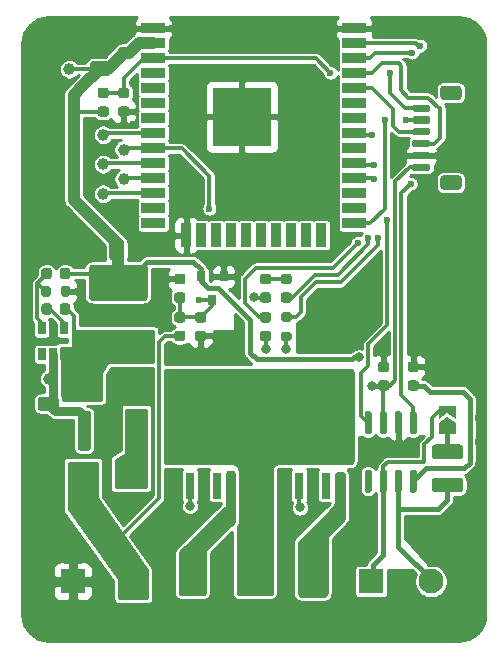
<source format=gbr>
G04 #@! TF.GenerationSoftware,KiCad,Pcbnew,(5.1.9)-1*
G04 #@! TF.CreationDate,2021-10-18T17:35:56+03:00*
G04 #@! TF.ProjectId,CanLite,43616e4c-6974-4652-9e6b-696361645f70,rev?*
G04 #@! TF.SameCoordinates,Original*
G04 #@! TF.FileFunction,Copper,L1,Top*
G04 #@! TF.FilePolarity,Positive*
%FSLAX46Y46*%
G04 Gerber Fmt 4.6, Leading zero omitted, Abs format (unit mm)*
G04 Created by KiCad (PCBNEW (5.1.9)-1) date 2021-10-18 17:35:56*
%MOMM*%
%LPD*%
G01*
G04 APERTURE LIST*
G04 #@! TA.AperFunction,SMDPad,CuDef*
%ADD10R,5.800000X6.400000*%
G04 #@! TD*
G04 #@! TA.AperFunction,SMDPad,CuDef*
%ADD11R,0.800000X2.200000*%
G04 #@! TD*
G04 #@! TA.AperFunction,SMDPad,CuDef*
%ADD12C,1.000000*%
G04 #@! TD*
G04 #@! TA.AperFunction,SMDPad,CuDef*
%ADD13R,0.650000X1.060000*%
G04 #@! TD*
G04 #@! TA.AperFunction,SMDPad,CuDef*
%ADD14R,2.000000X0.900000*%
G04 #@! TD*
G04 #@! TA.AperFunction,SMDPad,CuDef*
%ADD15R,0.900000X2.000000*%
G04 #@! TD*
G04 #@! TA.AperFunction,SMDPad,CuDef*
%ADD16R,5.000000X5.000000*%
G04 #@! TD*
G04 #@! TA.AperFunction,SMDPad,CuDef*
%ADD17R,2.500000X1.800000*%
G04 #@! TD*
G04 #@! TA.AperFunction,ComponentPad*
%ADD18C,2.100000*%
G04 #@! TD*
G04 #@! TA.AperFunction,ComponentPad*
%ADD19R,2.100000X2.100000*%
G04 #@! TD*
G04 #@! TA.AperFunction,SMDPad,CuDef*
%ADD20R,0.800000X0.900000*%
G04 #@! TD*
G04 #@! TA.AperFunction,SMDPad,CuDef*
%ADD21C,0.100000*%
G04 #@! TD*
G04 #@! TA.AperFunction,ViaPad*
%ADD22C,0.600000*%
G04 #@! TD*
G04 #@! TA.AperFunction,ViaPad*
%ADD23C,0.800000*%
G04 #@! TD*
G04 #@! TA.AperFunction,Conductor*
%ADD24C,0.300000*%
G04 #@! TD*
G04 #@! TA.AperFunction,Conductor*
%ADD25C,1.000000*%
G04 #@! TD*
G04 #@! TA.AperFunction,Conductor*
%ADD26C,0.400000*%
G04 #@! TD*
G04 #@! TA.AperFunction,Conductor*
%ADD27C,0.250000*%
G04 #@! TD*
G04 #@! TA.AperFunction,Conductor*
%ADD28C,0.800000*%
G04 #@! TD*
G04 #@! TA.AperFunction,Conductor*
%ADD29C,0.254000*%
G04 #@! TD*
G04 #@! TA.AperFunction,Conductor*
%ADD30C,0.100000*%
G04 #@! TD*
G04 APERTURE END LIST*
G04 #@! TA.AperFunction,SMDPad,CuDef*
G36*
G01*
X111720000Y-75295000D02*
X109280000Y-75295000D01*
G75*
G02*
X108785000Y-74800000I0J495000D01*
G01*
X108785000Y-73810000D01*
G75*
G02*
X109280000Y-73315000I495000J0D01*
G01*
X111720000Y-73315000D01*
G75*
G02*
X112215000Y-73810000I0J-495000D01*
G01*
X112215000Y-74800000D01*
G75*
G02*
X111720000Y-75295000I-495000J0D01*
G01*
G37*
G04 #@! TD.AperFunction*
G04 #@! TA.AperFunction,SMDPad,CuDef*
G36*
G01*
X111720000Y-80685000D02*
X109280000Y-80685000D01*
G75*
G02*
X108785000Y-80190000I0J495000D01*
G01*
X108785000Y-79200000D01*
G75*
G02*
X109280000Y-78705000I495000J0D01*
G01*
X111720000Y-78705000D01*
G75*
G02*
X112215000Y-79200000I0J-495000D01*
G01*
X112215000Y-80190000D01*
G75*
G02*
X111720000Y-80685000I-495000J0D01*
G01*
G37*
G04 #@! TD.AperFunction*
G04 #@! TA.AperFunction,SMDPad,CuDef*
G36*
G01*
X123256250Y-77650000D02*
X122743750Y-77650000D01*
G75*
G02*
X122525000Y-77431250I0J218750D01*
G01*
X122525000Y-76993750D01*
G75*
G02*
X122743750Y-76775000I218750J0D01*
G01*
X123256250Y-76775000D01*
G75*
G02*
X123475000Y-76993750I0J-218750D01*
G01*
X123475000Y-77431250D01*
G75*
G02*
X123256250Y-77650000I-218750J0D01*
G01*
G37*
G04 #@! TD.AperFunction*
G04 #@! TA.AperFunction,SMDPad,CuDef*
G36*
G01*
X123256250Y-79225000D02*
X122743750Y-79225000D01*
G75*
G02*
X122525000Y-79006250I0J218750D01*
G01*
X122525000Y-78568750D01*
G75*
G02*
X122743750Y-78350000I218750J0D01*
G01*
X123256250Y-78350000D01*
G75*
G02*
X123475000Y-78568750I0J-218750D01*
G01*
X123475000Y-79006250D01*
G75*
G02*
X123256250Y-79225000I-218750J0D01*
G01*
G37*
G04 #@! TD.AperFunction*
D10*
X127000000Y-85150000D03*
D11*
X129280000Y-91450000D03*
X128140000Y-91450000D03*
X125860000Y-91450000D03*
X124720000Y-91450000D03*
D10*
X117750000Y-85150000D03*
D11*
X120030000Y-91450000D03*
X118890000Y-91450000D03*
X116610000Y-91450000D03*
X115470000Y-91450000D03*
G04 #@! TA.AperFunction,SMDPad,CuDef*
G36*
G01*
X125025000Y-77575000D02*
X124475000Y-77575000D01*
G75*
G02*
X124275000Y-77375000I0J200000D01*
G01*
X124275000Y-76975000D01*
G75*
G02*
X124475000Y-76775000I200000J0D01*
G01*
X125025000Y-76775000D01*
G75*
G02*
X125225000Y-76975000I0J-200000D01*
G01*
X125225000Y-77375000D01*
G75*
G02*
X125025000Y-77575000I-200000J0D01*
G01*
G37*
G04 #@! TD.AperFunction*
G04 #@! TA.AperFunction,SMDPad,CuDef*
G36*
G01*
X125025000Y-79225000D02*
X124475000Y-79225000D01*
G75*
G02*
X124275000Y-79025000I0J200000D01*
G01*
X124275000Y-78625000D01*
G75*
G02*
X124475000Y-78425000I200000J0D01*
G01*
X125025000Y-78425000D01*
G75*
G02*
X125225000Y-78625000I0J-200000D01*
G01*
X125225000Y-79025000D01*
G75*
G02*
X125025000Y-79225000I-200000J0D01*
G01*
G37*
G04 #@! TD.AperFunction*
D12*
X109250000Y-61750000D03*
X109250000Y-66750000D03*
X111000000Y-65500000D03*
X109250000Y-64250000D03*
G04 #@! TA.AperFunction,SMDPad,CuDef*
G36*
G01*
X138049999Y-65200000D02*
X139350001Y-65200000D01*
G75*
G02*
X139600000Y-65449999I0J-249999D01*
G01*
X139600000Y-66150001D01*
G75*
G02*
X139350001Y-66400000I-249999J0D01*
G01*
X138049999Y-66400000D01*
G75*
G02*
X137800000Y-66150001I0J249999D01*
G01*
X137800000Y-65449999D01*
G75*
G02*
X138049999Y-65200000I249999J0D01*
G01*
G37*
G04 #@! TD.AperFunction*
G04 #@! TA.AperFunction,SMDPad,CuDef*
G36*
G01*
X138049999Y-57600000D02*
X139350001Y-57600000D01*
G75*
G02*
X139600000Y-57849999I0J-249999D01*
G01*
X139600000Y-58550001D01*
G75*
G02*
X139350001Y-58800000I-249999J0D01*
G01*
X138049999Y-58800000D01*
G75*
G02*
X137800000Y-58550001I0J249999D01*
G01*
X137800000Y-57849999D01*
G75*
G02*
X138049999Y-57600000I249999J0D01*
G01*
G37*
G04 #@! TD.AperFunction*
G04 #@! TA.AperFunction,SMDPad,CuDef*
G36*
G01*
X135550000Y-64200000D02*
X136800000Y-64200000D01*
G75*
G02*
X136950000Y-64350000I0J-150000D01*
G01*
X136950000Y-64650000D01*
G75*
G02*
X136800000Y-64800000I-150000J0D01*
G01*
X135550000Y-64800000D01*
G75*
G02*
X135400000Y-64650000I0J150000D01*
G01*
X135400000Y-64350000D01*
G75*
G02*
X135550000Y-64200000I150000J0D01*
G01*
G37*
G04 #@! TD.AperFunction*
G04 #@! TA.AperFunction,SMDPad,CuDef*
G36*
G01*
X135550000Y-63200000D02*
X136800000Y-63200000D01*
G75*
G02*
X136950000Y-63350000I0J-150000D01*
G01*
X136950000Y-63650000D01*
G75*
G02*
X136800000Y-63800000I-150000J0D01*
G01*
X135550000Y-63800000D01*
G75*
G02*
X135400000Y-63650000I0J150000D01*
G01*
X135400000Y-63350000D01*
G75*
G02*
X135550000Y-63200000I150000J0D01*
G01*
G37*
G04 #@! TD.AperFunction*
G04 #@! TA.AperFunction,SMDPad,CuDef*
G36*
G01*
X135550000Y-62200000D02*
X136800000Y-62200000D01*
G75*
G02*
X136950000Y-62350000I0J-150000D01*
G01*
X136950000Y-62650000D01*
G75*
G02*
X136800000Y-62800000I-150000J0D01*
G01*
X135550000Y-62800000D01*
G75*
G02*
X135400000Y-62650000I0J150000D01*
G01*
X135400000Y-62350000D01*
G75*
G02*
X135550000Y-62200000I150000J0D01*
G01*
G37*
G04 #@! TD.AperFunction*
G04 #@! TA.AperFunction,SMDPad,CuDef*
G36*
G01*
X135550000Y-61200000D02*
X136800000Y-61200000D01*
G75*
G02*
X136950000Y-61350000I0J-150000D01*
G01*
X136950000Y-61650000D01*
G75*
G02*
X136800000Y-61800000I-150000J0D01*
G01*
X135550000Y-61800000D01*
G75*
G02*
X135400000Y-61650000I0J150000D01*
G01*
X135400000Y-61350000D01*
G75*
G02*
X135550000Y-61200000I150000J0D01*
G01*
G37*
G04 #@! TD.AperFunction*
G04 #@! TA.AperFunction,SMDPad,CuDef*
G36*
G01*
X135550000Y-60200000D02*
X136800000Y-60200000D01*
G75*
G02*
X136950000Y-60350000I0J-150000D01*
G01*
X136950000Y-60650000D01*
G75*
G02*
X136800000Y-60800000I-150000J0D01*
G01*
X135550000Y-60800000D01*
G75*
G02*
X135400000Y-60650000I0J150000D01*
G01*
X135400000Y-60350000D01*
G75*
G02*
X135550000Y-60200000I150000J0D01*
G01*
G37*
G04 #@! TD.AperFunction*
G04 #@! TA.AperFunction,SMDPad,CuDef*
G36*
G01*
X135550000Y-59200000D02*
X136800000Y-59200000D01*
G75*
G02*
X136950000Y-59350000I0J-150000D01*
G01*
X136950000Y-59650000D01*
G75*
G02*
X136800000Y-59800000I-150000J0D01*
G01*
X135550000Y-59800000D01*
G75*
G02*
X135400000Y-59650000I0J150000D01*
G01*
X135400000Y-59350000D01*
G75*
G02*
X135550000Y-59200000I150000J0D01*
G01*
G37*
G04 #@! TD.AperFunction*
D13*
X105000000Y-80350000D03*
X105950000Y-80350000D03*
X104050000Y-80350000D03*
X104050000Y-78150000D03*
X105000000Y-78150000D03*
X105950000Y-78150000D03*
D14*
X130500000Y-52745000D03*
X130500000Y-54015000D03*
X130500000Y-55285000D03*
X130500000Y-56555000D03*
X130500000Y-57825000D03*
X130500000Y-59095000D03*
X130500000Y-60365000D03*
X130500000Y-61635000D03*
X130500000Y-62905000D03*
X130500000Y-64175000D03*
X130500000Y-65445000D03*
X130500000Y-66715000D03*
X130500000Y-67985000D03*
X130500000Y-69255000D03*
D15*
X127715000Y-70255000D03*
X126445000Y-70255000D03*
X125175000Y-70255000D03*
X123905000Y-70255000D03*
X122635000Y-70255000D03*
X121365000Y-70255000D03*
X120095000Y-70255000D03*
X118825000Y-70255000D03*
X117555000Y-70255000D03*
X116285000Y-70255000D03*
D14*
X113500000Y-69255000D03*
X113500000Y-67985000D03*
X113500000Y-66715000D03*
X113500000Y-65445000D03*
X113500000Y-64175000D03*
X113500000Y-62905000D03*
X113500000Y-61635000D03*
X113500000Y-60365000D03*
X113500000Y-59095000D03*
X113500000Y-57825000D03*
X113500000Y-56555000D03*
X113500000Y-55285000D03*
X113500000Y-54015000D03*
X113500000Y-52745000D03*
D16*
X121000000Y-60245000D03*
G04 #@! TA.AperFunction,SMDPad,CuDef*
G36*
G01*
X105675000Y-75275000D02*
X105675000Y-74725000D01*
G75*
G02*
X105875000Y-74525000I200000J0D01*
G01*
X106275000Y-74525000D01*
G75*
G02*
X106475000Y-74725000I0J-200000D01*
G01*
X106475000Y-75275000D01*
G75*
G02*
X106275000Y-75475000I-200000J0D01*
G01*
X105875000Y-75475000D01*
G75*
G02*
X105675000Y-75275000I0J200000D01*
G01*
G37*
G04 #@! TD.AperFunction*
G04 #@! TA.AperFunction,SMDPad,CuDef*
G36*
G01*
X104025000Y-75275000D02*
X104025000Y-74725000D01*
G75*
G02*
X104225000Y-74525000I200000J0D01*
G01*
X104625000Y-74525000D01*
G75*
G02*
X104825000Y-74725000I0J-200000D01*
G01*
X104825000Y-75275000D01*
G75*
G02*
X104625000Y-75475000I-200000J0D01*
G01*
X104225000Y-75475000D01*
G75*
G02*
X104025000Y-75275000I0J200000D01*
G01*
G37*
G04 #@! TD.AperFunction*
D17*
X111600000Y-83000000D03*
X107600000Y-83000000D03*
G04 #@! TA.AperFunction,SMDPad,CuDef*
G36*
G01*
X103949550Y-86900000D02*
X105250450Y-86900000D01*
G75*
G02*
X105500000Y-87149550I0J-249550D01*
G01*
X105500000Y-87800450D01*
G75*
G02*
X105250450Y-88050000I-249550J0D01*
G01*
X103949550Y-88050000D01*
G75*
G02*
X103700000Y-87800450I0J249550D01*
G01*
X103700000Y-87149550D01*
G75*
G02*
X103949550Y-86900000I249550J0D01*
G01*
G37*
G04 #@! TD.AperFunction*
G04 #@! TA.AperFunction,SMDPad,CuDef*
G36*
G01*
X103949999Y-83950000D02*
X105250001Y-83950000D01*
G75*
G02*
X105500000Y-84199999I0J-249999D01*
G01*
X105500000Y-84850001D01*
G75*
G02*
X105250001Y-85100000I-249999J0D01*
G01*
X103949999Y-85100000D01*
G75*
G02*
X103700000Y-84850001I0J249999D01*
G01*
X103700000Y-84199999D01*
G75*
G02*
X103949999Y-83950000I249999J0D01*
G01*
G37*
G04 #@! TD.AperFunction*
G04 #@! TA.AperFunction,SMDPad,CuDef*
G36*
G01*
X105575000Y-76750000D02*
X105575000Y-76250000D01*
G75*
G02*
X105800000Y-76025000I225000J0D01*
G01*
X106250000Y-76025000D01*
G75*
G02*
X106475000Y-76250000I0J-225000D01*
G01*
X106475000Y-76750000D01*
G75*
G02*
X106250000Y-76975000I-225000J0D01*
G01*
X105800000Y-76975000D01*
G75*
G02*
X105575000Y-76750000I0J225000D01*
G01*
G37*
G04 #@! TD.AperFunction*
G04 #@! TA.AperFunction,SMDPad,CuDef*
G36*
G01*
X104025000Y-76750000D02*
X104025000Y-76250000D01*
G75*
G02*
X104250000Y-76025000I225000J0D01*
G01*
X104700000Y-76025000D01*
G75*
G02*
X104925000Y-76250000I0J-225000D01*
G01*
X104925000Y-76750000D01*
G75*
G02*
X104700000Y-76975000I-225000J0D01*
G01*
X104250000Y-76975000D01*
G75*
G02*
X104025000Y-76750000I0J225000D01*
G01*
G37*
G04 #@! TD.AperFunction*
D18*
X111760000Y-99568000D03*
D19*
X106680000Y-99568000D03*
D18*
X137030000Y-99568000D03*
D19*
X131950000Y-99568000D03*
D18*
X127000000Y-99568000D03*
X121920000Y-99568000D03*
D19*
X116840000Y-99568000D03*
G04 #@! TA.AperFunction,SMDPad,CuDef*
G36*
G01*
X104900000Y-73243750D02*
X104900000Y-73756250D01*
G75*
G02*
X104681250Y-73975000I-218750J0D01*
G01*
X104243750Y-73975000D01*
G75*
G02*
X104025000Y-73756250I0J218750D01*
G01*
X104025000Y-73243750D01*
G75*
G02*
X104243750Y-73025000I218750J0D01*
G01*
X104681250Y-73025000D01*
G75*
G02*
X104900000Y-73243750I0J-218750D01*
G01*
G37*
G04 #@! TD.AperFunction*
G04 #@! TA.AperFunction,SMDPad,CuDef*
G36*
G01*
X106475000Y-73243750D02*
X106475000Y-73756250D01*
G75*
G02*
X106256250Y-73975000I-218750J0D01*
G01*
X105818750Y-73975000D01*
G75*
G02*
X105600000Y-73756250I0J218750D01*
G01*
X105600000Y-73243750D01*
G75*
G02*
X105818750Y-73025000I218750J0D01*
G01*
X106256250Y-73025000D01*
G75*
G02*
X106475000Y-73243750I0J-218750D01*
G01*
G37*
G04 #@! TD.AperFunction*
G04 #@! TA.AperFunction,SMDPad,CuDef*
G36*
G01*
X108225000Y-70875000D02*
X108225000Y-72125000D01*
G75*
G02*
X107975000Y-72375000I-250000J0D01*
G01*
X107225000Y-72375000D01*
G75*
G02*
X106975000Y-72125000I0J250000D01*
G01*
X106975000Y-70875000D01*
G75*
G02*
X107225000Y-70625000I250000J0D01*
G01*
X107975000Y-70625000D01*
G75*
G02*
X108225000Y-70875000I0J-250000D01*
G01*
G37*
G04 #@! TD.AperFunction*
G04 #@! TA.AperFunction,SMDPad,CuDef*
G36*
G01*
X111025000Y-70875000D02*
X111025000Y-72125000D01*
G75*
G02*
X110775000Y-72375000I-250000J0D01*
G01*
X110025000Y-72375000D01*
G75*
G02*
X109775000Y-72125000I0J250000D01*
G01*
X109775000Y-70875000D01*
G75*
G02*
X110025000Y-70625000I250000J0D01*
G01*
X110775000Y-70625000D01*
G75*
G02*
X111025000Y-70875000I0J-250000D01*
G01*
G37*
G04 #@! TD.AperFunction*
G04 #@! TA.AperFunction,SMDPad,CuDef*
G36*
G01*
X109625000Y-53975000D02*
X108375000Y-53975000D01*
G75*
G02*
X108125000Y-53725000I0J250000D01*
G01*
X108125000Y-52975000D01*
G75*
G02*
X108375000Y-52725000I250000J0D01*
G01*
X109625000Y-52725000D01*
G75*
G02*
X109875000Y-52975000I0J-250000D01*
G01*
X109875000Y-53725000D01*
G75*
G02*
X109625000Y-53975000I-250000J0D01*
G01*
G37*
G04 #@! TD.AperFunction*
G04 #@! TA.AperFunction,SMDPad,CuDef*
G36*
G01*
X109625000Y-56775000D02*
X108375000Y-56775000D01*
G75*
G02*
X108125000Y-56525000I0J250000D01*
G01*
X108125000Y-55775000D01*
G75*
G02*
X108375000Y-55525000I250000J0D01*
G01*
X109625000Y-55525000D01*
G75*
G02*
X109875000Y-55775000I0J-250000D01*
G01*
X109875000Y-56525000D01*
G75*
G02*
X109625000Y-56775000I-250000J0D01*
G01*
G37*
G04 #@! TD.AperFunction*
D12*
X106400000Y-56200000D03*
X104700000Y-82400000D03*
X111000000Y-63000000D03*
G04 #@! TA.AperFunction,SMDPad,CuDef*
G36*
G01*
X116006250Y-74400000D02*
X115493750Y-74400000D01*
G75*
G02*
X115275000Y-74181250I0J218750D01*
G01*
X115275000Y-73743750D01*
G75*
G02*
X115493750Y-73525000I218750J0D01*
G01*
X116006250Y-73525000D01*
G75*
G02*
X116225000Y-73743750I0J-218750D01*
G01*
X116225000Y-74181250D01*
G75*
G02*
X116006250Y-74400000I-218750J0D01*
G01*
G37*
G04 #@! TD.AperFunction*
G04 #@! TA.AperFunction,SMDPad,CuDef*
G36*
G01*
X116006250Y-75975000D02*
X115493750Y-75975000D01*
G75*
G02*
X115275000Y-75756250I0J218750D01*
G01*
X115275000Y-75318750D01*
G75*
G02*
X115493750Y-75100000I218750J0D01*
G01*
X116006250Y-75100000D01*
G75*
G02*
X116225000Y-75318750I0J-218750D01*
G01*
X116225000Y-75756250D01*
G75*
G02*
X116006250Y-75975000I-218750J0D01*
G01*
G37*
G04 #@! TD.AperFunction*
G04 #@! TA.AperFunction,SMDPad,CuDef*
G36*
G01*
X116006250Y-77650000D02*
X115493750Y-77650000D01*
G75*
G02*
X115275000Y-77431250I0J218750D01*
G01*
X115275000Y-76993750D01*
G75*
G02*
X115493750Y-76775000I218750J0D01*
G01*
X116006250Y-76775000D01*
G75*
G02*
X116225000Y-76993750I0J-218750D01*
G01*
X116225000Y-77431250D01*
G75*
G02*
X116006250Y-77650000I-218750J0D01*
G01*
G37*
G04 #@! TD.AperFunction*
G04 #@! TA.AperFunction,SMDPad,CuDef*
G36*
G01*
X116006250Y-79225000D02*
X115493750Y-79225000D01*
G75*
G02*
X115275000Y-79006250I0J218750D01*
G01*
X115275000Y-78568750D01*
G75*
G02*
X115493750Y-78350000I218750J0D01*
G01*
X116006250Y-78350000D01*
G75*
G02*
X116225000Y-78568750I0J-218750D01*
G01*
X116225000Y-79006250D01*
G75*
G02*
X116006250Y-79225000I-218750J0D01*
G01*
G37*
G04 #@! TD.AperFunction*
D20*
X118500000Y-75750000D03*
X117550000Y-73750000D03*
X119450000Y-73750000D03*
G04 #@! TA.AperFunction,SMDPad,CuDef*
G36*
G01*
X117243750Y-78350000D02*
X117756250Y-78350000D01*
G75*
G02*
X117975000Y-78568750I0J-218750D01*
G01*
X117975000Y-79006250D01*
G75*
G02*
X117756250Y-79225000I-218750J0D01*
G01*
X117243750Y-79225000D01*
G75*
G02*
X117025000Y-79006250I0J218750D01*
G01*
X117025000Y-78568750D01*
G75*
G02*
X117243750Y-78350000I218750J0D01*
G01*
G37*
G04 #@! TD.AperFunction*
G04 #@! TA.AperFunction,SMDPad,CuDef*
G36*
G01*
X117243750Y-76775000D02*
X117756250Y-76775000D01*
G75*
G02*
X117975000Y-76993750I0J-218750D01*
G01*
X117975000Y-77431250D01*
G75*
G02*
X117756250Y-77650000I-218750J0D01*
G01*
X117243750Y-77650000D01*
G75*
G02*
X117025000Y-77431250I0J218750D01*
G01*
X117025000Y-76993750D01*
G75*
G02*
X117243750Y-76775000I218750J0D01*
G01*
G37*
G04 #@! TD.AperFunction*
G04 #@! TA.AperFunction,SMDPad,CuDef*
G36*
G01*
X135355000Y-90100000D02*
X135655000Y-90100000D01*
G75*
G02*
X135805000Y-90250000I0J-150000D01*
G01*
X135805000Y-91900000D01*
G75*
G02*
X135655000Y-92050000I-150000J0D01*
G01*
X135355000Y-92050000D01*
G75*
G02*
X135205000Y-91900000I0J150000D01*
G01*
X135205000Y-90250000D01*
G75*
G02*
X135355000Y-90100000I150000J0D01*
G01*
G37*
G04 #@! TD.AperFunction*
G04 #@! TA.AperFunction,SMDPad,CuDef*
G36*
G01*
X134085000Y-90100000D02*
X134385000Y-90100000D01*
G75*
G02*
X134535000Y-90250000I0J-150000D01*
G01*
X134535000Y-91900000D01*
G75*
G02*
X134385000Y-92050000I-150000J0D01*
G01*
X134085000Y-92050000D01*
G75*
G02*
X133935000Y-91900000I0J150000D01*
G01*
X133935000Y-90250000D01*
G75*
G02*
X134085000Y-90100000I150000J0D01*
G01*
G37*
G04 #@! TD.AperFunction*
G04 #@! TA.AperFunction,SMDPad,CuDef*
G36*
G01*
X132815000Y-90100000D02*
X133115000Y-90100000D01*
G75*
G02*
X133265000Y-90250000I0J-150000D01*
G01*
X133265000Y-91900000D01*
G75*
G02*
X133115000Y-92050000I-150000J0D01*
G01*
X132815000Y-92050000D01*
G75*
G02*
X132665000Y-91900000I0J150000D01*
G01*
X132665000Y-90250000D01*
G75*
G02*
X132815000Y-90100000I150000J0D01*
G01*
G37*
G04 #@! TD.AperFunction*
G04 #@! TA.AperFunction,SMDPad,CuDef*
G36*
G01*
X131545000Y-90100000D02*
X131845000Y-90100000D01*
G75*
G02*
X131995000Y-90250000I0J-150000D01*
G01*
X131995000Y-91900000D01*
G75*
G02*
X131845000Y-92050000I-150000J0D01*
G01*
X131545000Y-92050000D01*
G75*
G02*
X131395000Y-91900000I0J150000D01*
G01*
X131395000Y-90250000D01*
G75*
G02*
X131545000Y-90100000I150000J0D01*
G01*
G37*
G04 #@! TD.AperFunction*
G04 #@! TA.AperFunction,SMDPad,CuDef*
G36*
G01*
X131545000Y-85150000D02*
X131845000Y-85150000D01*
G75*
G02*
X131995000Y-85300000I0J-150000D01*
G01*
X131995000Y-86950000D01*
G75*
G02*
X131845000Y-87100000I-150000J0D01*
G01*
X131545000Y-87100000D01*
G75*
G02*
X131395000Y-86950000I0J150000D01*
G01*
X131395000Y-85300000D01*
G75*
G02*
X131545000Y-85150000I150000J0D01*
G01*
G37*
G04 #@! TD.AperFunction*
G04 #@! TA.AperFunction,SMDPad,CuDef*
G36*
G01*
X132815000Y-85150000D02*
X133115000Y-85150000D01*
G75*
G02*
X133265000Y-85300000I0J-150000D01*
G01*
X133265000Y-86950000D01*
G75*
G02*
X133115000Y-87100000I-150000J0D01*
G01*
X132815000Y-87100000D01*
G75*
G02*
X132665000Y-86950000I0J150000D01*
G01*
X132665000Y-85300000D01*
G75*
G02*
X132815000Y-85150000I150000J0D01*
G01*
G37*
G04 #@! TD.AperFunction*
G04 #@! TA.AperFunction,SMDPad,CuDef*
G36*
G01*
X134085000Y-85150000D02*
X134385000Y-85150000D01*
G75*
G02*
X134535000Y-85300000I0J-150000D01*
G01*
X134535000Y-86950000D01*
G75*
G02*
X134385000Y-87100000I-150000J0D01*
G01*
X134085000Y-87100000D01*
G75*
G02*
X133935000Y-86950000I0J150000D01*
G01*
X133935000Y-85300000D01*
G75*
G02*
X134085000Y-85150000I150000J0D01*
G01*
G37*
G04 #@! TD.AperFunction*
G04 #@! TA.AperFunction,SMDPad,CuDef*
G36*
G01*
X135355000Y-85150000D02*
X135655000Y-85150000D01*
G75*
G02*
X135805000Y-85300000I0J-150000D01*
G01*
X135805000Y-86950000D01*
G75*
G02*
X135655000Y-87100000I-150000J0D01*
G01*
X135355000Y-87100000D01*
G75*
G02*
X135205000Y-86950000I0J150000D01*
G01*
X135205000Y-85300000D01*
G75*
G02*
X135355000Y-85150000I150000J0D01*
G01*
G37*
G04 #@! TD.AperFunction*
G04 #@! TA.AperFunction,SMDPad,CuDef*
G36*
G01*
X139475000Y-89225000D02*
X137325000Y-89225000D01*
G75*
G02*
X137075000Y-88975000I0J250000D01*
G01*
X137075000Y-88225000D01*
G75*
G02*
X137325000Y-87975000I250000J0D01*
G01*
X139475000Y-87975000D01*
G75*
G02*
X139725000Y-88225000I0J-250000D01*
G01*
X139725000Y-88975000D01*
G75*
G02*
X139475000Y-89225000I-250000J0D01*
G01*
G37*
G04 #@! TD.AperFunction*
G04 #@! TA.AperFunction,SMDPad,CuDef*
G36*
G01*
X139475000Y-92025000D02*
X137325000Y-92025000D01*
G75*
G02*
X137075000Y-91775000I0J250000D01*
G01*
X137075000Y-91025000D01*
G75*
G02*
X137325000Y-90775000I250000J0D01*
G01*
X139475000Y-90775000D01*
G75*
G02*
X139725000Y-91025000I0J-250000D01*
G01*
X139725000Y-91775000D01*
G75*
G02*
X139475000Y-92025000I-250000J0D01*
G01*
G37*
G04 #@! TD.AperFunction*
G04 #@! TA.AperFunction,SMDPad,CuDef*
G36*
G01*
X135756250Y-81850000D02*
X135243750Y-81850000D01*
G75*
G02*
X135025000Y-81631250I0J218750D01*
G01*
X135025000Y-81193750D01*
G75*
G02*
X135243750Y-80975000I218750J0D01*
G01*
X135756250Y-80975000D01*
G75*
G02*
X135975000Y-81193750I0J-218750D01*
G01*
X135975000Y-81631250D01*
G75*
G02*
X135756250Y-81850000I-218750J0D01*
G01*
G37*
G04 #@! TD.AperFunction*
G04 #@! TA.AperFunction,SMDPad,CuDef*
G36*
G01*
X135756250Y-83425000D02*
X135243750Y-83425000D01*
G75*
G02*
X135025000Y-83206250I0J218750D01*
G01*
X135025000Y-82768750D01*
G75*
G02*
X135243750Y-82550000I218750J0D01*
G01*
X135756250Y-82550000D01*
G75*
G02*
X135975000Y-82768750I0J-218750D01*
G01*
X135975000Y-83206250D01*
G75*
G02*
X135756250Y-83425000I-218750J0D01*
G01*
G37*
G04 #@! TD.AperFunction*
G04 #@! TA.AperFunction,SMDPad,CuDef*
G36*
G01*
X124493750Y-75100000D02*
X125006250Y-75100000D01*
G75*
G02*
X125225000Y-75318750I0J-218750D01*
G01*
X125225000Y-75756250D01*
G75*
G02*
X125006250Y-75975000I-218750J0D01*
G01*
X124493750Y-75975000D01*
G75*
G02*
X124275000Y-75756250I0J218750D01*
G01*
X124275000Y-75318750D01*
G75*
G02*
X124493750Y-75100000I218750J0D01*
G01*
G37*
G04 #@! TD.AperFunction*
G04 #@! TA.AperFunction,SMDPad,CuDef*
G36*
G01*
X124493750Y-73525000D02*
X125006250Y-73525000D01*
G75*
G02*
X125225000Y-73743750I0J-218750D01*
G01*
X125225000Y-74181250D01*
G75*
G02*
X125006250Y-74400000I-218750J0D01*
G01*
X124493750Y-74400000D01*
G75*
G02*
X124275000Y-74181250I0J218750D01*
G01*
X124275000Y-73743750D01*
G75*
G02*
X124493750Y-73525000I218750J0D01*
G01*
G37*
G04 #@! TD.AperFunction*
G04 #@! TA.AperFunction,SMDPad,CuDef*
G36*
G01*
X109506250Y-58650000D02*
X108993750Y-58650000D01*
G75*
G02*
X108775000Y-58431250I0J218750D01*
G01*
X108775000Y-57993750D01*
G75*
G02*
X108993750Y-57775000I218750J0D01*
G01*
X109506250Y-57775000D01*
G75*
G02*
X109725000Y-57993750I0J-218750D01*
G01*
X109725000Y-58431250D01*
G75*
G02*
X109506250Y-58650000I-218750J0D01*
G01*
G37*
G04 #@! TD.AperFunction*
G04 #@! TA.AperFunction,SMDPad,CuDef*
G36*
G01*
X109506250Y-60225000D02*
X108993750Y-60225000D01*
G75*
G02*
X108775000Y-60006250I0J218750D01*
G01*
X108775000Y-59568750D01*
G75*
G02*
X108993750Y-59350000I218750J0D01*
G01*
X109506250Y-59350000D01*
G75*
G02*
X109725000Y-59568750I0J-218750D01*
G01*
X109725000Y-60006250D01*
G75*
G02*
X109506250Y-60225000I-218750J0D01*
G01*
G37*
G04 #@! TD.AperFunction*
G04 #@! TA.AperFunction,SMDPad,CuDef*
D21*
G36*
X138400000Y-85625000D02*
G01*
X139150000Y-86125000D01*
X139150000Y-87125000D01*
X137650000Y-87125000D01*
X137650000Y-86125000D01*
X138400000Y-85625000D01*
G37*
G04 #@! TD.AperFunction*
G04 #@! TA.AperFunction,SMDPad,CuDef*
G36*
X139150000Y-84675000D02*
G01*
X139150000Y-85825000D01*
X138400000Y-85325000D01*
X137650000Y-85825000D01*
X137650000Y-84675000D01*
X139150000Y-84675000D01*
G37*
G04 #@! TD.AperFunction*
G04 #@! TA.AperFunction,SMDPad,CuDef*
G36*
G01*
X111375000Y-88250003D02*
X111375000Y-85349997D01*
G75*
G02*
X111624997Y-85100000I249997J0D01*
G01*
X112250003Y-85100000D01*
G75*
G02*
X112500000Y-85349997I0J-249997D01*
G01*
X112500000Y-88250003D01*
G75*
G02*
X112250003Y-88500000I-249997J0D01*
G01*
X111624997Y-88500000D01*
G75*
G02*
X111375000Y-88250003I0J249997D01*
G01*
G37*
G04 #@! TD.AperFunction*
G04 #@! TA.AperFunction,SMDPad,CuDef*
G36*
G01*
X107100000Y-88250003D02*
X107100000Y-85349997D01*
G75*
G02*
X107349997Y-85100000I249997J0D01*
G01*
X107975003Y-85100000D01*
G75*
G02*
X108225000Y-85349997I0J-249997D01*
G01*
X108225000Y-88250003D01*
G75*
G02*
X107975003Y-88500000I-249997J0D01*
G01*
X107349997Y-88500000D01*
G75*
G02*
X107100000Y-88250003I0J249997D01*
G01*
G37*
G04 #@! TD.AperFunction*
D17*
X107600000Y-90500000D03*
X111600000Y-90500000D03*
G04 #@! TA.AperFunction,SMDPad,CuDef*
G36*
G01*
X123256250Y-74400000D02*
X122743750Y-74400000D01*
G75*
G02*
X122525000Y-74181250I0J218750D01*
G01*
X122525000Y-73743750D01*
G75*
G02*
X122743750Y-73525000I218750J0D01*
G01*
X123256250Y-73525000D01*
G75*
G02*
X123475000Y-73743750I0J-218750D01*
G01*
X123475000Y-74181250D01*
G75*
G02*
X123256250Y-74400000I-218750J0D01*
G01*
G37*
G04 #@! TD.AperFunction*
G04 #@! TA.AperFunction,SMDPad,CuDef*
G36*
G01*
X123256250Y-75975000D02*
X122743750Y-75975000D01*
G75*
G02*
X122525000Y-75756250I0J218750D01*
G01*
X122525000Y-75318750D01*
G75*
G02*
X122743750Y-75100000I218750J0D01*
G01*
X123256250Y-75100000D01*
G75*
G02*
X123475000Y-75318750I0J-218750D01*
G01*
X123475000Y-75756250D01*
G75*
G02*
X123256250Y-75975000I-218750J0D01*
G01*
G37*
G04 #@! TD.AperFunction*
G04 #@! TA.AperFunction,SMDPad,CuDef*
G36*
G01*
X133256250Y-81850000D02*
X132743750Y-81850000D01*
G75*
G02*
X132525000Y-81631250I0J218750D01*
G01*
X132525000Y-81193750D01*
G75*
G02*
X132743750Y-80975000I218750J0D01*
G01*
X133256250Y-80975000D01*
G75*
G02*
X133475000Y-81193750I0J-218750D01*
G01*
X133475000Y-81631250D01*
G75*
G02*
X133256250Y-81850000I-218750J0D01*
G01*
G37*
G04 #@! TD.AperFunction*
G04 #@! TA.AperFunction,SMDPad,CuDef*
G36*
G01*
X133256250Y-83425000D02*
X132743750Y-83425000D01*
G75*
G02*
X132525000Y-83206250I0J218750D01*
G01*
X132525000Y-82768750D01*
G75*
G02*
X132743750Y-82550000I218750J0D01*
G01*
X133256250Y-82550000D01*
G75*
G02*
X133475000Y-82768750I0J-218750D01*
G01*
X133475000Y-83206250D01*
G75*
G02*
X133256250Y-83425000I-218750J0D01*
G01*
G37*
G04 #@! TD.AperFunction*
G04 #@! TA.AperFunction,SMDPad,CuDef*
G36*
G01*
X110743750Y-59350000D02*
X111256250Y-59350000D01*
G75*
G02*
X111475000Y-59568750I0J-218750D01*
G01*
X111475000Y-60006250D01*
G75*
G02*
X111256250Y-60225000I-218750J0D01*
G01*
X110743750Y-60225000D01*
G75*
G02*
X110525000Y-60006250I0J218750D01*
G01*
X110525000Y-59568750D01*
G75*
G02*
X110743750Y-59350000I218750J0D01*
G01*
G37*
G04 #@! TD.AperFunction*
G04 #@! TA.AperFunction,SMDPad,CuDef*
G36*
G01*
X110743750Y-57775000D02*
X111256250Y-57775000D01*
G75*
G02*
X111475000Y-57993750I0J-218750D01*
G01*
X111475000Y-58431250D01*
G75*
G02*
X111256250Y-58650000I-218750J0D01*
G01*
X110743750Y-58650000D01*
G75*
G02*
X110525000Y-58431250I0J218750D01*
G01*
X110525000Y-57993750D01*
G75*
G02*
X110743750Y-57775000I218750J0D01*
G01*
G37*
G04 #@! TD.AperFunction*
G04 #@! TA.AperFunction,SMDPad,CuDef*
G36*
G01*
X111256250Y-53650000D02*
X110743750Y-53650000D01*
G75*
G02*
X110525000Y-53431250I0J218750D01*
G01*
X110525000Y-52993750D01*
G75*
G02*
X110743750Y-52775000I218750J0D01*
G01*
X111256250Y-52775000D01*
G75*
G02*
X111475000Y-52993750I0J-218750D01*
G01*
X111475000Y-53431250D01*
G75*
G02*
X111256250Y-53650000I-218750J0D01*
G01*
G37*
G04 #@! TD.AperFunction*
G04 #@! TA.AperFunction,SMDPad,CuDef*
G36*
G01*
X111256250Y-55225000D02*
X110743750Y-55225000D01*
G75*
G02*
X110525000Y-55006250I0J218750D01*
G01*
X110525000Y-54568750D01*
G75*
G02*
X110743750Y-54350000I218750J0D01*
G01*
X111256250Y-54350000D01*
G75*
G02*
X111475000Y-54568750I0J-218750D01*
G01*
X111475000Y-55006250D01*
G75*
G02*
X111256250Y-55225000I-218750J0D01*
G01*
G37*
G04 #@! TD.AperFunction*
D22*
X133000000Y-80300000D03*
X135500000Y-80300000D03*
X117500000Y-79800000D03*
X114600000Y-74000000D03*
X103300000Y-103400000D03*
X103000000Y-101750000D03*
X103000000Y-99750000D03*
X103000000Y-97750000D03*
X103000000Y-95750000D03*
X103000000Y-93750000D03*
X103000000Y-91750000D03*
X103000000Y-89750000D03*
X103000000Y-87750000D03*
X103000000Y-85750000D03*
X103000000Y-83750000D03*
X103000000Y-81750000D03*
X103000000Y-79750000D03*
X103000000Y-77750000D03*
X103000000Y-75750000D03*
X103000000Y-73750000D03*
X103000000Y-71750000D03*
X103000000Y-69750000D03*
X103000000Y-67750000D03*
X103000000Y-65750000D03*
X103000000Y-63750000D03*
X103000000Y-61750000D03*
X104500000Y-52250000D03*
X108200000Y-52200000D03*
X109400000Y-52200000D03*
X110600000Y-52200000D03*
X141000000Y-69750000D03*
X141000000Y-91750000D03*
X141000000Y-79750000D03*
X141000000Y-85750000D03*
X141000000Y-63750000D03*
X141000000Y-61750000D03*
X141000000Y-83750000D03*
X141000000Y-89750000D03*
X141000000Y-77750000D03*
X141000000Y-101750000D03*
X141000000Y-97750000D03*
X141000000Y-67750000D03*
X141000000Y-95750000D03*
X141000000Y-99750000D03*
X141000000Y-73750000D03*
X141000000Y-65750000D03*
X141000000Y-87750000D03*
X141000000Y-93750000D03*
X141000000Y-81750000D03*
X141000000Y-71750000D03*
X127000000Y-103750000D03*
X121000000Y-103750000D03*
X117000000Y-103750000D03*
X111000000Y-103750000D03*
X137000000Y-103750000D03*
X125000000Y-103750000D03*
X131000000Y-103750000D03*
X135000000Y-103750000D03*
X123000000Y-103750000D03*
X105000000Y-103750000D03*
X119000000Y-103750000D03*
X133000000Y-103750000D03*
X140800000Y-103500000D03*
X113000000Y-103750000D03*
X139000000Y-103750000D03*
X129000000Y-103750000D03*
X107000000Y-103750000D03*
X115000000Y-103750000D03*
X109000000Y-103750000D03*
X135750000Y-52250000D03*
X137750000Y-52250000D03*
X139750000Y-52250000D03*
X133750000Y-52250000D03*
X114250000Y-102000000D03*
X114250000Y-99750000D03*
X114250000Y-97500000D03*
X114250000Y-95250000D03*
X129600000Y-102000000D03*
X129600000Y-99500000D03*
X103000000Y-59750000D03*
X103000000Y-57750000D03*
X103000000Y-55750000D03*
X103000000Y-53750000D03*
X141000000Y-59750000D03*
X141000000Y-55750000D03*
X141000000Y-53750000D03*
X141000000Y-57750000D03*
X105200000Y-79200000D03*
X104600000Y-79200000D03*
X104000000Y-79200000D03*
X103800000Y-88700000D03*
X104400000Y-88700000D03*
X105000000Y-88700000D03*
X109900000Y-84100000D03*
X109900000Y-83500000D03*
X109900000Y-82900000D03*
X109900000Y-82300000D03*
X106300000Y-87800000D03*
X109800000Y-86800000D03*
X110900000Y-92800000D03*
X107100000Y-75000000D03*
X110500000Y-77000000D03*
X116300000Y-68600000D03*
X115100000Y-52700000D03*
X128900000Y-52700000D03*
X132200000Y-52700000D03*
X111600000Y-52200000D03*
X106300000Y-52200000D03*
X111000000Y-60800000D03*
X137600000Y-63500000D03*
X121000000Y-57000000D03*
X124200000Y-60300000D03*
X117800000Y-60200000D03*
X121000000Y-63500000D03*
X111750000Y-60800000D03*
X113750000Y-70750000D03*
X111250000Y-67750000D03*
X108000000Y-60750000D03*
X115400000Y-93300000D03*
X124700000Y-93400000D03*
X124700000Y-95800000D03*
X124700000Y-98300000D03*
X124700000Y-101100000D03*
X129600000Y-97300000D03*
X141000000Y-75700000D03*
X129500000Y-76600000D03*
X119500000Y-72500000D03*
X134200000Y-88600000D03*
D23*
X122000000Y-75500000D03*
X130900000Y-80600000D03*
X132000000Y-83000000D03*
D22*
X128500000Y-56500000D03*
X133499994Y-56500000D03*
X133100000Y-60500000D03*
X134900000Y-60500000D03*
X130800000Y-70900000D03*
X132149990Y-65500000D03*
X132000000Y-61800000D03*
X132500000Y-70500000D03*
X135400000Y-54800000D03*
X133300000Y-69000000D03*
X135300000Y-65900000D03*
X136100000Y-54200000D03*
D23*
X125900000Y-93300000D03*
X124700000Y-79850000D03*
D22*
X118250000Y-68000000D03*
X117400000Y-75700000D03*
X132200000Y-64300000D03*
X131700000Y-70500000D03*
D23*
X116600000Y-93200000D03*
X123000000Y-79850000D03*
D24*
X133000000Y-81412500D02*
X133000000Y-80300000D01*
X135500000Y-81412500D02*
X135500000Y-80300000D01*
X117500000Y-78787500D02*
X117500000Y-79800000D01*
X115750000Y-73962500D02*
X114637500Y-73962500D01*
X114637500Y-73962500D02*
X114600000Y-74000000D01*
X134235000Y-88565000D02*
X134200000Y-88600000D01*
X134235000Y-86125000D02*
X134235000Y-88565000D01*
X122037500Y-75537500D02*
X122000000Y-75500000D01*
X123000000Y-75537500D02*
X122037500Y-75537500D01*
X132965000Y-83022500D02*
X133000000Y-82987500D01*
X132965000Y-86125000D02*
X132965000Y-83022500D01*
X109495000Y-73500000D02*
X110500000Y-74505000D01*
X106037500Y-73500000D02*
X109495000Y-73500000D01*
D25*
X110500000Y-71600000D02*
X110400000Y-71500000D01*
X109637500Y-56150000D02*
X111000000Y-54787500D01*
X109000000Y-56150000D02*
X109637500Y-56150000D01*
X111475000Y-54787500D02*
X111000000Y-54787500D01*
X112247500Y-54015000D02*
X111475000Y-54787500D01*
X113500000Y-54015000D02*
X112247500Y-54015000D01*
D24*
X108950000Y-56200000D02*
X109000000Y-56150000D01*
X106400000Y-56200000D02*
X108950000Y-56200000D01*
X109287500Y-60000000D02*
X109500000Y-59787500D01*
X117550000Y-73750000D02*
X117550000Y-73850000D01*
D25*
X110500000Y-72500000D02*
X110500000Y-71600000D01*
X110500000Y-74505000D02*
X110500000Y-72500000D01*
X107500000Y-57650000D02*
X109000000Y-56150000D01*
X106750000Y-58400000D02*
X107500000Y-57650000D01*
X110400000Y-70900000D02*
X106750000Y-67250000D01*
X110400000Y-71500000D02*
X110400000Y-70900000D01*
X106750000Y-59750000D02*
X106750000Y-58400000D01*
X106750000Y-67250000D02*
X106750000Y-59750000D01*
D24*
X106787500Y-59787500D02*
X106750000Y-59750000D01*
X109250000Y-59787500D02*
X106787500Y-59787500D01*
D26*
X132012500Y-82987500D02*
X132000000Y-83000000D01*
X133000000Y-82987500D02*
X132012500Y-82987500D01*
D24*
X135200000Y-64500000D02*
X136175000Y-64500000D01*
X133999990Y-65700010D02*
X135200000Y-64500000D01*
X133999990Y-82500010D02*
X133999990Y-65700010D01*
X133512500Y-82987500D02*
X133999990Y-82500010D01*
X133000000Y-82987500D02*
X133512500Y-82987500D01*
D26*
X130500000Y-80600000D02*
X130900000Y-80600000D01*
X122250000Y-80750000D02*
X130350000Y-80750000D01*
X121700000Y-80200000D02*
X122250000Y-80750000D01*
X121700000Y-77400000D02*
X121700000Y-80200000D01*
X130350000Y-80750000D02*
X130500000Y-80600000D01*
X119000000Y-74700000D02*
X121700000Y-77400000D01*
X118100000Y-74700000D02*
X119000000Y-74700000D01*
X117550000Y-74150000D02*
X118100000Y-74700000D01*
X117550000Y-73750000D02*
X117550000Y-74150000D01*
X117550000Y-73150000D02*
X117550000Y-73750000D01*
X116900000Y-72500000D02*
X117550000Y-73150000D01*
X113000000Y-72500000D02*
X116900000Y-72500000D01*
X112250000Y-73250000D02*
X113000000Y-72500000D01*
D24*
X109500000Y-58212500D02*
X111000000Y-58212500D01*
X112689998Y-55285000D02*
X113500000Y-55285000D01*
X111000000Y-56974998D02*
X112689998Y-55285000D01*
X111000000Y-58212500D02*
X111000000Y-56974998D01*
X113500000Y-55285000D02*
X127285000Y-55285000D01*
X127285000Y-55285000D02*
X128500000Y-56500000D01*
X133499994Y-58199994D02*
X133499994Y-56500000D01*
X134800000Y-59500000D02*
X133499994Y-58199994D01*
X136175000Y-59500000D02*
X134800000Y-59500000D01*
X114493750Y-78787500D02*
X115750000Y-78787500D01*
X114000000Y-92500000D02*
X114000000Y-79281250D01*
X114000000Y-79281250D02*
X114493750Y-78787500D01*
X110680000Y-99550000D02*
X110680000Y-95820000D01*
X110680000Y-95820000D02*
X114000000Y-92500000D01*
X137300000Y-62500000D02*
X136175000Y-62500000D01*
X137800000Y-62000000D02*
X137300000Y-62500000D01*
X136757124Y-58600000D02*
X137657124Y-59500000D01*
X135100000Y-58600000D02*
X136757124Y-58600000D01*
X134500000Y-58000000D02*
X135100000Y-58600000D01*
X134500000Y-55900000D02*
X134500000Y-58000000D01*
X134300000Y-55700000D02*
X134500000Y-55900000D01*
X137657124Y-59500000D02*
X137800000Y-59500000D01*
X132900000Y-55700000D02*
X134300000Y-55700000D01*
X132045000Y-56555000D02*
X132900000Y-55700000D01*
X137800000Y-59500000D02*
X137800000Y-62000000D01*
X130500000Y-56555000D02*
X132045000Y-56555000D01*
X130500000Y-57825000D02*
X132025000Y-57825000D01*
X132025000Y-57825000D02*
X133800000Y-59600000D01*
X133800000Y-59600000D02*
X133800000Y-61000000D01*
X134300000Y-61500000D02*
X136175000Y-61500000D01*
X133800000Y-61000000D02*
X134300000Y-61500000D01*
X136175000Y-60500000D02*
X134900000Y-60500000D01*
X133100000Y-68000000D02*
X133100000Y-60500000D01*
X131845000Y-69255000D02*
X133100000Y-68000000D01*
X130500000Y-69255000D02*
X131845000Y-69255000D01*
D26*
X138400000Y-88600000D02*
X138400000Y-86625000D01*
X132965000Y-91075000D02*
X132965000Y-93465000D01*
X132965000Y-93465000D02*
X132965000Y-97335000D01*
X132080000Y-98220000D02*
X132080000Y-99568000D01*
X132965000Y-97335000D02*
X132080000Y-98220000D01*
D24*
X137650000Y-85175000D02*
X138400000Y-85175000D01*
X136450010Y-89449990D02*
X136450010Y-87949990D01*
X137100000Y-85725000D02*
X137650000Y-85175000D01*
X137100000Y-87300000D02*
X137100000Y-85725000D01*
X133350010Y-89449990D02*
X136450010Y-89449990D01*
X132965000Y-89835000D02*
X133350010Y-89449990D01*
X136450010Y-87949990D02*
X137100000Y-87300000D01*
X132965000Y-91075000D02*
X132965000Y-89835000D01*
X104050000Y-78150000D02*
X104050000Y-77650000D01*
X103674990Y-77274990D02*
X103674990Y-74325010D01*
X104050000Y-77650000D02*
X103674990Y-77274990D01*
X104462500Y-73537500D02*
X104462500Y-73500000D01*
X103674990Y-74325010D02*
X104462500Y-73537500D01*
X104349980Y-75000000D02*
X103674990Y-74325010D01*
X104425000Y-75000000D02*
X104349980Y-75000000D01*
X130500000Y-65445000D02*
X132094990Y-65445000D01*
X132094990Y-65445000D02*
X132149990Y-65500000D01*
X128700000Y-73000000D02*
X130800000Y-70900000D01*
X122200000Y-73000000D02*
X128700000Y-73000000D01*
X121250000Y-73950000D02*
X122200000Y-73000000D01*
X121250000Y-76000000D02*
X121250000Y-73950000D01*
X122462500Y-77212500D02*
X121250000Y-76000000D01*
X123000000Y-77212500D02*
X122462500Y-77212500D01*
D26*
X139800000Y-90000000D02*
X136580000Y-90000000D01*
X140300000Y-89500000D02*
X139800000Y-90000000D01*
X140300000Y-84100000D02*
X140300000Y-89500000D01*
X136580000Y-90000000D02*
X135505000Y-91075000D01*
X139700000Y-83500000D02*
X140300000Y-84100000D01*
X136900000Y-83500000D02*
X139700000Y-83500000D01*
X136387500Y-82987500D02*
X136900000Y-83500000D01*
X135500000Y-82987500D02*
X136387500Y-82987500D01*
D24*
X130665000Y-61800000D02*
X130500000Y-61635000D01*
X132000000Y-61800000D02*
X130665000Y-61800000D01*
X129374264Y-74250000D02*
X132500000Y-71124264D01*
X127250000Y-74250000D02*
X129374264Y-74250000D01*
X126000000Y-75500000D02*
X127250000Y-74250000D01*
X126000000Y-76750000D02*
X126000000Y-75500000D01*
X132500000Y-71124264D02*
X132500000Y-70500000D01*
X125575000Y-77175000D02*
X126000000Y-76750000D01*
X124750000Y-77175000D02*
X125575000Y-77175000D01*
D26*
X134235000Y-93465000D02*
X137635000Y-93465000D01*
X134235000Y-91075000D02*
X134235000Y-93465000D01*
X138400000Y-92700000D02*
X138400000Y-91400000D01*
X137635000Y-93465000D02*
X138400000Y-92700000D01*
X134235000Y-96643000D02*
X137160000Y-99568000D01*
X134235000Y-93465000D02*
X134235000Y-96643000D01*
D24*
X130500000Y-55285000D02*
X131815000Y-55285000D01*
X132300000Y-54800000D02*
X135400000Y-54800000D01*
X131815000Y-55285000D02*
X132300000Y-54800000D01*
X131695000Y-79495000D02*
X133300000Y-77890000D01*
X131695000Y-81295000D02*
X131695000Y-79495000D01*
X131100000Y-85530000D02*
X131100000Y-81890000D01*
X131695000Y-86125000D02*
X131100000Y-85530000D01*
X131100000Y-81890000D02*
X131695000Y-81295000D01*
X133300000Y-77890000D02*
X133300000Y-69000000D01*
X136100000Y-54200000D02*
X135900000Y-54200000D01*
X135715000Y-54015000D02*
X130500000Y-54015000D01*
X135900000Y-54200000D02*
X135715000Y-54015000D01*
X135505000Y-84805000D02*
X135505000Y-86125000D01*
X134500000Y-83800000D02*
X135505000Y-84805000D01*
X134500000Y-66700000D02*
X134500000Y-83800000D01*
X135300000Y-65900000D02*
X134500000Y-66700000D01*
D27*
X116840000Y-99568000D02*
X116840000Y-96860000D01*
X120030000Y-93670000D02*
X120030000Y-91450000D01*
X116840000Y-96860000D02*
X120030000Y-93670000D01*
X127000000Y-99568000D02*
X127000000Y-95900000D01*
X129280000Y-93620000D02*
X129280000Y-91450000D01*
X127000000Y-95900000D02*
X129280000Y-93620000D01*
D24*
X125860000Y-93260000D02*
X125900000Y-93300000D01*
X125860000Y-91450000D02*
X125860000Y-93260000D01*
X124750000Y-79550000D02*
X124700000Y-79600000D01*
X124750000Y-78825000D02*
X124750000Y-79800000D01*
X115750000Y-77212500D02*
X117500000Y-77212500D01*
X115750000Y-75537500D02*
X115750000Y-77212500D01*
X118500000Y-76212500D02*
X117500000Y-77212500D01*
X118500000Y-75750000D02*
X118500000Y-76212500D01*
X113500000Y-62905000D02*
X115905000Y-62905000D01*
X118250000Y-65250000D02*
X118250000Y-68000000D01*
X115905000Y-62905000D02*
X118250000Y-65250000D01*
X111095000Y-62905000D02*
X111000000Y-63000000D01*
X113500000Y-62905000D02*
X111095000Y-62905000D01*
X117450000Y-75750000D02*
X117400000Y-75700000D01*
X118500000Y-75750000D02*
X117450000Y-75750000D01*
X109325000Y-64175000D02*
X109250000Y-64250000D01*
X113500000Y-64175000D02*
X109325000Y-64175000D01*
X111055000Y-65445000D02*
X111000000Y-65500000D01*
X113500000Y-65445000D02*
X111055000Y-65445000D01*
X109285000Y-66715000D02*
X109250000Y-66750000D01*
X113500000Y-66715000D02*
X109285000Y-66715000D01*
X109365000Y-61635000D02*
X109250000Y-61750000D01*
X113500000Y-61635000D02*
X109365000Y-61635000D01*
X106025000Y-76500000D02*
X106200000Y-76500000D01*
X106200000Y-76500000D02*
X106800000Y-77100000D01*
X106800000Y-77100000D02*
X106800000Y-79900000D01*
X106350000Y-80350000D02*
X105950000Y-80350000D01*
X106800000Y-79900000D02*
X106350000Y-80350000D01*
X105950000Y-77713190D02*
X105950000Y-78150000D01*
X104736810Y-76500000D02*
X105950000Y-77713190D01*
X104475000Y-76500000D02*
X104736810Y-76500000D01*
D28*
X107662500Y-86800000D02*
X107662500Y-85562500D01*
X107662500Y-85562500D02*
X107200000Y-85100000D01*
X105175000Y-85100000D02*
X104600000Y-84525000D01*
X107200000Y-85100000D02*
X105175000Y-85100000D01*
X105000000Y-84125000D02*
X104600000Y-84525000D01*
X105000000Y-80350000D02*
X105000000Y-84125000D01*
X111937500Y-89862500D02*
X111300000Y-90500000D01*
X111937500Y-86500000D02*
X111937500Y-89862500D01*
D24*
X123000000Y-73962500D02*
X124750000Y-73962500D01*
X130625000Y-64300000D02*
X130500000Y-64175000D01*
X132200000Y-64300000D02*
X130625000Y-64300000D01*
X131700000Y-71000000D02*
X131700000Y-70500000D01*
X127150000Y-73600000D02*
X129100000Y-73600000D01*
X129100000Y-73600000D02*
X131700000Y-71000000D01*
X125212500Y-75537500D02*
X127150000Y-73600000D01*
X124750000Y-75537500D02*
X125212500Y-75537500D01*
X116610000Y-93190000D02*
X116600000Y-93200000D01*
X116610000Y-91450000D02*
X116610000Y-93190000D01*
X123000000Y-79850000D02*
X123000000Y-78787500D01*
X118810000Y-70900000D02*
X118810000Y-69810000D01*
X118810000Y-69810000D02*
X118800000Y-69800000D01*
D29*
X112873000Y-91573000D02*
X110327000Y-91573000D01*
X110327000Y-89274727D01*
X111161677Y-88811018D01*
X111182150Y-88796852D01*
X111199467Y-88778965D01*
X111212961Y-88758042D01*
X111222114Y-88734890D01*
X111227000Y-88700000D01*
X111227000Y-85027000D01*
X112873000Y-85027000D01*
X112873000Y-91573000D01*
G04 #@! TA.AperFunction,Conductor*
D30*
G36*
X112873000Y-91573000D02*
G01*
X110327000Y-91573000D01*
X110327000Y-89274727D01*
X111161677Y-88811018D01*
X111182150Y-88796852D01*
X111199467Y-88778965D01*
X111212961Y-88758042D01*
X111222114Y-88734890D01*
X111227000Y-88700000D01*
X111227000Y-85027000D01*
X112873000Y-85027000D01*
X112873000Y-91573000D01*
G37*
G04 #@! TD.AperFunction*
D29*
X108773000Y-92500000D02*
X108775440Y-92524776D01*
X108782667Y-92548601D01*
X108795397Y-92572022D01*
X112973000Y-98639493D01*
X112973000Y-100973000D01*
X110627000Y-100973000D01*
X110627000Y-99400000D01*
X110624560Y-99375224D01*
X110617333Y-99351399D01*
X110602634Y-99325199D01*
X106327000Y-93458631D01*
X106327000Y-89527000D01*
X108773000Y-89527000D01*
X108773000Y-92500000D01*
G04 #@! TA.AperFunction,Conductor*
D30*
G36*
X108773000Y-92500000D02*
G01*
X108775440Y-92524776D01*
X108782667Y-92548601D01*
X108795397Y-92572022D01*
X112973000Y-98639493D01*
X112973000Y-100973000D01*
X110627000Y-100973000D01*
X110627000Y-99400000D01*
X110624560Y-99375224D01*
X110617333Y-99351399D01*
X110602634Y-99325199D01*
X106327000Y-93458631D01*
X106327000Y-89527000D01*
X108773000Y-89527000D01*
X108773000Y-92500000D01*
G37*
G04 #@! TD.AperFunction*
D29*
X112048815Y-51843815D02*
X111969463Y-51940506D01*
X111910498Y-52050820D01*
X111874188Y-52170518D01*
X111861928Y-52295000D01*
X111865000Y-52459250D01*
X112023750Y-52618000D01*
X113373000Y-52618000D01*
X113373000Y-52598000D01*
X113627000Y-52598000D01*
X113627000Y-52618000D01*
X114976250Y-52618000D01*
X115135000Y-52459250D01*
X115138072Y-52295000D01*
X115125812Y-52170518D01*
X115089502Y-52050820D01*
X115030537Y-51940506D01*
X114951185Y-51843815D01*
X114900233Y-51802000D01*
X129099767Y-51802000D01*
X129048815Y-51843815D01*
X128969463Y-51940506D01*
X128910498Y-52050820D01*
X128874188Y-52170518D01*
X128861928Y-52295000D01*
X128865000Y-52459250D01*
X129023750Y-52618000D01*
X130373000Y-52618000D01*
X130373000Y-52598000D01*
X130627000Y-52598000D01*
X130627000Y-52618000D01*
X131976250Y-52618000D01*
X132135000Y-52459250D01*
X132138072Y-52295000D01*
X132125812Y-52170518D01*
X132089502Y-52050820D01*
X132030537Y-51940506D01*
X131951185Y-51843815D01*
X131900233Y-51802000D01*
X139380342Y-51802000D01*
X139826549Y-51845751D01*
X140236858Y-51969630D01*
X140615287Y-52170845D01*
X140947429Y-52441733D01*
X141220626Y-52771971D01*
X141424478Y-53148988D01*
X141551218Y-53558418D01*
X141598001Y-54003528D01*
X141598000Y-102380342D01*
X141554249Y-102826549D01*
X141430370Y-103236858D01*
X141229155Y-103615287D01*
X140958267Y-103947429D01*
X140628027Y-104220627D01*
X140251012Y-104424478D01*
X139841582Y-104551218D01*
X139396482Y-104598000D01*
X104619658Y-104598000D01*
X104173451Y-104554249D01*
X103763142Y-104430370D01*
X103384713Y-104229155D01*
X103052571Y-103958267D01*
X102779373Y-103628027D01*
X102575522Y-103251012D01*
X102448782Y-102841582D01*
X102402000Y-102396482D01*
X102402000Y-100618000D01*
X104991928Y-100618000D01*
X105004188Y-100742482D01*
X105040498Y-100862180D01*
X105099463Y-100972494D01*
X105178815Y-101069185D01*
X105275506Y-101148537D01*
X105385820Y-101207502D01*
X105505518Y-101243812D01*
X105630000Y-101256072D01*
X106248250Y-101253000D01*
X106407000Y-101094250D01*
X106407000Y-99841000D01*
X106953000Y-99841000D01*
X106953000Y-101094250D01*
X107111750Y-101253000D01*
X107730000Y-101256072D01*
X107854482Y-101243812D01*
X107974180Y-101207502D01*
X108084494Y-101148537D01*
X108181185Y-101069185D01*
X108260537Y-100972494D01*
X108319502Y-100862180D01*
X108355812Y-100742482D01*
X108368072Y-100618000D01*
X108365000Y-99999750D01*
X108206250Y-99841000D01*
X106953000Y-99841000D01*
X106407000Y-99841000D01*
X105153750Y-99841000D01*
X104995000Y-99999750D01*
X104991928Y-100618000D01*
X102402000Y-100618000D01*
X102402000Y-98518000D01*
X104991928Y-98518000D01*
X104995000Y-99136250D01*
X105153750Y-99295000D01*
X106407000Y-99295000D01*
X106407000Y-98041750D01*
X106953000Y-98041750D01*
X106953000Y-99295000D01*
X108206250Y-99295000D01*
X108365000Y-99136250D01*
X108368072Y-98518000D01*
X108355812Y-98393518D01*
X108319502Y-98273820D01*
X108260537Y-98163506D01*
X108181185Y-98066815D01*
X108084494Y-97987463D01*
X107974180Y-97928498D01*
X107854482Y-97892188D01*
X107730000Y-97879928D01*
X107111750Y-97883000D01*
X106953000Y-98041750D01*
X106407000Y-98041750D01*
X106248250Y-97883000D01*
X105630000Y-97879928D01*
X105505518Y-97892188D01*
X105385820Y-97928498D01*
X105275506Y-97987463D01*
X105178815Y-98066815D01*
X105099463Y-98163506D01*
X105040498Y-98273820D01*
X105004188Y-98393518D01*
X104991928Y-98518000D01*
X102402000Y-98518000D01*
X102402000Y-74325010D01*
X103145441Y-74325010D01*
X103147991Y-74350901D01*
X103147990Y-77249109D01*
X103145441Y-77274990D01*
X103149461Y-77315809D01*
X103155616Y-77378299D01*
X103185751Y-77477639D01*
X103234686Y-77569192D01*
X103300542Y-77649438D01*
X103320656Y-77665945D01*
X103346176Y-77691465D01*
X103346176Y-78680000D01*
X103353455Y-78753905D01*
X103375012Y-78824970D01*
X103410019Y-78890463D01*
X103457131Y-78947869D01*
X103514537Y-78994981D01*
X103580030Y-79029988D01*
X103651095Y-79051545D01*
X103725000Y-79058824D01*
X104375000Y-79058824D01*
X104448905Y-79051545D01*
X104519970Y-79029988D01*
X104585463Y-78994981D01*
X104642869Y-78947869D01*
X104689981Y-78890463D01*
X104724988Y-78824970D01*
X104746545Y-78753905D01*
X104753824Y-78680000D01*
X104753824Y-77620000D01*
X104746545Y-77546095D01*
X104724988Y-77475030D01*
X104689981Y-77409537D01*
X104644258Y-77353824D01*
X104700000Y-77353824D01*
X104817800Y-77342222D01*
X104830032Y-77338512D01*
X105246176Y-77754656D01*
X105246176Y-78680000D01*
X105253455Y-78753905D01*
X105275012Y-78824970D01*
X105310019Y-78890463D01*
X105357131Y-78947869D01*
X105414537Y-78994981D01*
X105480030Y-79029988D01*
X105551095Y-79051545D01*
X105625000Y-79058824D01*
X106223000Y-79058824D01*
X106223000Y-79323000D01*
X105500000Y-79323000D01*
X105426451Y-79330244D01*
X105355728Y-79351697D01*
X105290550Y-79386536D01*
X105233421Y-79433421D01*
X105227057Y-79441176D01*
X104675000Y-79441176D01*
X104601095Y-79448455D01*
X104530030Y-79470012D01*
X104525000Y-79472701D01*
X104519970Y-79470012D01*
X104448905Y-79448455D01*
X104375000Y-79441176D01*
X103725000Y-79441176D01*
X103651095Y-79448455D01*
X103580030Y-79470012D01*
X103514537Y-79505019D01*
X103457131Y-79552131D01*
X103410019Y-79609537D01*
X103375012Y-79675030D01*
X103353455Y-79746095D01*
X103346176Y-79820000D01*
X103346176Y-80880000D01*
X103353455Y-80953905D01*
X103375012Y-81024970D01*
X103410019Y-81090463D01*
X103457131Y-81147869D01*
X103514537Y-81194981D01*
X103580030Y-81229988D01*
X103651095Y-81251545D01*
X103725000Y-81258824D01*
X104223000Y-81258824D01*
X104223000Y-81663962D01*
X104140945Y-81718790D01*
X104018790Y-81840945D01*
X103922813Y-81984585D01*
X103856703Y-82144189D01*
X103823000Y-82313623D01*
X103823000Y-82486377D01*
X103856703Y-82655811D01*
X103922813Y-82815415D01*
X104018790Y-82959055D01*
X104140945Y-83081210D01*
X104223001Y-83136038D01*
X104223001Y-83571176D01*
X103949999Y-83571176D01*
X103827322Y-83583259D01*
X103709359Y-83619042D01*
X103600644Y-83677152D01*
X103505354Y-83755354D01*
X103427152Y-83850644D01*
X103369042Y-83959359D01*
X103333259Y-84077322D01*
X103321176Y-84199999D01*
X103321176Y-84850001D01*
X103333259Y-84972678D01*
X103369042Y-85090641D01*
X103427152Y-85199356D01*
X103505354Y-85294646D01*
X103600644Y-85372848D01*
X103709359Y-85430958D01*
X103827322Y-85466741D01*
X103949999Y-85478824D01*
X104454980Y-85478824D01*
X104598590Y-85622434D01*
X104622920Y-85652080D01*
X104652564Y-85676408D01*
X104652565Y-85676409D01*
X104741233Y-85749177D01*
X104799442Y-85780290D01*
X104876216Y-85821327D01*
X105022681Y-85865757D01*
X105136834Y-85877000D01*
X105136836Y-85877000D01*
X105175000Y-85880759D01*
X105213163Y-85877000D01*
X106721176Y-85877000D01*
X106721176Y-88250003D01*
X106733259Y-88372680D01*
X106769042Y-88490642D01*
X106827151Y-88599357D01*
X106905353Y-88694647D01*
X107000643Y-88772849D01*
X107109358Y-88830958D01*
X107227320Y-88866741D01*
X107349997Y-88878824D01*
X107975003Y-88878824D01*
X108097680Y-88866741D01*
X108215642Y-88830958D01*
X108324357Y-88772849D01*
X108419647Y-88694647D01*
X108497849Y-88599357D01*
X108555958Y-88490642D01*
X108591741Y-88372680D01*
X108603824Y-88250003D01*
X108603824Y-85349997D01*
X108591741Y-85227320D01*
X108555958Y-85109358D01*
X108497849Y-85000643D01*
X108419647Y-84905353D01*
X108324357Y-84827151D01*
X108215642Y-84769042D01*
X108097680Y-84733259D01*
X107975003Y-84721176D01*
X107920019Y-84721176D01*
X107875843Y-84677000D01*
X109200000Y-84677000D01*
X109273549Y-84669756D01*
X109344272Y-84648303D01*
X109409450Y-84613464D01*
X109466579Y-84566579D01*
X109513464Y-84509450D01*
X109548303Y-84444272D01*
X109569756Y-84373549D01*
X109577000Y-84300000D01*
X109577000Y-82097690D01*
X109921828Y-81477000D01*
X113473001Y-81477000D01*
X113473000Y-92281710D01*
X110946784Y-94807927D01*
X109277000Y-92382765D01*
X109277000Y-89400000D01*
X109269756Y-89326451D01*
X109248303Y-89255728D01*
X109218516Y-89200000D01*
X109823000Y-89200000D01*
X109823000Y-91700000D01*
X109830244Y-91773549D01*
X109851697Y-91844272D01*
X109886536Y-91909450D01*
X109933421Y-91966579D01*
X109990550Y-92013464D01*
X110055728Y-92048303D01*
X110126451Y-92069756D01*
X110200000Y-92077000D01*
X113000000Y-92077000D01*
X113073549Y-92069756D01*
X113144272Y-92048303D01*
X113209450Y-92013464D01*
X113266579Y-91966579D01*
X113313464Y-91909450D01*
X113348303Y-91844272D01*
X113369756Y-91773549D01*
X113377000Y-91700000D01*
X113377000Y-84900000D01*
X113369756Y-84826451D01*
X113348303Y-84755728D01*
X113313464Y-84690550D01*
X113266579Y-84633421D01*
X113209450Y-84586536D01*
X113144272Y-84551697D01*
X113073549Y-84530244D01*
X113000000Y-84523000D01*
X111100000Y-84523000D01*
X111026451Y-84530244D01*
X110955728Y-84551697D01*
X110890550Y-84586536D01*
X110833421Y-84633421D01*
X110786536Y-84690550D01*
X110751697Y-84755728D01*
X110730244Y-84826451D01*
X110723000Y-84900000D01*
X110723000Y-88478172D01*
X110016913Y-88870443D01*
X109933421Y-88933421D01*
X109886536Y-88990550D01*
X109851697Y-89055728D01*
X109830244Y-89126451D01*
X109823000Y-89200000D01*
X109218516Y-89200000D01*
X109213464Y-89190550D01*
X109166579Y-89133421D01*
X109109450Y-89086536D01*
X109044272Y-89051697D01*
X108973549Y-89030244D01*
X108900000Y-89023000D01*
X106200000Y-89023000D01*
X106126451Y-89030244D01*
X106055728Y-89051697D01*
X105990550Y-89086536D01*
X105933421Y-89133421D01*
X105886536Y-89190550D01*
X105851697Y-89255728D01*
X105830244Y-89326451D01*
X105823000Y-89400000D01*
X105823000Y-93500000D01*
X105833548Y-93588553D01*
X105857865Y-93658343D01*
X105895330Y-93722048D01*
X110123000Y-99522805D01*
X110123000Y-101100000D01*
X110130244Y-101173549D01*
X110151697Y-101244272D01*
X110186536Y-101309450D01*
X110233421Y-101366579D01*
X110290550Y-101413464D01*
X110355728Y-101448303D01*
X110426451Y-101469756D01*
X110500000Y-101477000D01*
X113100000Y-101477000D01*
X113173549Y-101469756D01*
X113244272Y-101448303D01*
X113309450Y-101413464D01*
X113366579Y-101366579D01*
X113413464Y-101309450D01*
X113448303Y-101244272D01*
X113469756Y-101173549D01*
X113477000Y-101100000D01*
X113477000Y-98600000D01*
X113468695Y-98521306D01*
X113446259Y-98450889D01*
X113410515Y-98386203D01*
X111554592Y-95690697D01*
X114354339Y-92890951D01*
X114374448Y-92874448D01*
X114440304Y-92794202D01*
X114489239Y-92702650D01*
X114519374Y-92603310D01*
X114527000Y-92525881D01*
X114527000Y-92525880D01*
X114529549Y-92500001D01*
X114527000Y-92474120D01*
X114527000Y-90077000D01*
X115948383Y-90077000D01*
X115942131Y-90082131D01*
X115895019Y-90139537D01*
X115860012Y-90205030D01*
X115838455Y-90276095D01*
X115831176Y-90350000D01*
X115831176Y-92550000D01*
X115838455Y-92623905D01*
X115860012Y-92694970D01*
X115895019Y-92760463D01*
X115930396Y-92803569D01*
X115911431Y-92831952D01*
X115852859Y-92973357D01*
X115823000Y-93123472D01*
X115823000Y-93276528D01*
X115852859Y-93426643D01*
X115911431Y-93568048D01*
X115996464Y-93695309D01*
X116104691Y-93803536D01*
X116231952Y-93888569D01*
X116373357Y-93947141D01*
X116523472Y-93977000D01*
X116676528Y-93977000D01*
X116826643Y-93947141D01*
X116968048Y-93888569D01*
X117095309Y-93803536D01*
X117203536Y-93695309D01*
X117288569Y-93568048D01*
X117347141Y-93426643D01*
X117377000Y-93276528D01*
X117377000Y-93123472D01*
X117347141Y-92973357D01*
X117288569Y-92831952D01*
X117278580Y-92817003D01*
X117324981Y-92760463D01*
X117359988Y-92694970D01*
X117381545Y-92623905D01*
X117388824Y-92550000D01*
X117388824Y-90350000D01*
X117381545Y-90276095D01*
X117359988Y-90205030D01*
X117324981Y-90139537D01*
X117277869Y-90082131D01*
X117271617Y-90077000D01*
X118228383Y-90077000D01*
X118222131Y-90082131D01*
X118175019Y-90139537D01*
X118140012Y-90205030D01*
X118118455Y-90276095D01*
X118111176Y-90350000D01*
X118111176Y-92550000D01*
X118118455Y-92623905D01*
X118140012Y-92694970D01*
X118175019Y-92760463D01*
X118222131Y-92817869D01*
X118279537Y-92864981D01*
X118345030Y-92899988D01*
X118416095Y-92921545D01*
X118490000Y-92928824D01*
X119223000Y-92928824D01*
X119223000Y-93035771D01*
X119222018Y-93040625D01*
X119219228Y-93044716D01*
X115427386Y-96741762D01*
X115379108Y-96799278D01*
X115312106Y-96897522D01*
X115275724Y-96964565D01*
X115254046Y-97035220D01*
X115230478Y-97151776D01*
X115223000Y-97226494D01*
X115223000Y-100500000D01*
X115230244Y-100573549D01*
X115253080Y-100688354D01*
X115274534Y-100759077D01*
X115309372Y-100824255D01*
X115374404Y-100921582D01*
X115421288Y-100978711D01*
X115478418Y-101025596D01*
X115575745Y-101090628D01*
X115640924Y-101125467D01*
X115711646Y-101146920D01*
X115826451Y-101169756D01*
X115900000Y-101177000D01*
X117700000Y-101177000D01*
X117773549Y-101169756D01*
X117888354Y-101146920D01*
X117959077Y-101125466D01*
X118024255Y-101090628D01*
X118121582Y-101025596D01*
X118178711Y-100978712D01*
X118225596Y-100921582D01*
X118290628Y-100824255D01*
X118325467Y-100759076D01*
X118346920Y-100688354D01*
X118369756Y-100573549D01*
X118377000Y-100500000D01*
X118377000Y-97161395D01*
X118377962Y-97156557D01*
X118380704Y-97152454D01*
X120170265Y-95362893D01*
X120125645Y-100494113D01*
X120132326Y-100568124D01*
X120154408Y-100683728D01*
X120175632Y-100755373D01*
X120210116Y-100820739D01*
X120274971Y-100918952D01*
X120322121Y-100976916D01*
X120379097Y-101023987D01*
X120476742Y-101089693D01*
X120542564Y-101125060D01*
X120613263Y-101146590D01*
X120728670Y-101169676D01*
X120802620Y-101177000D01*
X123400000Y-101177000D01*
X123473549Y-101169756D01*
X123588354Y-101146920D01*
X123659077Y-101125466D01*
X123724255Y-101090628D01*
X123821582Y-101025596D01*
X123878711Y-100978712D01*
X123925596Y-100921582D01*
X123990628Y-100824255D01*
X124025467Y-100759076D01*
X124046920Y-100688354D01*
X124069756Y-100573549D01*
X124077000Y-100500000D01*
X124077000Y-90077000D01*
X125198383Y-90077000D01*
X125192131Y-90082131D01*
X125145019Y-90139537D01*
X125110012Y-90205030D01*
X125088455Y-90276095D01*
X125081176Y-90350000D01*
X125081176Y-92550000D01*
X125088455Y-92623905D01*
X125110012Y-92694970D01*
X125145019Y-92760463D01*
X125192131Y-92817869D01*
X125249537Y-92864981D01*
X125254431Y-92867597D01*
X125211431Y-92931952D01*
X125152859Y-93073357D01*
X125123000Y-93223472D01*
X125123000Y-93376528D01*
X125152859Y-93526643D01*
X125211431Y-93668048D01*
X125296464Y-93795309D01*
X125404691Y-93903536D01*
X125531952Y-93988569D01*
X125673357Y-94047141D01*
X125823472Y-94077000D01*
X125976528Y-94077000D01*
X126126643Y-94047141D01*
X126268048Y-93988569D01*
X126395309Y-93903536D01*
X126503536Y-93795309D01*
X126588569Y-93668048D01*
X126647141Y-93526643D01*
X126677000Y-93376528D01*
X126677000Y-93223472D01*
X126647141Y-93073357D01*
X126588569Y-92931952D01*
X126517840Y-92826099D01*
X126527869Y-92817869D01*
X126574981Y-92760463D01*
X126609988Y-92694970D01*
X126631545Y-92623905D01*
X126638824Y-92550000D01*
X126638824Y-90350000D01*
X126631545Y-90276095D01*
X126609988Y-90205030D01*
X126574981Y-90139537D01*
X126527869Y-90082131D01*
X126521617Y-90077000D01*
X127478383Y-90077000D01*
X127472131Y-90082131D01*
X127425019Y-90139537D01*
X127390012Y-90205030D01*
X127368455Y-90276095D01*
X127361176Y-90350000D01*
X127361176Y-92550000D01*
X127368455Y-92623905D01*
X127390012Y-92694970D01*
X127425019Y-92760463D01*
X127472131Y-92817869D01*
X127529537Y-92864981D01*
X127595030Y-92899988D01*
X127666095Y-92921545D01*
X127740000Y-92928824D01*
X128423000Y-92928824D01*
X128423000Y-92938605D01*
X128422038Y-92943443D01*
X128419296Y-92947546D01*
X125521289Y-95845553D01*
X125474404Y-95902682D01*
X125409372Y-96000009D01*
X125374533Y-96065188D01*
X125353080Y-96135910D01*
X125330244Y-96250715D01*
X125323000Y-96324264D01*
X125323000Y-100600000D01*
X125330244Y-100673549D01*
X125353080Y-100788354D01*
X125374534Y-100859077D01*
X125409372Y-100924255D01*
X125474404Y-101021582D01*
X125521288Y-101078711D01*
X125578418Y-101125596D01*
X125675745Y-101190628D01*
X125740924Y-101225467D01*
X125811646Y-101246920D01*
X125926451Y-101269756D01*
X126000000Y-101277000D01*
X128000000Y-101277000D01*
X128073549Y-101269756D01*
X128188354Y-101246920D01*
X128259077Y-101225466D01*
X128324255Y-101190628D01*
X128421582Y-101125596D01*
X128478711Y-101078712D01*
X128525596Y-101021582D01*
X128590628Y-100924255D01*
X128625467Y-100859076D01*
X128646920Y-100788354D01*
X128669756Y-100673549D01*
X128677000Y-100600000D01*
X128677000Y-95961395D01*
X128677962Y-95956557D01*
X128680704Y-95952454D01*
X129978711Y-94654447D01*
X130025596Y-94597318D01*
X130090628Y-94499991D01*
X130125467Y-94434812D01*
X130146920Y-94364090D01*
X130169756Y-94249285D01*
X130177000Y-94175736D01*
X130177000Y-90600000D01*
X130169756Y-90526451D01*
X130146920Y-90411646D01*
X130125466Y-90340923D01*
X130090628Y-90275745D01*
X130025596Y-90178418D01*
X129997397Y-90144057D01*
X129994981Y-90139537D01*
X129947869Y-90082131D01*
X129941617Y-90077000D01*
X130200000Y-90077000D01*
X130273549Y-90069756D01*
X130388354Y-90046920D01*
X130459077Y-90025466D01*
X130524255Y-89990628D01*
X130621582Y-89925596D01*
X130678711Y-89878712D01*
X130725596Y-89821582D01*
X130790628Y-89724255D01*
X130825467Y-89659076D01*
X130846920Y-89588354D01*
X130869756Y-89473549D01*
X130877000Y-89400000D01*
X130877000Y-87327000D01*
X131174800Y-87327000D01*
X131251201Y-87389701D01*
X131342628Y-87438570D01*
X131441832Y-87468663D01*
X131545000Y-87478824D01*
X131845000Y-87478824D01*
X131948168Y-87468663D01*
X132047372Y-87438570D01*
X132138799Y-87389701D01*
X132218935Y-87323935D01*
X132284701Y-87243799D01*
X132330000Y-87159051D01*
X132375299Y-87243799D01*
X132441065Y-87323935D01*
X132521201Y-87389701D01*
X132612628Y-87438570D01*
X132711832Y-87468663D01*
X132815000Y-87478824D01*
X133115000Y-87478824D01*
X133218168Y-87468663D01*
X133317372Y-87438570D01*
X133378490Y-87405902D01*
X133404463Y-87454494D01*
X133483815Y-87551185D01*
X133580506Y-87630537D01*
X133690820Y-87689502D01*
X133810518Y-87725812D01*
X133935000Y-87738072D01*
X133949250Y-87735000D01*
X134108000Y-87576250D01*
X134108000Y-86252000D01*
X134088000Y-86252000D01*
X134088000Y-85998000D01*
X134108000Y-85998000D01*
X134108000Y-85978000D01*
X134362000Y-85978000D01*
X134362000Y-85998000D01*
X134382000Y-85998000D01*
X134382000Y-86252000D01*
X134362000Y-86252000D01*
X134362000Y-87576250D01*
X134520750Y-87735000D01*
X134535000Y-87738072D01*
X134659482Y-87725812D01*
X134779180Y-87689502D01*
X134889494Y-87630537D01*
X134986185Y-87551185D01*
X135065537Y-87454494D01*
X135091510Y-87405902D01*
X135152628Y-87438570D01*
X135251832Y-87468663D01*
X135355000Y-87478824D01*
X135655000Y-87478824D01*
X135758168Y-87468663D01*
X135857372Y-87438570D01*
X135948799Y-87389701D01*
X136028935Y-87323935D01*
X136094701Y-87243799D01*
X136103680Y-87227000D01*
X136427710Y-87227000D01*
X136095671Y-87559040D01*
X136075563Y-87575542D01*
X136030430Y-87630537D01*
X136009706Y-87655789D01*
X135960771Y-87747341D01*
X135930636Y-87846681D01*
X135920461Y-87949990D01*
X135923011Y-87975880D01*
X135923010Y-88922990D01*
X133375887Y-88922990D01*
X133350009Y-88920441D01*
X133324131Y-88922990D01*
X133324129Y-88922990D01*
X133246700Y-88930616D01*
X133147360Y-88960751D01*
X133055808Y-89009686D01*
X132975562Y-89075542D01*
X132959059Y-89095651D01*
X132610661Y-89444049D01*
X132590553Y-89460552D01*
X132558179Y-89500000D01*
X132524696Y-89540799D01*
X132475761Y-89632351D01*
X132445626Y-89731691D01*
X132435451Y-89835000D01*
X132438001Y-89860890D01*
X132438001Y-89879799D01*
X132375299Y-89956201D01*
X132330000Y-90040949D01*
X132284701Y-89956201D01*
X132218935Y-89876065D01*
X132138799Y-89810299D01*
X132047372Y-89761430D01*
X131948168Y-89731337D01*
X131845000Y-89721176D01*
X131545000Y-89721176D01*
X131441832Y-89731337D01*
X131342628Y-89761430D01*
X131251201Y-89810299D01*
X131171065Y-89876065D01*
X131105299Y-89956201D01*
X131056430Y-90047628D01*
X131026337Y-90146832D01*
X131016176Y-90250000D01*
X131016176Y-91900000D01*
X131026337Y-92003168D01*
X131056430Y-92102372D01*
X131105299Y-92193799D01*
X131171065Y-92273935D01*
X131251201Y-92339701D01*
X131342628Y-92388570D01*
X131441832Y-92418663D01*
X131545000Y-92428824D01*
X131845000Y-92428824D01*
X131948168Y-92418663D01*
X132047372Y-92388570D01*
X132138799Y-92339701D01*
X132218935Y-92273935D01*
X132284701Y-92193799D01*
X132330000Y-92109051D01*
X132375299Y-92193799D01*
X132388000Y-92209276D01*
X132388001Y-93436655D01*
X132388000Y-93436665D01*
X132388001Y-97095997D01*
X131692038Y-97791961D01*
X131670026Y-97810026D01*
X131597921Y-97897886D01*
X131544343Y-97998125D01*
X131531110Y-98041750D01*
X131511349Y-98106889D01*
X131508169Y-98139176D01*
X130900000Y-98139176D01*
X130826095Y-98146455D01*
X130755030Y-98168012D01*
X130689537Y-98203019D01*
X130632131Y-98250131D01*
X130585019Y-98307537D01*
X130550012Y-98373030D01*
X130528455Y-98444095D01*
X130521176Y-98518000D01*
X130521176Y-100618000D01*
X130528455Y-100691905D01*
X130550012Y-100762970D01*
X130585019Y-100828463D01*
X130632131Y-100885869D01*
X130689537Y-100932981D01*
X130755030Y-100967988D01*
X130826095Y-100989545D01*
X130900000Y-100996824D01*
X133000000Y-100996824D01*
X133073905Y-100989545D01*
X133144970Y-100967988D01*
X133210463Y-100932981D01*
X133267869Y-100885869D01*
X133314981Y-100828463D01*
X133349988Y-100762970D01*
X133371545Y-100691905D01*
X133378824Y-100618000D01*
X133378824Y-98627000D01*
X135402999Y-98627000D01*
X135736896Y-98960897D01*
X135657838Y-99151759D01*
X135603000Y-99427453D01*
X135603000Y-99708547D01*
X135657838Y-99984241D01*
X135765409Y-100243938D01*
X135921576Y-100477660D01*
X136120340Y-100676424D01*
X136354062Y-100832591D01*
X136613759Y-100940162D01*
X136889453Y-100995000D01*
X137170547Y-100995000D01*
X137446241Y-100940162D01*
X137705938Y-100832591D01*
X137939660Y-100676424D01*
X138138424Y-100477660D01*
X138294591Y-100243938D01*
X138402162Y-99984241D01*
X138457000Y-99708547D01*
X138457000Y-99427453D01*
X138402162Y-99151759D01*
X138294591Y-98892062D01*
X138138424Y-98658340D01*
X137939660Y-98459576D01*
X137705938Y-98303409D01*
X137446241Y-98195838D01*
X137170547Y-98141000D01*
X136889453Y-98141000D01*
X136850334Y-98148781D01*
X134812000Y-95925144D01*
X134812000Y-94042000D01*
X137606669Y-94042000D01*
X137635000Y-94044790D01*
X137663331Y-94042000D01*
X137663336Y-94042000D01*
X137693045Y-94039074D01*
X137748111Y-94033651D01*
X137792770Y-94020103D01*
X137856876Y-94000657D01*
X137957115Y-93947079D01*
X138044974Y-93874974D01*
X138063039Y-93852962D01*
X138787963Y-93128038D01*
X138809974Y-93109974D01*
X138882079Y-93022115D01*
X138935657Y-92921876D01*
X138968650Y-92813112D01*
X138977000Y-92728336D01*
X138977000Y-92728330D01*
X138979790Y-92700001D01*
X138977000Y-92671672D01*
X138977000Y-92403824D01*
X139475000Y-92403824D01*
X139597677Y-92391741D01*
X139715641Y-92355958D01*
X139824356Y-92297848D01*
X139919646Y-92219646D01*
X139997848Y-92124356D01*
X140055958Y-92015641D01*
X140091741Y-91897677D01*
X140103824Y-91775000D01*
X140103824Y-91025000D01*
X140091741Y-90902323D01*
X140055958Y-90784359D01*
X139997848Y-90675644D01*
X139919646Y-90580354D01*
X139906213Y-90569330D01*
X139913111Y-90568651D01*
X139957770Y-90555103D01*
X140021876Y-90535657D01*
X140122115Y-90482079D01*
X140209974Y-90409974D01*
X140228039Y-90387962D01*
X140687962Y-89928039D01*
X140709974Y-89909974D01*
X140782079Y-89822115D01*
X140835657Y-89721876D01*
X140854707Y-89659076D01*
X140868651Y-89613112D01*
X140875772Y-89540799D01*
X140877000Y-89528336D01*
X140877000Y-89528331D01*
X140879790Y-89500000D01*
X140877000Y-89471669D01*
X140877000Y-84128328D01*
X140879790Y-84099999D01*
X140877000Y-84071670D01*
X140877000Y-84071664D01*
X140868650Y-83986888D01*
X140835657Y-83878124D01*
X140782079Y-83777885D01*
X140709974Y-83690026D01*
X140687968Y-83671966D01*
X140128039Y-83112038D01*
X140109974Y-83090026D01*
X140022115Y-83017921D01*
X139921876Y-82964343D01*
X139842663Y-82940314D01*
X139813111Y-82931349D01*
X139758045Y-82925926D01*
X139728336Y-82923000D01*
X139728331Y-82923000D01*
X139700000Y-82920210D01*
X139671669Y-82923000D01*
X137139001Y-82923000D01*
X136815539Y-82599538D01*
X136797474Y-82577526D01*
X136709615Y-82505421D01*
X136609376Y-82451843D01*
X136545270Y-82432397D01*
X136500611Y-82418849D01*
X136445545Y-82413426D01*
X136415836Y-82410500D01*
X136415831Y-82410500D01*
X136387500Y-82407710D01*
X136359169Y-82410500D01*
X136273438Y-82410500D01*
X136329494Y-82380537D01*
X136426185Y-82301185D01*
X136505537Y-82204494D01*
X136564502Y-82094180D01*
X136600812Y-81974482D01*
X136613072Y-81850000D01*
X136610000Y-81698250D01*
X136451250Y-81539500D01*
X135627000Y-81539500D01*
X135627000Y-81559500D01*
X135373000Y-81559500D01*
X135373000Y-81539500D01*
X135353000Y-81539500D01*
X135353000Y-81285500D01*
X135373000Y-81285500D01*
X135373000Y-80498750D01*
X135627000Y-80498750D01*
X135627000Y-81285500D01*
X136451250Y-81285500D01*
X136610000Y-81126750D01*
X136613072Y-80975000D01*
X136600812Y-80850518D01*
X136564502Y-80730820D01*
X136505537Y-80620506D01*
X136426185Y-80523815D01*
X136329494Y-80444463D01*
X136219180Y-80385498D01*
X136099482Y-80349188D01*
X135975000Y-80336928D01*
X135785750Y-80340000D01*
X135627000Y-80498750D01*
X135373000Y-80498750D01*
X135214250Y-80340000D01*
X135027000Y-80336960D01*
X135027000Y-66918289D01*
X135368690Y-66576600D01*
X135497474Y-66550984D01*
X135620680Y-66499950D01*
X135731563Y-66425860D01*
X135825860Y-66331563D01*
X135899950Y-66220680D01*
X135950984Y-66097474D01*
X135977000Y-65966679D01*
X135977000Y-65833321D01*
X135950984Y-65702526D01*
X135899950Y-65579320D01*
X135825860Y-65468437D01*
X135807422Y-65449999D01*
X137421176Y-65449999D01*
X137421176Y-66150001D01*
X137433259Y-66272678D01*
X137469042Y-66390641D01*
X137527152Y-66499356D01*
X137605354Y-66594646D01*
X137700644Y-66672848D01*
X137809359Y-66730958D01*
X137927322Y-66766741D01*
X138049999Y-66778824D01*
X139350001Y-66778824D01*
X139472678Y-66766741D01*
X139590641Y-66730958D01*
X139699356Y-66672848D01*
X139794646Y-66594646D01*
X139872848Y-66499356D01*
X139930958Y-66390641D01*
X139966741Y-66272678D01*
X139978824Y-66150001D01*
X139978824Y-65449999D01*
X139966741Y-65327322D01*
X139930958Y-65209359D01*
X139872848Y-65100644D01*
X139794646Y-65005354D01*
X139699356Y-64927152D01*
X139590641Y-64869042D01*
X139472678Y-64833259D01*
X139350001Y-64821176D01*
X138049999Y-64821176D01*
X137927322Y-64833259D01*
X137809359Y-64869042D01*
X137700644Y-64927152D01*
X137605354Y-65005354D01*
X137527152Y-65100644D01*
X137469042Y-65209359D01*
X137433259Y-65327322D01*
X137421176Y-65449999D01*
X135807422Y-65449999D01*
X135731563Y-65374140D01*
X135620680Y-65300050D01*
X135497474Y-65249016D01*
X135366679Y-65223000D01*
X135233321Y-65223000D01*
X135219551Y-65225739D01*
X135320969Y-65124321D01*
X135347628Y-65138570D01*
X135446832Y-65168663D01*
X135550000Y-65178824D01*
X136800000Y-65178824D01*
X136903168Y-65168663D01*
X137002372Y-65138570D01*
X137093799Y-65089701D01*
X137173935Y-65023935D01*
X137239701Y-64943799D01*
X137288570Y-64852372D01*
X137318663Y-64753168D01*
X137328824Y-64650000D01*
X137328824Y-64350000D01*
X137325231Y-64313519D01*
X137401185Y-64251185D01*
X137480537Y-64154494D01*
X137539502Y-64044180D01*
X137575812Y-63924482D01*
X137588072Y-63800000D01*
X137585000Y-63785750D01*
X137426250Y-63627000D01*
X136302000Y-63627000D01*
X136302000Y-63647000D01*
X136048000Y-63647000D01*
X136048000Y-63627000D01*
X134923750Y-63627000D01*
X134765000Y-63785750D01*
X134761928Y-63800000D01*
X134774188Y-63924482D01*
X134810498Y-64044180D01*
X134845321Y-64109328D01*
X134825552Y-64125552D01*
X134809049Y-64145661D01*
X133645652Y-65309059D01*
X133627000Y-65324366D01*
X133627000Y-61572290D01*
X133909053Y-61854344D01*
X133925552Y-61874448D01*
X134005798Y-61940304D01*
X134097350Y-61989239D01*
X134196690Y-62019374D01*
X134262758Y-62025881D01*
X134300000Y-62029549D01*
X134325881Y-62027000D01*
X135134264Y-62027000D01*
X135110299Y-62056201D01*
X135061430Y-62147628D01*
X135031337Y-62246832D01*
X135021176Y-62350000D01*
X135021176Y-62650000D01*
X135024769Y-62686481D01*
X134948815Y-62748815D01*
X134869463Y-62845506D01*
X134810498Y-62955820D01*
X134774188Y-63075518D01*
X134761928Y-63200000D01*
X134765000Y-63214250D01*
X134923750Y-63373000D01*
X136048000Y-63373000D01*
X136048000Y-63353000D01*
X136302000Y-63353000D01*
X136302000Y-63373000D01*
X137426250Y-63373000D01*
X137585000Y-63214250D01*
X137588072Y-63200000D01*
X137575812Y-63075518D01*
X137543084Y-62967627D01*
X137594202Y-62940304D01*
X137674448Y-62874448D01*
X137690955Y-62854334D01*
X138154344Y-62390947D01*
X138174448Y-62374448D01*
X138240304Y-62294202D01*
X138289239Y-62202650D01*
X138319374Y-62103310D01*
X138327000Y-62025881D01*
X138329549Y-62000000D01*
X138327000Y-61974119D01*
X138327000Y-59525881D01*
X138329549Y-59500000D01*
X138319374Y-59396690D01*
X138289239Y-59297350D01*
X138240304Y-59205798D01*
X138218167Y-59178824D01*
X139350001Y-59178824D01*
X139472678Y-59166741D01*
X139590641Y-59130958D01*
X139699356Y-59072848D01*
X139794646Y-58994646D01*
X139872848Y-58899356D01*
X139930958Y-58790641D01*
X139966741Y-58672678D01*
X139978824Y-58550001D01*
X139978824Y-57849999D01*
X139966741Y-57727322D01*
X139930958Y-57609359D01*
X139872848Y-57500644D01*
X139794646Y-57405354D01*
X139699356Y-57327152D01*
X139590641Y-57269042D01*
X139472678Y-57233259D01*
X139350001Y-57221176D01*
X138049999Y-57221176D01*
X137927322Y-57233259D01*
X137809359Y-57269042D01*
X137700644Y-57327152D01*
X137605354Y-57405354D01*
X137527152Y-57500644D01*
X137469042Y-57609359D01*
X137433259Y-57727322D01*
X137421176Y-57849999D01*
X137421176Y-58518763D01*
X137148079Y-58245666D01*
X137131572Y-58225552D01*
X137051326Y-58159696D01*
X136959774Y-58110761D01*
X136860434Y-58080626D01*
X136783005Y-58073000D01*
X136757124Y-58070451D01*
X136731243Y-58073000D01*
X135318290Y-58073000D01*
X135027000Y-57781711D01*
X135027000Y-55925881D01*
X135029549Y-55900000D01*
X135019374Y-55796690D01*
X135000660Y-55735000D01*
X134989239Y-55697350D01*
X134940304Y-55605798D01*
X134874448Y-55525552D01*
X134854338Y-55509048D01*
X134690955Y-55345666D01*
X134675636Y-55327000D01*
X134970143Y-55327000D01*
X135079320Y-55399950D01*
X135202526Y-55450984D01*
X135333321Y-55477000D01*
X135466679Y-55477000D01*
X135597474Y-55450984D01*
X135720680Y-55399950D01*
X135831563Y-55325860D01*
X135925860Y-55231563D01*
X135999950Y-55120680D01*
X136050984Y-54997474D01*
X136074947Y-54877000D01*
X136166679Y-54877000D01*
X136297474Y-54850984D01*
X136420680Y-54799950D01*
X136531563Y-54725860D01*
X136625860Y-54631563D01*
X136699950Y-54520680D01*
X136750984Y-54397474D01*
X136777000Y-54266679D01*
X136777000Y-54133321D01*
X136750984Y-54002526D01*
X136699950Y-53879320D01*
X136625860Y-53768437D01*
X136531563Y-53674140D01*
X136420680Y-53600050D01*
X136297474Y-53549016D01*
X136166679Y-53523000D01*
X136033321Y-53523000D01*
X135945256Y-53540517D01*
X135917650Y-53525761D01*
X135818310Y-53495626D01*
X135740881Y-53488000D01*
X135715000Y-53485451D01*
X135689119Y-53488000D01*
X132063407Y-53488000D01*
X132089502Y-53439180D01*
X132125812Y-53319482D01*
X132138072Y-53195000D01*
X132135000Y-53030750D01*
X131976250Y-52872000D01*
X130627000Y-52872000D01*
X130627000Y-52892000D01*
X130373000Y-52892000D01*
X130373000Y-52872000D01*
X129023750Y-52872000D01*
X128865000Y-53030750D01*
X128861928Y-53195000D01*
X128874188Y-53319482D01*
X128910498Y-53439180D01*
X128969463Y-53549494D01*
X129048815Y-53646185D01*
X129121176Y-53705570D01*
X129121176Y-54465000D01*
X129128455Y-54538905D01*
X129150012Y-54609970D01*
X129171409Y-54650000D01*
X129150012Y-54690030D01*
X129128455Y-54761095D01*
X129121176Y-54835000D01*
X129121176Y-55735000D01*
X129128455Y-55808905D01*
X129150012Y-55879970D01*
X129171409Y-55920000D01*
X129150012Y-55960030D01*
X129128455Y-56031095D01*
X129121176Y-56105000D01*
X129121176Y-56230564D01*
X129099950Y-56179320D01*
X129025860Y-56068437D01*
X128931563Y-55974140D01*
X128820680Y-55900050D01*
X128697474Y-55849016D01*
X128568690Y-55823400D01*
X127675955Y-54930666D01*
X127659448Y-54910552D01*
X127579202Y-54844696D01*
X127487650Y-54795761D01*
X127388310Y-54765626D01*
X127310881Y-54758000D01*
X127285000Y-54755451D01*
X127259119Y-54758000D01*
X114870606Y-54758000D01*
X114849988Y-54690030D01*
X114828591Y-54650000D01*
X114849988Y-54609970D01*
X114871545Y-54538905D01*
X114878824Y-54465000D01*
X114878824Y-53705570D01*
X114951185Y-53646185D01*
X115030537Y-53549494D01*
X115089502Y-53439180D01*
X115125812Y-53319482D01*
X115138072Y-53195000D01*
X115135000Y-53030750D01*
X114976250Y-52872000D01*
X113627000Y-52872000D01*
X113627000Y-52892000D01*
X113373000Y-52892000D01*
X113373000Y-52872000D01*
X112023750Y-52872000D01*
X111865000Y-53030750D01*
X111861928Y-53195000D01*
X111864891Y-53225089D01*
X111757908Y-53282273D01*
X111734693Y-53301325D01*
X111658695Y-53363695D01*
X111624367Y-53391867D01*
X111596908Y-53425327D01*
X111111735Y-53910500D01*
X111043079Y-53910500D01*
X111000000Y-53906257D01*
X110828077Y-53923190D01*
X110669890Y-53971176D01*
X110662763Y-53973338D01*
X110649428Y-53980466D01*
X110627169Y-53982658D01*
X110515068Y-54016664D01*
X110411756Y-54071885D01*
X110321201Y-54146201D01*
X110246885Y-54236756D01*
X110191664Y-54340068D01*
X110184914Y-54362320D01*
X109401059Y-55146176D01*
X108375000Y-55146176D01*
X108252323Y-55158259D01*
X108134359Y-55194042D01*
X108025644Y-55252152D01*
X107930354Y-55330354D01*
X107852152Y-55425644D01*
X107794042Y-55534359D01*
X107758259Y-55652323D01*
X107756222Y-55673000D01*
X107102628Y-55673000D01*
X107081210Y-55640945D01*
X106959055Y-55518790D01*
X106815415Y-55422813D01*
X106655811Y-55356703D01*
X106486377Y-55323000D01*
X106313623Y-55323000D01*
X106144189Y-55356703D01*
X105984585Y-55422813D01*
X105840945Y-55518790D01*
X105718790Y-55640945D01*
X105622813Y-55784585D01*
X105556703Y-55944189D01*
X105523000Y-56113623D01*
X105523000Y-56286377D01*
X105556703Y-56455811D01*
X105622813Y-56615415D01*
X105718790Y-56759055D01*
X105840945Y-56881210D01*
X105984585Y-56977187D01*
X106144189Y-57043297D01*
X106313623Y-57077000D01*
X106486377Y-57077000D01*
X106655811Y-57043297D01*
X106815415Y-56977187D01*
X106959055Y-56881210D01*
X107081210Y-56759055D01*
X107102628Y-56727000D01*
X107182735Y-56727000D01*
X106160327Y-57749408D01*
X106126868Y-57776867D01*
X106099409Y-57810326D01*
X106099406Y-57810329D01*
X106017274Y-57910408D01*
X105935838Y-58062764D01*
X105885690Y-58228078D01*
X105868757Y-58400000D01*
X105873001Y-58443089D01*
X105873000Y-59793078D01*
X105873001Y-59793088D01*
X105873000Y-67206920D01*
X105868757Y-67250000D01*
X105885690Y-67421922D01*
X105903302Y-67479981D01*
X105935838Y-67587236D01*
X106017273Y-67739591D01*
X106126867Y-67873133D01*
X106160332Y-67900597D01*
X109396176Y-71136441D01*
X109396176Y-72125000D01*
X109408259Y-72247677D01*
X109444042Y-72365641D01*
X109447976Y-72373000D01*
X108300000Y-72373000D01*
X108226451Y-72380244D01*
X108111646Y-72403080D01*
X108040923Y-72424534D01*
X107975745Y-72459372D01*
X107878418Y-72524404D01*
X107821289Y-72571288D01*
X107774404Y-72628418D01*
X107709372Y-72725745D01*
X107674533Y-72790924D01*
X107653080Y-72861646D01*
X107630930Y-72973000D01*
X106785850Y-72973000D01*
X106753115Y-72911756D01*
X106678799Y-72821201D01*
X106588244Y-72746885D01*
X106484932Y-72691664D01*
X106372831Y-72657658D01*
X106256250Y-72646176D01*
X105818750Y-72646176D01*
X105702169Y-72657658D01*
X105590068Y-72691664D01*
X105486756Y-72746885D01*
X105396201Y-72821201D01*
X105321885Y-72911756D01*
X105266664Y-73015068D01*
X105250000Y-73070001D01*
X105233336Y-73015068D01*
X105178115Y-72911756D01*
X105103799Y-72821201D01*
X105013244Y-72746885D01*
X104909932Y-72691664D01*
X104797831Y-72657658D01*
X104681250Y-72646176D01*
X104243750Y-72646176D01*
X104127169Y-72657658D01*
X104015068Y-72691664D01*
X103911756Y-72746885D01*
X103821201Y-72821201D01*
X103746885Y-72911756D01*
X103691664Y-73015068D01*
X103657658Y-73127169D01*
X103646176Y-73243750D01*
X103646176Y-73608535D01*
X103320652Y-73934059D01*
X103300543Y-73950562D01*
X103244071Y-74019374D01*
X103234686Y-74030809D01*
X103185751Y-74122361D01*
X103155616Y-74221701D01*
X103145441Y-74325010D01*
X102402000Y-74325010D01*
X102402000Y-54019658D01*
X102445751Y-53573451D01*
X102569630Y-53163142D01*
X102770845Y-52784713D01*
X103041733Y-52452571D01*
X103371971Y-52179374D01*
X103748988Y-51975522D01*
X104158418Y-51848782D01*
X104603519Y-51802000D01*
X112099767Y-51802000D01*
X112048815Y-51843815D01*
G04 #@! TA.AperFunction,Conductor*
D30*
G36*
X112048815Y-51843815D02*
G01*
X111969463Y-51940506D01*
X111910498Y-52050820D01*
X111874188Y-52170518D01*
X111861928Y-52295000D01*
X111865000Y-52459250D01*
X112023750Y-52618000D01*
X113373000Y-52618000D01*
X113373000Y-52598000D01*
X113627000Y-52598000D01*
X113627000Y-52618000D01*
X114976250Y-52618000D01*
X115135000Y-52459250D01*
X115138072Y-52295000D01*
X115125812Y-52170518D01*
X115089502Y-52050820D01*
X115030537Y-51940506D01*
X114951185Y-51843815D01*
X114900233Y-51802000D01*
X129099767Y-51802000D01*
X129048815Y-51843815D01*
X128969463Y-51940506D01*
X128910498Y-52050820D01*
X128874188Y-52170518D01*
X128861928Y-52295000D01*
X128865000Y-52459250D01*
X129023750Y-52618000D01*
X130373000Y-52618000D01*
X130373000Y-52598000D01*
X130627000Y-52598000D01*
X130627000Y-52618000D01*
X131976250Y-52618000D01*
X132135000Y-52459250D01*
X132138072Y-52295000D01*
X132125812Y-52170518D01*
X132089502Y-52050820D01*
X132030537Y-51940506D01*
X131951185Y-51843815D01*
X131900233Y-51802000D01*
X139380342Y-51802000D01*
X139826549Y-51845751D01*
X140236858Y-51969630D01*
X140615287Y-52170845D01*
X140947429Y-52441733D01*
X141220626Y-52771971D01*
X141424478Y-53148988D01*
X141551218Y-53558418D01*
X141598001Y-54003528D01*
X141598000Y-102380342D01*
X141554249Y-102826549D01*
X141430370Y-103236858D01*
X141229155Y-103615287D01*
X140958267Y-103947429D01*
X140628027Y-104220627D01*
X140251012Y-104424478D01*
X139841582Y-104551218D01*
X139396482Y-104598000D01*
X104619658Y-104598000D01*
X104173451Y-104554249D01*
X103763142Y-104430370D01*
X103384713Y-104229155D01*
X103052571Y-103958267D01*
X102779373Y-103628027D01*
X102575522Y-103251012D01*
X102448782Y-102841582D01*
X102402000Y-102396482D01*
X102402000Y-100618000D01*
X104991928Y-100618000D01*
X105004188Y-100742482D01*
X105040498Y-100862180D01*
X105099463Y-100972494D01*
X105178815Y-101069185D01*
X105275506Y-101148537D01*
X105385820Y-101207502D01*
X105505518Y-101243812D01*
X105630000Y-101256072D01*
X106248250Y-101253000D01*
X106407000Y-101094250D01*
X106407000Y-99841000D01*
X106953000Y-99841000D01*
X106953000Y-101094250D01*
X107111750Y-101253000D01*
X107730000Y-101256072D01*
X107854482Y-101243812D01*
X107974180Y-101207502D01*
X108084494Y-101148537D01*
X108181185Y-101069185D01*
X108260537Y-100972494D01*
X108319502Y-100862180D01*
X108355812Y-100742482D01*
X108368072Y-100618000D01*
X108365000Y-99999750D01*
X108206250Y-99841000D01*
X106953000Y-99841000D01*
X106407000Y-99841000D01*
X105153750Y-99841000D01*
X104995000Y-99999750D01*
X104991928Y-100618000D01*
X102402000Y-100618000D01*
X102402000Y-98518000D01*
X104991928Y-98518000D01*
X104995000Y-99136250D01*
X105153750Y-99295000D01*
X106407000Y-99295000D01*
X106407000Y-98041750D01*
X106953000Y-98041750D01*
X106953000Y-99295000D01*
X108206250Y-99295000D01*
X108365000Y-99136250D01*
X108368072Y-98518000D01*
X108355812Y-98393518D01*
X108319502Y-98273820D01*
X108260537Y-98163506D01*
X108181185Y-98066815D01*
X108084494Y-97987463D01*
X107974180Y-97928498D01*
X107854482Y-97892188D01*
X107730000Y-97879928D01*
X107111750Y-97883000D01*
X106953000Y-98041750D01*
X106407000Y-98041750D01*
X106248250Y-97883000D01*
X105630000Y-97879928D01*
X105505518Y-97892188D01*
X105385820Y-97928498D01*
X105275506Y-97987463D01*
X105178815Y-98066815D01*
X105099463Y-98163506D01*
X105040498Y-98273820D01*
X105004188Y-98393518D01*
X104991928Y-98518000D01*
X102402000Y-98518000D01*
X102402000Y-74325010D01*
X103145441Y-74325010D01*
X103147991Y-74350901D01*
X103147990Y-77249109D01*
X103145441Y-77274990D01*
X103149461Y-77315809D01*
X103155616Y-77378299D01*
X103185751Y-77477639D01*
X103234686Y-77569192D01*
X103300542Y-77649438D01*
X103320656Y-77665945D01*
X103346176Y-77691465D01*
X103346176Y-78680000D01*
X103353455Y-78753905D01*
X103375012Y-78824970D01*
X103410019Y-78890463D01*
X103457131Y-78947869D01*
X103514537Y-78994981D01*
X103580030Y-79029988D01*
X103651095Y-79051545D01*
X103725000Y-79058824D01*
X104375000Y-79058824D01*
X104448905Y-79051545D01*
X104519970Y-79029988D01*
X104585463Y-78994981D01*
X104642869Y-78947869D01*
X104689981Y-78890463D01*
X104724988Y-78824970D01*
X104746545Y-78753905D01*
X104753824Y-78680000D01*
X104753824Y-77620000D01*
X104746545Y-77546095D01*
X104724988Y-77475030D01*
X104689981Y-77409537D01*
X104644258Y-77353824D01*
X104700000Y-77353824D01*
X104817800Y-77342222D01*
X104830032Y-77338512D01*
X105246176Y-77754656D01*
X105246176Y-78680000D01*
X105253455Y-78753905D01*
X105275012Y-78824970D01*
X105310019Y-78890463D01*
X105357131Y-78947869D01*
X105414537Y-78994981D01*
X105480030Y-79029988D01*
X105551095Y-79051545D01*
X105625000Y-79058824D01*
X106223000Y-79058824D01*
X106223000Y-79323000D01*
X105500000Y-79323000D01*
X105426451Y-79330244D01*
X105355728Y-79351697D01*
X105290550Y-79386536D01*
X105233421Y-79433421D01*
X105227057Y-79441176D01*
X104675000Y-79441176D01*
X104601095Y-79448455D01*
X104530030Y-79470012D01*
X104525000Y-79472701D01*
X104519970Y-79470012D01*
X104448905Y-79448455D01*
X104375000Y-79441176D01*
X103725000Y-79441176D01*
X103651095Y-79448455D01*
X103580030Y-79470012D01*
X103514537Y-79505019D01*
X103457131Y-79552131D01*
X103410019Y-79609537D01*
X103375012Y-79675030D01*
X103353455Y-79746095D01*
X103346176Y-79820000D01*
X103346176Y-80880000D01*
X103353455Y-80953905D01*
X103375012Y-81024970D01*
X103410019Y-81090463D01*
X103457131Y-81147869D01*
X103514537Y-81194981D01*
X103580030Y-81229988D01*
X103651095Y-81251545D01*
X103725000Y-81258824D01*
X104223000Y-81258824D01*
X104223000Y-81663962D01*
X104140945Y-81718790D01*
X104018790Y-81840945D01*
X103922813Y-81984585D01*
X103856703Y-82144189D01*
X103823000Y-82313623D01*
X103823000Y-82486377D01*
X103856703Y-82655811D01*
X103922813Y-82815415D01*
X104018790Y-82959055D01*
X104140945Y-83081210D01*
X104223001Y-83136038D01*
X104223001Y-83571176D01*
X103949999Y-83571176D01*
X103827322Y-83583259D01*
X103709359Y-83619042D01*
X103600644Y-83677152D01*
X103505354Y-83755354D01*
X103427152Y-83850644D01*
X103369042Y-83959359D01*
X103333259Y-84077322D01*
X103321176Y-84199999D01*
X103321176Y-84850001D01*
X103333259Y-84972678D01*
X103369042Y-85090641D01*
X103427152Y-85199356D01*
X103505354Y-85294646D01*
X103600644Y-85372848D01*
X103709359Y-85430958D01*
X103827322Y-85466741D01*
X103949999Y-85478824D01*
X104454980Y-85478824D01*
X104598590Y-85622434D01*
X104622920Y-85652080D01*
X104652564Y-85676408D01*
X104652565Y-85676409D01*
X104741233Y-85749177D01*
X104799442Y-85780290D01*
X104876216Y-85821327D01*
X105022681Y-85865757D01*
X105136834Y-85877000D01*
X105136836Y-85877000D01*
X105175000Y-85880759D01*
X105213163Y-85877000D01*
X106721176Y-85877000D01*
X106721176Y-88250003D01*
X106733259Y-88372680D01*
X106769042Y-88490642D01*
X106827151Y-88599357D01*
X106905353Y-88694647D01*
X107000643Y-88772849D01*
X107109358Y-88830958D01*
X107227320Y-88866741D01*
X107349997Y-88878824D01*
X107975003Y-88878824D01*
X108097680Y-88866741D01*
X108215642Y-88830958D01*
X108324357Y-88772849D01*
X108419647Y-88694647D01*
X108497849Y-88599357D01*
X108555958Y-88490642D01*
X108591741Y-88372680D01*
X108603824Y-88250003D01*
X108603824Y-85349997D01*
X108591741Y-85227320D01*
X108555958Y-85109358D01*
X108497849Y-85000643D01*
X108419647Y-84905353D01*
X108324357Y-84827151D01*
X108215642Y-84769042D01*
X108097680Y-84733259D01*
X107975003Y-84721176D01*
X107920019Y-84721176D01*
X107875843Y-84677000D01*
X109200000Y-84677000D01*
X109273549Y-84669756D01*
X109344272Y-84648303D01*
X109409450Y-84613464D01*
X109466579Y-84566579D01*
X109513464Y-84509450D01*
X109548303Y-84444272D01*
X109569756Y-84373549D01*
X109577000Y-84300000D01*
X109577000Y-82097690D01*
X109921828Y-81477000D01*
X113473001Y-81477000D01*
X113473000Y-92281710D01*
X110946784Y-94807927D01*
X109277000Y-92382765D01*
X109277000Y-89400000D01*
X109269756Y-89326451D01*
X109248303Y-89255728D01*
X109218516Y-89200000D01*
X109823000Y-89200000D01*
X109823000Y-91700000D01*
X109830244Y-91773549D01*
X109851697Y-91844272D01*
X109886536Y-91909450D01*
X109933421Y-91966579D01*
X109990550Y-92013464D01*
X110055728Y-92048303D01*
X110126451Y-92069756D01*
X110200000Y-92077000D01*
X113000000Y-92077000D01*
X113073549Y-92069756D01*
X113144272Y-92048303D01*
X113209450Y-92013464D01*
X113266579Y-91966579D01*
X113313464Y-91909450D01*
X113348303Y-91844272D01*
X113369756Y-91773549D01*
X113377000Y-91700000D01*
X113377000Y-84900000D01*
X113369756Y-84826451D01*
X113348303Y-84755728D01*
X113313464Y-84690550D01*
X113266579Y-84633421D01*
X113209450Y-84586536D01*
X113144272Y-84551697D01*
X113073549Y-84530244D01*
X113000000Y-84523000D01*
X111100000Y-84523000D01*
X111026451Y-84530244D01*
X110955728Y-84551697D01*
X110890550Y-84586536D01*
X110833421Y-84633421D01*
X110786536Y-84690550D01*
X110751697Y-84755728D01*
X110730244Y-84826451D01*
X110723000Y-84900000D01*
X110723000Y-88478172D01*
X110016913Y-88870443D01*
X109933421Y-88933421D01*
X109886536Y-88990550D01*
X109851697Y-89055728D01*
X109830244Y-89126451D01*
X109823000Y-89200000D01*
X109218516Y-89200000D01*
X109213464Y-89190550D01*
X109166579Y-89133421D01*
X109109450Y-89086536D01*
X109044272Y-89051697D01*
X108973549Y-89030244D01*
X108900000Y-89023000D01*
X106200000Y-89023000D01*
X106126451Y-89030244D01*
X106055728Y-89051697D01*
X105990550Y-89086536D01*
X105933421Y-89133421D01*
X105886536Y-89190550D01*
X105851697Y-89255728D01*
X105830244Y-89326451D01*
X105823000Y-89400000D01*
X105823000Y-93500000D01*
X105833548Y-93588553D01*
X105857865Y-93658343D01*
X105895330Y-93722048D01*
X110123000Y-99522805D01*
X110123000Y-101100000D01*
X110130244Y-101173549D01*
X110151697Y-101244272D01*
X110186536Y-101309450D01*
X110233421Y-101366579D01*
X110290550Y-101413464D01*
X110355728Y-101448303D01*
X110426451Y-101469756D01*
X110500000Y-101477000D01*
X113100000Y-101477000D01*
X113173549Y-101469756D01*
X113244272Y-101448303D01*
X113309450Y-101413464D01*
X113366579Y-101366579D01*
X113413464Y-101309450D01*
X113448303Y-101244272D01*
X113469756Y-101173549D01*
X113477000Y-101100000D01*
X113477000Y-98600000D01*
X113468695Y-98521306D01*
X113446259Y-98450889D01*
X113410515Y-98386203D01*
X111554592Y-95690697D01*
X114354339Y-92890951D01*
X114374448Y-92874448D01*
X114440304Y-92794202D01*
X114489239Y-92702650D01*
X114519374Y-92603310D01*
X114527000Y-92525881D01*
X114527000Y-92525880D01*
X114529549Y-92500001D01*
X114527000Y-92474120D01*
X114527000Y-90077000D01*
X115948383Y-90077000D01*
X115942131Y-90082131D01*
X115895019Y-90139537D01*
X115860012Y-90205030D01*
X115838455Y-90276095D01*
X115831176Y-90350000D01*
X115831176Y-92550000D01*
X115838455Y-92623905D01*
X115860012Y-92694970D01*
X115895019Y-92760463D01*
X115930396Y-92803569D01*
X115911431Y-92831952D01*
X115852859Y-92973357D01*
X115823000Y-93123472D01*
X115823000Y-93276528D01*
X115852859Y-93426643D01*
X115911431Y-93568048D01*
X115996464Y-93695309D01*
X116104691Y-93803536D01*
X116231952Y-93888569D01*
X116373357Y-93947141D01*
X116523472Y-93977000D01*
X116676528Y-93977000D01*
X116826643Y-93947141D01*
X116968048Y-93888569D01*
X117095309Y-93803536D01*
X117203536Y-93695309D01*
X117288569Y-93568048D01*
X117347141Y-93426643D01*
X117377000Y-93276528D01*
X117377000Y-93123472D01*
X117347141Y-92973357D01*
X117288569Y-92831952D01*
X117278580Y-92817003D01*
X117324981Y-92760463D01*
X117359988Y-92694970D01*
X117381545Y-92623905D01*
X117388824Y-92550000D01*
X117388824Y-90350000D01*
X117381545Y-90276095D01*
X117359988Y-90205030D01*
X117324981Y-90139537D01*
X117277869Y-90082131D01*
X117271617Y-90077000D01*
X118228383Y-90077000D01*
X118222131Y-90082131D01*
X118175019Y-90139537D01*
X118140012Y-90205030D01*
X118118455Y-90276095D01*
X118111176Y-90350000D01*
X118111176Y-92550000D01*
X118118455Y-92623905D01*
X118140012Y-92694970D01*
X118175019Y-92760463D01*
X118222131Y-92817869D01*
X118279537Y-92864981D01*
X118345030Y-92899988D01*
X118416095Y-92921545D01*
X118490000Y-92928824D01*
X119223000Y-92928824D01*
X119223000Y-93035771D01*
X119222018Y-93040625D01*
X119219228Y-93044716D01*
X115427386Y-96741762D01*
X115379108Y-96799278D01*
X115312106Y-96897522D01*
X115275724Y-96964565D01*
X115254046Y-97035220D01*
X115230478Y-97151776D01*
X115223000Y-97226494D01*
X115223000Y-100500000D01*
X115230244Y-100573549D01*
X115253080Y-100688354D01*
X115274534Y-100759077D01*
X115309372Y-100824255D01*
X115374404Y-100921582D01*
X115421288Y-100978711D01*
X115478418Y-101025596D01*
X115575745Y-101090628D01*
X115640924Y-101125467D01*
X115711646Y-101146920D01*
X115826451Y-101169756D01*
X115900000Y-101177000D01*
X117700000Y-101177000D01*
X117773549Y-101169756D01*
X117888354Y-101146920D01*
X117959077Y-101125466D01*
X118024255Y-101090628D01*
X118121582Y-101025596D01*
X118178711Y-100978712D01*
X118225596Y-100921582D01*
X118290628Y-100824255D01*
X118325467Y-100759076D01*
X118346920Y-100688354D01*
X118369756Y-100573549D01*
X118377000Y-100500000D01*
X118377000Y-97161395D01*
X118377962Y-97156557D01*
X118380704Y-97152454D01*
X120170265Y-95362893D01*
X120125645Y-100494113D01*
X120132326Y-100568124D01*
X120154408Y-100683728D01*
X120175632Y-100755373D01*
X120210116Y-100820739D01*
X120274971Y-100918952D01*
X120322121Y-100976916D01*
X120379097Y-101023987D01*
X120476742Y-101089693D01*
X120542564Y-101125060D01*
X120613263Y-101146590D01*
X120728670Y-101169676D01*
X120802620Y-101177000D01*
X123400000Y-101177000D01*
X123473549Y-101169756D01*
X123588354Y-101146920D01*
X123659077Y-101125466D01*
X123724255Y-101090628D01*
X123821582Y-101025596D01*
X123878711Y-100978712D01*
X123925596Y-100921582D01*
X123990628Y-100824255D01*
X124025467Y-100759076D01*
X124046920Y-100688354D01*
X124069756Y-100573549D01*
X124077000Y-100500000D01*
X124077000Y-90077000D01*
X125198383Y-90077000D01*
X125192131Y-90082131D01*
X125145019Y-90139537D01*
X125110012Y-90205030D01*
X125088455Y-90276095D01*
X125081176Y-90350000D01*
X125081176Y-92550000D01*
X125088455Y-92623905D01*
X125110012Y-92694970D01*
X125145019Y-92760463D01*
X125192131Y-92817869D01*
X125249537Y-92864981D01*
X125254431Y-92867597D01*
X125211431Y-92931952D01*
X125152859Y-93073357D01*
X125123000Y-93223472D01*
X125123000Y-93376528D01*
X125152859Y-93526643D01*
X125211431Y-93668048D01*
X125296464Y-93795309D01*
X125404691Y-93903536D01*
X125531952Y-93988569D01*
X125673357Y-94047141D01*
X125823472Y-94077000D01*
X125976528Y-94077000D01*
X126126643Y-94047141D01*
X126268048Y-93988569D01*
X126395309Y-93903536D01*
X126503536Y-93795309D01*
X126588569Y-93668048D01*
X126647141Y-93526643D01*
X126677000Y-93376528D01*
X126677000Y-93223472D01*
X126647141Y-93073357D01*
X126588569Y-92931952D01*
X126517840Y-92826099D01*
X126527869Y-92817869D01*
X126574981Y-92760463D01*
X126609988Y-92694970D01*
X126631545Y-92623905D01*
X126638824Y-92550000D01*
X126638824Y-90350000D01*
X126631545Y-90276095D01*
X126609988Y-90205030D01*
X126574981Y-90139537D01*
X126527869Y-90082131D01*
X126521617Y-90077000D01*
X127478383Y-90077000D01*
X127472131Y-90082131D01*
X127425019Y-90139537D01*
X127390012Y-90205030D01*
X127368455Y-90276095D01*
X127361176Y-90350000D01*
X127361176Y-92550000D01*
X127368455Y-92623905D01*
X127390012Y-92694970D01*
X127425019Y-92760463D01*
X127472131Y-92817869D01*
X127529537Y-92864981D01*
X127595030Y-92899988D01*
X127666095Y-92921545D01*
X127740000Y-92928824D01*
X128423000Y-92928824D01*
X128423000Y-92938605D01*
X128422038Y-92943443D01*
X128419296Y-92947546D01*
X125521289Y-95845553D01*
X125474404Y-95902682D01*
X125409372Y-96000009D01*
X125374533Y-96065188D01*
X125353080Y-96135910D01*
X125330244Y-96250715D01*
X125323000Y-96324264D01*
X125323000Y-100600000D01*
X125330244Y-100673549D01*
X125353080Y-100788354D01*
X125374534Y-100859077D01*
X125409372Y-100924255D01*
X125474404Y-101021582D01*
X125521288Y-101078711D01*
X125578418Y-101125596D01*
X125675745Y-101190628D01*
X125740924Y-101225467D01*
X125811646Y-101246920D01*
X125926451Y-101269756D01*
X126000000Y-101277000D01*
X128000000Y-101277000D01*
X128073549Y-101269756D01*
X128188354Y-101246920D01*
X128259077Y-101225466D01*
X128324255Y-101190628D01*
X128421582Y-101125596D01*
X128478711Y-101078712D01*
X128525596Y-101021582D01*
X128590628Y-100924255D01*
X128625467Y-100859076D01*
X128646920Y-100788354D01*
X128669756Y-100673549D01*
X128677000Y-100600000D01*
X128677000Y-95961395D01*
X128677962Y-95956557D01*
X128680704Y-95952454D01*
X129978711Y-94654447D01*
X130025596Y-94597318D01*
X130090628Y-94499991D01*
X130125467Y-94434812D01*
X130146920Y-94364090D01*
X130169756Y-94249285D01*
X130177000Y-94175736D01*
X130177000Y-90600000D01*
X130169756Y-90526451D01*
X130146920Y-90411646D01*
X130125466Y-90340923D01*
X130090628Y-90275745D01*
X130025596Y-90178418D01*
X129997397Y-90144057D01*
X129994981Y-90139537D01*
X129947869Y-90082131D01*
X129941617Y-90077000D01*
X130200000Y-90077000D01*
X130273549Y-90069756D01*
X130388354Y-90046920D01*
X130459077Y-90025466D01*
X130524255Y-89990628D01*
X130621582Y-89925596D01*
X130678711Y-89878712D01*
X130725596Y-89821582D01*
X130790628Y-89724255D01*
X130825467Y-89659076D01*
X130846920Y-89588354D01*
X130869756Y-89473549D01*
X130877000Y-89400000D01*
X130877000Y-87327000D01*
X131174800Y-87327000D01*
X131251201Y-87389701D01*
X131342628Y-87438570D01*
X131441832Y-87468663D01*
X131545000Y-87478824D01*
X131845000Y-87478824D01*
X131948168Y-87468663D01*
X132047372Y-87438570D01*
X132138799Y-87389701D01*
X132218935Y-87323935D01*
X132284701Y-87243799D01*
X132330000Y-87159051D01*
X132375299Y-87243799D01*
X132441065Y-87323935D01*
X132521201Y-87389701D01*
X132612628Y-87438570D01*
X132711832Y-87468663D01*
X132815000Y-87478824D01*
X133115000Y-87478824D01*
X133218168Y-87468663D01*
X133317372Y-87438570D01*
X133378490Y-87405902D01*
X133404463Y-87454494D01*
X133483815Y-87551185D01*
X133580506Y-87630537D01*
X133690820Y-87689502D01*
X133810518Y-87725812D01*
X133935000Y-87738072D01*
X133949250Y-87735000D01*
X134108000Y-87576250D01*
X134108000Y-86252000D01*
X134088000Y-86252000D01*
X134088000Y-85998000D01*
X134108000Y-85998000D01*
X134108000Y-85978000D01*
X134362000Y-85978000D01*
X134362000Y-85998000D01*
X134382000Y-85998000D01*
X134382000Y-86252000D01*
X134362000Y-86252000D01*
X134362000Y-87576250D01*
X134520750Y-87735000D01*
X134535000Y-87738072D01*
X134659482Y-87725812D01*
X134779180Y-87689502D01*
X134889494Y-87630537D01*
X134986185Y-87551185D01*
X135065537Y-87454494D01*
X135091510Y-87405902D01*
X135152628Y-87438570D01*
X135251832Y-87468663D01*
X135355000Y-87478824D01*
X135655000Y-87478824D01*
X135758168Y-87468663D01*
X135857372Y-87438570D01*
X135948799Y-87389701D01*
X136028935Y-87323935D01*
X136094701Y-87243799D01*
X136103680Y-87227000D01*
X136427710Y-87227000D01*
X136095671Y-87559040D01*
X136075563Y-87575542D01*
X136030430Y-87630537D01*
X136009706Y-87655789D01*
X135960771Y-87747341D01*
X135930636Y-87846681D01*
X135920461Y-87949990D01*
X135923011Y-87975880D01*
X135923010Y-88922990D01*
X133375887Y-88922990D01*
X133350009Y-88920441D01*
X133324131Y-88922990D01*
X133324129Y-88922990D01*
X133246700Y-88930616D01*
X133147360Y-88960751D01*
X133055808Y-89009686D01*
X132975562Y-89075542D01*
X132959059Y-89095651D01*
X132610661Y-89444049D01*
X132590553Y-89460552D01*
X132558179Y-89500000D01*
X132524696Y-89540799D01*
X132475761Y-89632351D01*
X132445626Y-89731691D01*
X132435451Y-89835000D01*
X132438001Y-89860890D01*
X132438001Y-89879799D01*
X132375299Y-89956201D01*
X132330000Y-90040949D01*
X132284701Y-89956201D01*
X132218935Y-89876065D01*
X132138799Y-89810299D01*
X132047372Y-89761430D01*
X131948168Y-89731337D01*
X131845000Y-89721176D01*
X131545000Y-89721176D01*
X131441832Y-89731337D01*
X131342628Y-89761430D01*
X131251201Y-89810299D01*
X131171065Y-89876065D01*
X131105299Y-89956201D01*
X131056430Y-90047628D01*
X131026337Y-90146832D01*
X131016176Y-90250000D01*
X131016176Y-91900000D01*
X131026337Y-92003168D01*
X131056430Y-92102372D01*
X131105299Y-92193799D01*
X131171065Y-92273935D01*
X131251201Y-92339701D01*
X131342628Y-92388570D01*
X131441832Y-92418663D01*
X131545000Y-92428824D01*
X131845000Y-92428824D01*
X131948168Y-92418663D01*
X132047372Y-92388570D01*
X132138799Y-92339701D01*
X132218935Y-92273935D01*
X132284701Y-92193799D01*
X132330000Y-92109051D01*
X132375299Y-92193799D01*
X132388000Y-92209276D01*
X132388001Y-93436655D01*
X132388000Y-93436665D01*
X132388001Y-97095997D01*
X131692038Y-97791961D01*
X131670026Y-97810026D01*
X131597921Y-97897886D01*
X131544343Y-97998125D01*
X131531110Y-98041750D01*
X131511349Y-98106889D01*
X131508169Y-98139176D01*
X130900000Y-98139176D01*
X130826095Y-98146455D01*
X130755030Y-98168012D01*
X130689537Y-98203019D01*
X130632131Y-98250131D01*
X130585019Y-98307537D01*
X130550012Y-98373030D01*
X130528455Y-98444095D01*
X130521176Y-98518000D01*
X130521176Y-100618000D01*
X130528455Y-100691905D01*
X130550012Y-100762970D01*
X130585019Y-100828463D01*
X130632131Y-100885869D01*
X130689537Y-100932981D01*
X130755030Y-100967988D01*
X130826095Y-100989545D01*
X130900000Y-100996824D01*
X133000000Y-100996824D01*
X133073905Y-100989545D01*
X133144970Y-100967988D01*
X133210463Y-100932981D01*
X133267869Y-100885869D01*
X133314981Y-100828463D01*
X133349988Y-100762970D01*
X133371545Y-100691905D01*
X133378824Y-100618000D01*
X133378824Y-98627000D01*
X135402999Y-98627000D01*
X135736896Y-98960897D01*
X135657838Y-99151759D01*
X135603000Y-99427453D01*
X135603000Y-99708547D01*
X135657838Y-99984241D01*
X135765409Y-100243938D01*
X135921576Y-100477660D01*
X136120340Y-100676424D01*
X136354062Y-100832591D01*
X136613759Y-100940162D01*
X136889453Y-100995000D01*
X137170547Y-100995000D01*
X137446241Y-100940162D01*
X137705938Y-100832591D01*
X137939660Y-100676424D01*
X138138424Y-100477660D01*
X138294591Y-100243938D01*
X138402162Y-99984241D01*
X138457000Y-99708547D01*
X138457000Y-99427453D01*
X138402162Y-99151759D01*
X138294591Y-98892062D01*
X138138424Y-98658340D01*
X137939660Y-98459576D01*
X137705938Y-98303409D01*
X137446241Y-98195838D01*
X137170547Y-98141000D01*
X136889453Y-98141000D01*
X136850334Y-98148781D01*
X134812000Y-95925144D01*
X134812000Y-94042000D01*
X137606669Y-94042000D01*
X137635000Y-94044790D01*
X137663331Y-94042000D01*
X137663336Y-94042000D01*
X137693045Y-94039074D01*
X137748111Y-94033651D01*
X137792770Y-94020103D01*
X137856876Y-94000657D01*
X137957115Y-93947079D01*
X138044974Y-93874974D01*
X138063039Y-93852962D01*
X138787963Y-93128038D01*
X138809974Y-93109974D01*
X138882079Y-93022115D01*
X138935657Y-92921876D01*
X138968650Y-92813112D01*
X138977000Y-92728336D01*
X138977000Y-92728330D01*
X138979790Y-92700001D01*
X138977000Y-92671672D01*
X138977000Y-92403824D01*
X139475000Y-92403824D01*
X139597677Y-92391741D01*
X139715641Y-92355958D01*
X139824356Y-92297848D01*
X139919646Y-92219646D01*
X139997848Y-92124356D01*
X140055958Y-92015641D01*
X140091741Y-91897677D01*
X140103824Y-91775000D01*
X140103824Y-91025000D01*
X140091741Y-90902323D01*
X140055958Y-90784359D01*
X139997848Y-90675644D01*
X139919646Y-90580354D01*
X139906213Y-90569330D01*
X139913111Y-90568651D01*
X139957770Y-90555103D01*
X140021876Y-90535657D01*
X140122115Y-90482079D01*
X140209974Y-90409974D01*
X140228039Y-90387962D01*
X140687962Y-89928039D01*
X140709974Y-89909974D01*
X140782079Y-89822115D01*
X140835657Y-89721876D01*
X140854707Y-89659076D01*
X140868651Y-89613112D01*
X140875772Y-89540799D01*
X140877000Y-89528336D01*
X140877000Y-89528331D01*
X140879790Y-89500000D01*
X140877000Y-89471669D01*
X140877000Y-84128328D01*
X140879790Y-84099999D01*
X140877000Y-84071670D01*
X140877000Y-84071664D01*
X140868650Y-83986888D01*
X140835657Y-83878124D01*
X140782079Y-83777885D01*
X140709974Y-83690026D01*
X140687968Y-83671966D01*
X140128039Y-83112038D01*
X140109974Y-83090026D01*
X140022115Y-83017921D01*
X139921876Y-82964343D01*
X139842663Y-82940314D01*
X139813111Y-82931349D01*
X139758045Y-82925926D01*
X139728336Y-82923000D01*
X139728331Y-82923000D01*
X139700000Y-82920210D01*
X139671669Y-82923000D01*
X137139001Y-82923000D01*
X136815539Y-82599538D01*
X136797474Y-82577526D01*
X136709615Y-82505421D01*
X136609376Y-82451843D01*
X136545270Y-82432397D01*
X136500611Y-82418849D01*
X136445545Y-82413426D01*
X136415836Y-82410500D01*
X136415831Y-82410500D01*
X136387500Y-82407710D01*
X136359169Y-82410500D01*
X136273438Y-82410500D01*
X136329494Y-82380537D01*
X136426185Y-82301185D01*
X136505537Y-82204494D01*
X136564502Y-82094180D01*
X136600812Y-81974482D01*
X136613072Y-81850000D01*
X136610000Y-81698250D01*
X136451250Y-81539500D01*
X135627000Y-81539500D01*
X135627000Y-81559500D01*
X135373000Y-81559500D01*
X135373000Y-81539500D01*
X135353000Y-81539500D01*
X135353000Y-81285500D01*
X135373000Y-81285500D01*
X135373000Y-80498750D01*
X135627000Y-80498750D01*
X135627000Y-81285500D01*
X136451250Y-81285500D01*
X136610000Y-81126750D01*
X136613072Y-80975000D01*
X136600812Y-80850518D01*
X136564502Y-80730820D01*
X136505537Y-80620506D01*
X136426185Y-80523815D01*
X136329494Y-80444463D01*
X136219180Y-80385498D01*
X136099482Y-80349188D01*
X135975000Y-80336928D01*
X135785750Y-80340000D01*
X135627000Y-80498750D01*
X135373000Y-80498750D01*
X135214250Y-80340000D01*
X135027000Y-80336960D01*
X135027000Y-66918289D01*
X135368690Y-66576600D01*
X135497474Y-66550984D01*
X135620680Y-66499950D01*
X135731563Y-66425860D01*
X135825860Y-66331563D01*
X135899950Y-66220680D01*
X135950984Y-66097474D01*
X135977000Y-65966679D01*
X135977000Y-65833321D01*
X135950984Y-65702526D01*
X135899950Y-65579320D01*
X135825860Y-65468437D01*
X135807422Y-65449999D01*
X137421176Y-65449999D01*
X137421176Y-66150001D01*
X137433259Y-66272678D01*
X137469042Y-66390641D01*
X137527152Y-66499356D01*
X137605354Y-66594646D01*
X137700644Y-66672848D01*
X137809359Y-66730958D01*
X137927322Y-66766741D01*
X138049999Y-66778824D01*
X139350001Y-66778824D01*
X139472678Y-66766741D01*
X139590641Y-66730958D01*
X139699356Y-66672848D01*
X139794646Y-66594646D01*
X139872848Y-66499356D01*
X139930958Y-66390641D01*
X139966741Y-66272678D01*
X139978824Y-66150001D01*
X139978824Y-65449999D01*
X139966741Y-65327322D01*
X139930958Y-65209359D01*
X139872848Y-65100644D01*
X139794646Y-65005354D01*
X139699356Y-64927152D01*
X139590641Y-64869042D01*
X139472678Y-64833259D01*
X139350001Y-64821176D01*
X138049999Y-64821176D01*
X137927322Y-64833259D01*
X137809359Y-64869042D01*
X137700644Y-64927152D01*
X137605354Y-65005354D01*
X137527152Y-65100644D01*
X137469042Y-65209359D01*
X137433259Y-65327322D01*
X137421176Y-65449999D01*
X135807422Y-65449999D01*
X135731563Y-65374140D01*
X135620680Y-65300050D01*
X135497474Y-65249016D01*
X135366679Y-65223000D01*
X135233321Y-65223000D01*
X135219551Y-65225739D01*
X135320969Y-65124321D01*
X135347628Y-65138570D01*
X135446832Y-65168663D01*
X135550000Y-65178824D01*
X136800000Y-65178824D01*
X136903168Y-65168663D01*
X137002372Y-65138570D01*
X137093799Y-65089701D01*
X137173935Y-65023935D01*
X137239701Y-64943799D01*
X137288570Y-64852372D01*
X137318663Y-64753168D01*
X137328824Y-64650000D01*
X137328824Y-64350000D01*
X137325231Y-64313519D01*
X137401185Y-64251185D01*
X137480537Y-64154494D01*
X137539502Y-64044180D01*
X137575812Y-63924482D01*
X137588072Y-63800000D01*
X137585000Y-63785750D01*
X137426250Y-63627000D01*
X136302000Y-63627000D01*
X136302000Y-63647000D01*
X136048000Y-63647000D01*
X136048000Y-63627000D01*
X134923750Y-63627000D01*
X134765000Y-63785750D01*
X134761928Y-63800000D01*
X134774188Y-63924482D01*
X134810498Y-64044180D01*
X134845321Y-64109328D01*
X134825552Y-64125552D01*
X134809049Y-64145661D01*
X133645652Y-65309059D01*
X133627000Y-65324366D01*
X133627000Y-61572290D01*
X133909053Y-61854344D01*
X133925552Y-61874448D01*
X134005798Y-61940304D01*
X134097350Y-61989239D01*
X134196690Y-62019374D01*
X134262758Y-62025881D01*
X134300000Y-62029549D01*
X134325881Y-62027000D01*
X135134264Y-62027000D01*
X135110299Y-62056201D01*
X135061430Y-62147628D01*
X135031337Y-62246832D01*
X135021176Y-62350000D01*
X135021176Y-62650000D01*
X135024769Y-62686481D01*
X134948815Y-62748815D01*
X134869463Y-62845506D01*
X134810498Y-62955820D01*
X134774188Y-63075518D01*
X134761928Y-63200000D01*
X134765000Y-63214250D01*
X134923750Y-63373000D01*
X136048000Y-63373000D01*
X136048000Y-63353000D01*
X136302000Y-63353000D01*
X136302000Y-63373000D01*
X137426250Y-63373000D01*
X137585000Y-63214250D01*
X137588072Y-63200000D01*
X137575812Y-63075518D01*
X137543084Y-62967627D01*
X137594202Y-62940304D01*
X137674448Y-62874448D01*
X137690955Y-62854334D01*
X138154344Y-62390947D01*
X138174448Y-62374448D01*
X138240304Y-62294202D01*
X138289239Y-62202650D01*
X138319374Y-62103310D01*
X138327000Y-62025881D01*
X138329549Y-62000000D01*
X138327000Y-61974119D01*
X138327000Y-59525881D01*
X138329549Y-59500000D01*
X138319374Y-59396690D01*
X138289239Y-59297350D01*
X138240304Y-59205798D01*
X138218167Y-59178824D01*
X139350001Y-59178824D01*
X139472678Y-59166741D01*
X139590641Y-59130958D01*
X139699356Y-59072848D01*
X139794646Y-58994646D01*
X139872848Y-58899356D01*
X139930958Y-58790641D01*
X139966741Y-58672678D01*
X139978824Y-58550001D01*
X139978824Y-57849999D01*
X139966741Y-57727322D01*
X139930958Y-57609359D01*
X139872848Y-57500644D01*
X139794646Y-57405354D01*
X139699356Y-57327152D01*
X139590641Y-57269042D01*
X139472678Y-57233259D01*
X139350001Y-57221176D01*
X138049999Y-57221176D01*
X137927322Y-57233259D01*
X137809359Y-57269042D01*
X137700644Y-57327152D01*
X137605354Y-57405354D01*
X137527152Y-57500644D01*
X137469042Y-57609359D01*
X137433259Y-57727322D01*
X137421176Y-57849999D01*
X137421176Y-58518763D01*
X137148079Y-58245666D01*
X137131572Y-58225552D01*
X137051326Y-58159696D01*
X136959774Y-58110761D01*
X136860434Y-58080626D01*
X136783005Y-58073000D01*
X136757124Y-58070451D01*
X136731243Y-58073000D01*
X135318290Y-58073000D01*
X135027000Y-57781711D01*
X135027000Y-55925881D01*
X135029549Y-55900000D01*
X135019374Y-55796690D01*
X135000660Y-55735000D01*
X134989239Y-55697350D01*
X134940304Y-55605798D01*
X134874448Y-55525552D01*
X134854338Y-55509048D01*
X134690955Y-55345666D01*
X134675636Y-55327000D01*
X134970143Y-55327000D01*
X135079320Y-55399950D01*
X135202526Y-55450984D01*
X135333321Y-55477000D01*
X135466679Y-55477000D01*
X135597474Y-55450984D01*
X135720680Y-55399950D01*
X135831563Y-55325860D01*
X135925860Y-55231563D01*
X135999950Y-55120680D01*
X136050984Y-54997474D01*
X136074947Y-54877000D01*
X136166679Y-54877000D01*
X136297474Y-54850984D01*
X136420680Y-54799950D01*
X136531563Y-54725860D01*
X136625860Y-54631563D01*
X136699950Y-54520680D01*
X136750984Y-54397474D01*
X136777000Y-54266679D01*
X136777000Y-54133321D01*
X136750984Y-54002526D01*
X136699950Y-53879320D01*
X136625860Y-53768437D01*
X136531563Y-53674140D01*
X136420680Y-53600050D01*
X136297474Y-53549016D01*
X136166679Y-53523000D01*
X136033321Y-53523000D01*
X135945256Y-53540517D01*
X135917650Y-53525761D01*
X135818310Y-53495626D01*
X135740881Y-53488000D01*
X135715000Y-53485451D01*
X135689119Y-53488000D01*
X132063407Y-53488000D01*
X132089502Y-53439180D01*
X132125812Y-53319482D01*
X132138072Y-53195000D01*
X132135000Y-53030750D01*
X131976250Y-52872000D01*
X130627000Y-52872000D01*
X130627000Y-52892000D01*
X130373000Y-52892000D01*
X130373000Y-52872000D01*
X129023750Y-52872000D01*
X128865000Y-53030750D01*
X128861928Y-53195000D01*
X128874188Y-53319482D01*
X128910498Y-53439180D01*
X128969463Y-53549494D01*
X129048815Y-53646185D01*
X129121176Y-53705570D01*
X129121176Y-54465000D01*
X129128455Y-54538905D01*
X129150012Y-54609970D01*
X129171409Y-54650000D01*
X129150012Y-54690030D01*
X129128455Y-54761095D01*
X129121176Y-54835000D01*
X129121176Y-55735000D01*
X129128455Y-55808905D01*
X129150012Y-55879970D01*
X129171409Y-55920000D01*
X129150012Y-55960030D01*
X129128455Y-56031095D01*
X129121176Y-56105000D01*
X129121176Y-56230564D01*
X129099950Y-56179320D01*
X129025860Y-56068437D01*
X128931563Y-55974140D01*
X128820680Y-55900050D01*
X128697474Y-55849016D01*
X128568690Y-55823400D01*
X127675955Y-54930666D01*
X127659448Y-54910552D01*
X127579202Y-54844696D01*
X127487650Y-54795761D01*
X127388310Y-54765626D01*
X127310881Y-54758000D01*
X127285000Y-54755451D01*
X127259119Y-54758000D01*
X114870606Y-54758000D01*
X114849988Y-54690030D01*
X114828591Y-54650000D01*
X114849988Y-54609970D01*
X114871545Y-54538905D01*
X114878824Y-54465000D01*
X114878824Y-53705570D01*
X114951185Y-53646185D01*
X115030537Y-53549494D01*
X115089502Y-53439180D01*
X115125812Y-53319482D01*
X115138072Y-53195000D01*
X115135000Y-53030750D01*
X114976250Y-52872000D01*
X113627000Y-52872000D01*
X113627000Y-52892000D01*
X113373000Y-52892000D01*
X113373000Y-52872000D01*
X112023750Y-52872000D01*
X111865000Y-53030750D01*
X111861928Y-53195000D01*
X111864891Y-53225089D01*
X111757908Y-53282273D01*
X111734693Y-53301325D01*
X111658695Y-53363695D01*
X111624367Y-53391867D01*
X111596908Y-53425327D01*
X111111735Y-53910500D01*
X111043079Y-53910500D01*
X111000000Y-53906257D01*
X110828077Y-53923190D01*
X110669890Y-53971176D01*
X110662763Y-53973338D01*
X110649428Y-53980466D01*
X110627169Y-53982658D01*
X110515068Y-54016664D01*
X110411756Y-54071885D01*
X110321201Y-54146201D01*
X110246885Y-54236756D01*
X110191664Y-54340068D01*
X110184914Y-54362320D01*
X109401059Y-55146176D01*
X108375000Y-55146176D01*
X108252323Y-55158259D01*
X108134359Y-55194042D01*
X108025644Y-55252152D01*
X107930354Y-55330354D01*
X107852152Y-55425644D01*
X107794042Y-55534359D01*
X107758259Y-55652323D01*
X107756222Y-55673000D01*
X107102628Y-55673000D01*
X107081210Y-55640945D01*
X106959055Y-55518790D01*
X106815415Y-55422813D01*
X106655811Y-55356703D01*
X106486377Y-55323000D01*
X106313623Y-55323000D01*
X106144189Y-55356703D01*
X105984585Y-55422813D01*
X105840945Y-55518790D01*
X105718790Y-55640945D01*
X105622813Y-55784585D01*
X105556703Y-55944189D01*
X105523000Y-56113623D01*
X105523000Y-56286377D01*
X105556703Y-56455811D01*
X105622813Y-56615415D01*
X105718790Y-56759055D01*
X105840945Y-56881210D01*
X105984585Y-56977187D01*
X106144189Y-57043297D01*
X106313623Y-57077000D01*
X106486377Y-57077000D01*
X106655811Y-57043297D01*
X106815415Y-56977187D01*
X106959055Y-56881210D01*
X107081210Y-56759055D01*
X107102628Y-56727000D01*
X107182735Y-56727000D01*
X106160327Y-57749408D01*
X106126868Y-57776867D01*
X106099409Y-57810326D01*
X106099406Y-57810329D01*
X106017274Y-57910408D01*
X105935838Y-58062764D01*
X105885690Y-58228078D01*
X105868757Y-58400000D01*
X105873001Y-58443089D01*
X105873000Y-59793078D01*
X105873001Y-59793088D01*
X105873000Y-67206920D01*
X105868757Y-67250000D01*
X105885690Y-67421922D01*
X105903302Y-67479981D01*
X105935838Y-67587236D01*
X106017273Y-67739591D01*
X106126867Y-67873133D01*
X106160332Y-67900597D01*
X109396176Y-71136441D01*
X109396176Y-72125000D01*
X109408259Y-72247677D01*
X109444042Y-72365641D01*
X109447976Y-72373000D01*
X108300000Y-72373000D01*
X108226451Y-72380244D01*
X108111646Y-72403080D01*
X108040923Y-72424534D01*
X107975745Y-72459372D01*
X107878418Y-72524404D01*
X107821289Y-72571288D01*
X107774404Y-72628418D01*
X107709372Y-72725745D01*
X107674533Y-72790924D01*
X107653080Y-72861646D01*
X107630930Y-72973000D01*
X106785850Y-72973000D01*
X106753115Y-72911756D01*
X106678799Y-72821201D01*
X106588244Y-72746885D01*
X106484932Y-72691664D01*
X106372831Y-72657658D01*
X106256250Y-72646176D01*
X105818750Y-72646176D01*
X105702169Y-72657658D01*
X105590068Y-72691664D01*
X105486756Y-72746885D01*
X105396201Y-72821201D01*
X105321885Y-72911756D01*
X105266664Y-73015068D01*
X105250000Y-73070001D01*
X105233336Y-73015068D01*
X105178115Y-72911756D01*
X105103799Y-72821201D01*
X105013244Y-72746885D01*
X104909932Y-72691664D01*
X104797831Y-72657658D01*
X104681250Y-72646176D01*
X104243750Y-72646176D01*
X104127169Y-72657658D01*
X104015068Y-72691664D01*
X103911756Y-72746885D01*
X103821201Y-72821201D01*
X103746885Y-72911756D01*
X103691664Y-73015068D01*
X103657658Y-73127169D01*
X103646176Y-73243750D01*
X103646176Y-73608535D01*
X103320652Y-73934059D01*
X103300543Y-73950562D01*
X103244071Y-74019374D01*
X103234686Y-74030809D01*
X103185751Y-74122361D01*
X103155616Y-74221701D01*
X103145441Y-74325010D01*
X102402000Y-74325010D01*
X102402000Y-54019658D01*
X102445751Y-53573451D01*
X102569630Y-53163142D01*
X102770845Y-52784713D01*
X103041733Y-52452571D01*
X103371971Y-52179374D01*
X103748988Y-51975522D01*
X104158418Y-51848782D01*
X104603519Y-51802000D01*
X112099767Y-51802000D01*
X112048815Y-51843815D01*
G37*
G04 #@! TD.AperFunction*
D29*
X133472990Y-80336961D02*
X133285750Y-80340000D01*
X133127000Y-80498750D01*
X133127000Y-81285500D01*
X133147000Y-81285500D01*
X133147000Y-81539500D01*
X133127000Y-81539500D01*
X133127000Y-81559500D01*
X132873000Y-81559500D01*
X132873000Y-81539500D01*
X132853000Y-81539500D01*
X132853000Y-81285500D01*
X132873000Y-81285500D01*
X132873000Y-80498750D01*
X132714250Y-80340000D01*
X132525000Y-80336928D01*
X132400518Y-80349188D01*
X132280820Y-80385498D01*
X132222000Y-80416938D01*
X132222000Y-79713289D01*
X133472990Y-78462300D01*
X133472990Y-80336961D01*
G04 #@! TA.AperFunction,Conductor*
D30*
G36*
X133472990Y-80336961D02*
G01*
X133285750Y-80340000D01*
X133127000Y-80498750D01*
X133127000Y-81285500D01*
X133147000Y-81285500D01*
X133147000Y-81539500D01*
X133127000Y-81539500D01*
X133127000Y-81559500D01*
X132873000Y-81559500D01*
X132873000Y-81539500D01*
X132853000Y-81539500D01*
X132853000Y-81285500D01*
X132873000Y-81285500D01*
X132873000Y-80498750D01*
X132714250Y-80340000D01*
X132525000Y-80336928D01*
X132400518Y-80349188D01*
X132280820Y-80385498D01*
X132222000Y-80416938D01*
X132222000Y-79713289D01*
X133472990Y-78462300D01*
X133472990Y-80336961D01*
G37*
G04 #@! TD.AperFunction*
D29*
X121123000Y-77639001D02*
X121123001Y-80171659D01*
X121120210Y-80200000D01*
X121131349Y-80313111D01*
X121163585Y-80419374D01*
X121164344Y-80421876D01*
X121217922Y-80522115D01*
X121219796Y-80524398D01*
X121271963Y-80587964D01*
X121271966Y-80587967D01*
X121290027Y-80609974D01*
X121312034Y-80628035D01*
X121806999Y-81123000D01*
X114527000Y-81123000D01*
X114527000Y-79499539D01*
X114712040Y-79314500D01*
X114984194Y-79314500D01*
X114996885Y-79338244D01*
X115071201Y-79428799D01*
X115161756Y-79503115D01*
X115265068Y-79558336D01*
X115377169Y-79592342D01*
X115493750Y-79603824D01*
X116006250Y-79603824D01*
X116122831Y-79592342D01*
X116234932Y-79558336D01*
X116338244Y-79503115D01*
X116424355Y-79432446D01*
X116435498Y-79469180D01*
X116494463Y-79579494D01*
X116573815Y-79676185D01*
X116670506Y-79755537D01*
X116780820Y-79814502D01*
X116900518Y-79850812D01*
X117025000Y-79863072D01*
X117214250Y-79860000D01*
X117373000Y-79701250D01*
X117373000Y-78914500D01*
X117627000Y-78914500D01*
X117627000Y-79701250D01*
X117785750Y-79860000D01*
X117975000Y-79863072D01*
X118099482Y-79850812D01*
X118219180Y-79814502D01*
X118329494Y-79755537D01*
X118426185Y-79676185D01*
X118505537Y-79579494D01*
X118564502Y-79469180D01*
X118600812Y-79349482D01*
X118613072Y-79225000D01*
X118610000Y-79073250D01*
X118451250Y-78914500D01*
X117627000Y-78914500D01*
X117373000Y-78914500D01*
X117353000Y-78914500D01*
X117353000Y-78660500D01*
X117373000Y-78660500D01*
X117373000Y-78640500D01*
X117627000Y-78640500D01*
X117627000Y-78660500D01*
X118451250Y-78660500D01*
X118610000Y-78501750D01*
X118612525Y-78377000D01*
X120250000Y-78377000D01*
X120274776Y-78374560D01*
X120298601Y-78367333D01*
X120320557Y-78355597D01*
X120339803Y-78339803D01*
X120355597Y-78320557D01*
X120367333Y-78298601D01*
X120374560Y-78274776D01*
X120377000Y-78250000D01*
X120377000Y-76893001D01*
X121123000Y-77639001D01*
G04 #@! TA.AperFunction,Conductor*
D30*
G36*
X121123000Y-77639001D02*
G01*
X121123001Y-80171659D01*
X121120210Y-80200000D01*
X121131349Y-80313111D01*
X121163585Y-80419374D01*
X121164344Y-80421876D01*
X121217922Y-80522115D01*
X121219796Y-80524398D01*
X121271963Y-80587964D01*
X121271966Y-80587967D01*
X121290027Y-80609974D01*
X121312034Y-80628035D01*
X121806999Y-81123000D01*
X114527000Y-81123000D01*
X114527000Y-79499539D01*
X114712040Y-79314500D01*
X114984194Y-79314500D01*
X114996885Y-79338244D01*
X115071201Y-79428799D01*
X115161756Y-79503115D01*
X115265068Y-79558336D01*
X115377169Y-79592342D01*
X115493750Y-79603824D01*
X116006250Y-79603824D01*
X116122831Y-79592342D01*
X116234932Y-79558336D01*
X116338244Y-79503115D01*
X116424355Y-79432446D01*
X116435498Y-79469180D01*
X116494463Y-79579494D01*
X116573815Y-79676185D01*
X116670506Y-79755537D01*
X116780820Y-79814502D01*
X116900518Y-79850812D01*
X117025000Y-79863072D01*
X117214250Y-79860000D01*
X117373000Y-79701250D01*
X117373000Y-78914500D01*
X117627000Y-78914500D01*
X117627000Y-79701250D01*
X117785750Y-79860000D01*
X117975000Y-79863072D01*
X118099482Y-79850812D01*
X118219180Y-79814502D01*
X118329494Y-79755537D01*
X118426185Y-79676185D01*
X118505537Y-79579494D01*
X118564502Y-79469180D01*
X118600812Y-79349482D01*
X118613072Y-79225000D01*
X118610000Y-79073250D01*
X118451250Y-78914500D01*
X117627000Y-78914500D01*
X117373000Y-78914500D01*
X117353000Y-78914500D01*
X117353000Y-78660500D01*
X117373000Y-78660500D01*
X117373000Y-78640500D01*
X117627000Y-78640500D01*
X117627000Y-78660500D01*
X118451250Y-78660500D01*
X118610000Y-78501750D01*
X118612525Y-78377000D01*
X120250000Y-78377000D01*
X120274776Y-78374560D01*
X120298601Y-78367333D01*
X120320557Y-78355597D01*
X120339803Y-78339803D01*
X120355597Y-78320557D01*
X120367333Y-78298601D01*
X120374560Y-78274776D01*
X120377000Y-78250000D01*
X120377000Y-76893001D01*
X121123000Y-77639001D01*
G37*
G04 #@! TD.AperFunction*
D29*
X132773000Y-77671709D02*
X131340662Y-79104049D01*
X131320553Y-79120552D01*
X131275415Y-79175553D01*
X131254696Y-79200799D01*
X131205761Y-79292351D01*
X131175626Y-79391691D01*
X131165451Y-79495000D01*
X131168001Y-79520890D01*
X131168001Y-79869990D01*
X131126643Y-79852859D01*
X130976528Y-79823000D01*
X130823472Y-79823000D01*
X130673357Y-79852859D01*
X130531952Y-79911431D01*
X130404691Y-79996464D01*
X130362367Y-80038788D01*
X130332506Y-80047847D01*
X130278124Y-80064343D01*
X130177885Y-80117921D01*
X130110772Y-80173000D01*
X125627000Y-80173000D01*
X125627000Y-77699428D01*
X125678310Y-77694374D01*
X125777650Y-77664239D01*
X125869202Y-77615304D01*
X125949448Y-77549448D01*
X125965955Y-77529334D01*
X126354344Y-77140947D01*
X126374448Y-77124448D01*
X126440304Y-77044202D01*
X126489239Y-76952650D01*
X126519374Y-76853310D01*
X126527000Y-76775881D01*
X126527000Y-76775880D01*
X126529549Y-76750000D01*
X126527000Y-76724119D01*
X126527000Y-75718289D01*
X127468290Y-74777000D01*
X129348383Y-74777000D01*
X129374264Y-74779549D01*
X129400145Y-74777000D01*
X129477574Y-74769374D01*
X129576914Y-74739239D01*
X129668466Y-74690304D01*
X129748712Y-74624448D01*
X129765219Y-74604334D01*
X132773001Y-71596553D01*
X132773000Y-77671709D01*
G04 #@! TA.AperFunction,Conductor*
D30*
G36*
X132773000Y-77671709D02*
G01*
X131340662Y-79104049D01*
X131320553Y-79120552D01*
X131275415Y-79175553D01*
X131254696Y-79200799D01*
X131205761Y-79292351D01*
X131175626Y-79391691D01*
X131165451Y-79495000D01*
X131168001Y-79520890D01*
X131168001Y-79869990D01*
X131126643Y-79852859D01*
X130976528Y-79823000D01*
X130823472Y-79823000D01*
X130673357Y-79852859D01*
X130531952Y-79911431D01*
X130404691Y-79996464D01*
X130362367Y-80038788D01*
X130332506Y-80047847D01*
X130278124Y-80064343D01*
X130177885Y-80117921D01*
X130110772Y-80173000D01*
X125627000Y-80173000D01*
X125627000Y-77699428D01*
X125678310Y-77694374D01*
X125777650Y-77664239D01*
X125869202Y-77615304D01*
X125949448Y-77549448D01*
X125965955Y-77529334D01*
X126354344Y-77140947D01*
X126374448Y-77124448D01*
X126440304Y-77044202D01*
X126489239Y-76952650D01*
X126519374Y-76853310D01*
X126527000Y-76775881D01*
X126527000Y-76775880D01*
X126529549Y-76750000D01*
X126527000Y-76724119D01*
X126527000Y-75718289D01*
X127468290Y-74777000D01*
X129348383Y-74777000D01*
X129374264Y-74779549D01*
X129400145Y-74777000D01*
X129477574Y-74769374D01*
X129576914Y-74739239D01*
X129668466Y-74690304D01*
X129748712Y-74624448D01*
X129765219Y-74604334D01*
X132773001Y-71596553D01*
X132773000Y-77671709D01*
G37*
G04 #@! TD.AperFunction*
D29*
X114744463Y-73170506D02*
X114685498Y-73280820D01*
X114649188Y-73400518D01*
X114636928Y-73525000D01*
X114640000Y-73676750D01*
X114798750Y-73835500D01*
X115623000Y-73835500D01*
X115623000Y-73815500D01*
X115877000Y-73815500D01*
X115877000Y-73835500D01*
X115897000Y-73835500D01*
X115897000Y-74089500D01*
X115877000Y-74089500D01*
X115877000Y-74109500D01*
X115623000Y-74109500D01*
X115623000Y-74089500D01*
X114798750Y-74089500D01*
X114640000Y-74248250D01*
X114636928Y-74400000D01*
X114649188Y-74524482D01*
X114685498Y-74644180D01*
X114744463Y-74754494D01*
X114823815Y-74851185D01*
X114920506Y-74930537D01*
X115005666Y-74976057D01*
X114996885Y-74986756D01*
X114941664Y-75090068D01*
X114907658Y-75202169D01*
X114896176Y-75318750D01*
X114896176Y-75756250D01*
X114907658Y-75872831D01*
X114941664Y-75984932D01*
X114996885Y-76088244D01*
X115071201Y-76178799D01*
X115161756Y-76253115D01*
X115223000Y-76285851D01*
X115223001Y-76464149D01*
X115161756Y-76496885D01*
X115071201Y-76571201D01*
X114996885Y-76661756D01*
X114941664Y-76765068D01*
X114907658Y-76877169D01*
X114896176Y-76993750D01*
X114896176Y-77431250D01*
X114907658Y-77547831D01*
X114941664Y-77659932D01*
X114996885Y-77763244D01*
X115071201Y-77853799D01*
X115161756Y-77928115D01*
X115265068Y-77983336D01*
X115320001Y-78000000D01*
X115265068Y-78016664D01*
X115161756Y-78071885D01*
X115071201Y-78146201D01*
X114996885Y-78236756D01*
X114984194Y-78260500D01*
X114519631Y-78260500D01*
X114493750Y-78257951D01*
X114467869Y-78260500D01*
X114390440Y-78268126D01*
X114291100Y-78298261D01*
X114199548Y-78347196D01*
X114119302Y-78413052D01*
X114102799Y-78433161D01*
X113977000Y-78558960D01*
X113977000Y-78250000D01*
X113969756Y-78176451D01*
X113948303Y-78105728D01*
X113913464Y-78040550D01*
X113866579Y-77983421D01*
X113809450Y-77936536D01*
X113744272Y-77901697D01*
X113673549Y-77880244D01*
X113600000Y-77873000D01*
X107327000Y-77873000D01*
X107327000Y-77125880D01*
X107329549Y-77099999D01*
X107319374Y-76996690D01*
X107289239Y-76897350D01*
X107278362Y-76877000D01*
X107240304Y-76805798D01*
X107174448Y-76725552D01*
X107154339Y-76709049D01*
X106853824Y-76408535D01*
X106853824Y-76250000D01*
X106842222Y-76132200D01*
X106807861Y-76018927D01*
X106807102Y-76017506D01*
X106829494Y-76005537D01*
X106926185Y-75926185D01*
X107005537Y-75829494D01*
X107064502Y-75719180D01*
X107100812Y-75599482D01*
X107113072Y-75475000D01*
X107110000Y-75285750D01*
X106951250Y-75127000D01*
X106202000Y-75127000D01*
X106202000Y-75147000D01*
X105948000Y-75147000D01*
X105948000Y-75127000D01*
X105928000Y-75127000D01*
X105928000Y-74873000D01*
X105948000Y-74873000D01*
X105948000Y-74853000D01*
X106202000Y-74853000D01*
X106202000Y-74873000D01*
X106951250Y-74873000D01*
X107110000Y-74714250D01*
X107113072Y-74525000D01*
X107100812Y-74400518D01*
X107064502Y-74280820D01*
X107005537Y-74170506D01*
X106926185Y-74073815D01*
X106869141Y-74027000D01*
X107623000Y-74027000D01*
X107623000Y-75450000D01*
X107630244Y-75523549D01*
X107653080Y-75638354D01*
X107674534Y-75709077D01*
X107709372Y-75774255D01*
X107774404Y-75871582D01*
X107821288Y-75928711D01*
X107878418Y-75975596D01*
X107975745Y-76040628D01*
X108040924Y-76075467D01*
X108111646Y-76096920D01*
X108226451Y-76119756D01*
X108300000Y-76127000D01*
X112700000Y-76127000D01*
X112773549Y-76119756D01*
X112888354Y-76096920D01*
X112959077Y-76075466D01*
X113024255Y-76040628D01*
X113121582Y-75975596D01*
X113178711Y-75928712D01*
X113225596Y-75871582D01*
X113290628Y-75774255D01*
X113325467Y-75709076D01*
X113346920Y-75638354D01*
X113369756Y-75523549D01*
X113377000Y-75450000D01*
X113377000Y-73077000D01*
X114821201Y-73077000D01*
X114744463Y-73170506D01*
G04 #@! TA.AperFunction,Conductor*
D30*
G36*
X114744463Y-73170506D02*
G01*
X114685498Y-73280820D01*
X114649188Y-73400518D01*
X114636928Y-73525000D01*
X114640000Y-73676750D01*
X114798750Y-73835500D01*
X115623000Y-73835500D01*
X115623000Y-73815500D01*
X115877000Y-73815500D01*
X115877000Y-73835500D01*
X115897000Y-73835500D01*
X115897000Y-74089500D01*
X115877000Y-74089500D01*
X115877000Y-74109500D01*
X115623000Y-74109500D01*
X115623000Y-74089500D01*
X114798750Y-74089500D01*
X114640000Y-74248250D01*
X114636928Y-74400000D01*
X114649188Y-74524482D01*
X114685498Y-74644180D01*
X114744463Y-74754494D01*
X114823815Y-74851185D01*
X114920506Y-74930537D01*
X115005666Y-74976057D01*
X114996885Y-74986756D01*
X114941664Y-75090068D01*
X114907658Y-75202169D01*
X114896176Y-75318750D01*
X114896176Y-75756250D01*
X114907658Y-75872831D01*
X114941664Y-75984932D01*
X114996885Y-76088244D01*
X115071201Y-76178799D01*
X115161756Y-76253115D01*
X115223000Y-76285851D01*
X115223001Y-76464149D01*
X115161756Y-76496885D01*
X115071201Y-76571201D01*
X114996885Y-76661756D01*
X114941664Y-76765068D01*
X114907658Y-76877169D01*
X114896176Y-76993750D01*
X114896176Y-77431250D01*
X114907658Y-77547831D01*
X114941664Y-77659932D01*
X114996885Y-77763244D01*
X115071201Y-77853799D01*
X115161756Y-77928115D01*
X115265068Y-77983336D01*
X115320001Y-78000000D01*
X115265068Y-78016664D01*
X115161756Y-78071885D01*
X115071201Y-78146201D01*
X114996885Y-78236756D01*
X114984194Y-78260500D01*
X114519631Y-78260500D01*
X114493750Y-78257951D01*
X114467869Y-78260500D01*
X114390440Y-78268126D01*
X114291100Y-78298261D01*
X114199548Y-78347196D01*
X114119302Y-78413052D01*
X114102799Y-78433161D01*
X113977000Y-78558960D01*
X113977000Y-78250000D01*
X113969756Y-78176451D01*
X113948303Y-78105728D01*
X113913464Y-78040550D01*
X113866579Y-77983421D01*
X113809450Y-77936536D01*
X113744272Y-77901697D01*
X113673549Y-77880244D01*
X113600000Y-77873000D01*
X107327000Y-77873000D01*
X107327000Y-77125880D01*
X107329549Y-77099999D01*
X107319374Y-76996690D01*
X107289239Y-76897350D01*
X107278362Y-76877000D01*
X107240304Y-76805798D01*
X107174448Y-76725552D01*
X107154339Y-76709049D01*
X106853824Y-76408535D01*
X106853824Y-76250000D01*
X106842222Y-76132200D01*
X106807861Y-76018927D01*
X106807102Y-76017506D01*
X106829494Y-76005537D01*
X106926185Y-75926185D01*
X107005537Y-75829494D01*
X107064502Y-75719180D01*
X107100812Y-75599482D01*
X107113072Y-75475000D01*
X107110000Y-75285750D01*
X106951250Y-75127000D01*
X106202000Y-75127000D01*
X106202000Y-75147000D01*
X105948000Y-75147000D01*
X105948000Y-75127000D01*
X105928000Y-75127000D01*
X105928000Y-74873000D01*
X105948000Y-74873000D01*
X105948000Y-74853000D01*
X106202000Y-74853000D01*
X106202000Y-74873000D01*
X106951250Y-74873000D01*
X107110000Y-74714250D01*
X107113072Y-74525000D01*
X107100812Y-74400518D01*
X107064502Y-74280820D01*
X107005537Y-74170506D01*
X106926185Y-74073815D01*
X106869141Y-74027000D01*
X107623000Y-74027000D01*
X107623000Y-75450000D01*
X107630244Y-75523549D01*
X107653080Y-75638354D01*
X107674534Y-75709077D01*
X107709372Y-75774255D01*
X107774404Y-75871582D01*
X107821288Y-75928711D01*
X107878418Y-75975596D01*
X107975745Y-76040628D01*
X108040924Y-76075467D01*
X108111646Y-76096920D01*
X108226451Y-76119756D01*
X108300000Y-76127000D01*
X112700000Y-76127000D01*
X112773549Y-76119756D01*
X112888354Y-76096920D01*
X112959077Y-76075466D01*
X113024255Y-76040628D01*
X113121582Y-75975596D01*
X113178711Y-75928712D01*
X113225596Y-75871582D01*
X113290628Y-75774255D01*
X113325467Y-75709076D01*
X113346920Y-75638354D01*
X113369756Y-75523549D01*
X113377000Y-75450000D01*
X113377000Y-73077000D01*
X114821201Y-73077000D01*
X114744463Y-73170506D01*
G37*
G04 #@! TD.AperFunction*
D29*
X123127000Y-75410500D02*
X123147000Y-75410500D01*
X123147000Y-75664500D01*
X123127000Y-75664500D01*
X123127000Y-75684500D01*
X122873000Y-75684500D01*
X122873000Y-75664500D01*
X122853000Y-75664500D01*
X122853000Y-75410500D01*
X122873000Y-75410500D01*
X122873000Y-75390500D01*
X123127000Y-75390500D01*
X123127000Y-75410500D01*
G04 #@! TA.AperFunction,Conductor*
D30*
G36*
X123127000Y-75410500D02*
G01*
X123147000Y-75410500D01*
X123147000Y-75664500D01*
X123127000Y-75664500D01*
X123127000Y-75684500D01*
X122873000Y-75684500D01*
X122873000Y-75664500D01*
X122853000Y-75664500D01*
X122853000Y-75410500D01*
X122873000Y-75410500D01*
X122873000Y-75390500D01*
X123127000Y-75390500D01*
X123127000Y-75410500D01*
G37*
G04 #@! TD.AperFunction*
D29*
X127823400Y-56568690D02*
X127849016Y-56697474D01*
X127900050Y-56820680D01*
X127974140Y-56931563D01*
X128068437Y-57025860D01*
X128179320Y-57099950D01*
X128302526Y-57150984D01*
X128433321Y-57177000D01*
X128566679Y-57177000D01*
X128697474Y-57150984D01*
X128820680Y-57099950D01*
X128931563Y-57025860D01*
X129025860Y-56931563D01*
X129099950Y-56820680D01*
X129121176Y-56769436D01*
X129121176Y-57005000D01*
X129128455Y-57078905D01*
X129150012Y-57149970D01*
X129171409Y-57190000D01*
X129150012Y-57230030D01*
X129128455Y-57301095D01*
X129121176Y-57375000D01*
X129121176Y-58275000D01*
X129128455Y-58348905D01*
X129150012Y-58419970D01*
X129171409Y-58460000D01*
X129150012Y-58500030D01*
X129128455Y-58571095D01*
X129121176Y-58645000D01*
X129121176Y-59545000D01*
X129128455Y-59618905D01*
X129150012Y-59689970D01*
X129171409Y-59730000D01*
X129150012Y-59770030D01*
X129128455Y-59841095D01*
X129121176Y-59915000D01*
X129121176Y-60815000D01*
X129128455Y-60888905D01*
X129150012Y-60959970D01*
X129171409Y-61000000D01*
X129150012Y-61040030D01*
X129128455Y-61111095D01*
X129121176Y-61185000D01*
X129121176Y-62085000D01*
X129128455Y-62158905D01*
X129150012Y-62229970D01*
X129171409Y-62270000D01*
X129150012Y-62310030D01*
X129128455Y-62381095D01*
X129121176Y-62455000D01*
X129121176Y-63355000D01*
X129128455Y-63428905D01*
X129150012Y-63499970D01*
X129171409Y-63540000D01*
X129150012Y-63580030D01*
X129128455Y-63651095D01*
X129121176Y-63725000D01*
X129121176Y-64625000D01*
X129128455Y-64698905D01*
X129150012Y-64769970D01*
X129171409Y-64810000D01*
X129150012Y-64850030D01*
X129128455Y-64921095D01*
X129121176Y-64995000D01*
X129121176Y-65895000D01*
X129128455Y-65968905D01*
X129150012Y-66039970D01*
X129171409Y-66080000D01*
X129150012Y-66120030D01*
X129128455Y-66191095D01*
X129121176Y-66265000D01*
X129121176Y-67165000D01*
X129128455Y-67238905D01*
X129150012Y-67309970D01*
X129171409Y-67350000D01*
X129150012Y-67390030D01*
X129128455Y-67461095D01*
X129121176Y-67535000D01*
X129121176Y-68435000D01*
X129128455Y-68508905D01*
X129150012Y-68579970D01*
X129171409Y-68620000D01*
X129150012Y-68660030D01*
X129128455Y-68731095D01*
X129121176Y-68805000D01*
X129121176Y-69705000D01*
X129128455Y-69778905D01*
X129150012Y-69849970D01*
X129185019Y-69915463D01*
X129232131Y-69972869D01*
X129289537Y-70019981D01*
X129355030Y-70054988D01*
X129426095Y-70076545D01*
X129500000Y-70083824D01*
X131163859Y-70083824D01*
X131100050Y-70179320D01*
X131060386Y-70275075D01*
X130997474Y-70249016D01*
X130866679Y-70223000D01*
X130733321Y-70223000D01*
X130602526Y-70249016D01*
X130479320Y-70300050D01*
X130368437Y-70374140D01*
X130274140Y-70468437D01*
X130200050Y-70579320D01*
X130149016Y-70702526D01*
X130123400Y-70831310D01*
X128481711Y-72473000D01*
X122225881Y-72473000D01*
X122200000Y-72470451D01*
X122174119Y-72473000D01*
X122096690Y-72480626D01*
X121997350Y-72510761D01*
X121905798Y-72559696D01*
X121825552Y-72625552D01*
X121809049Y-72645661D01*
X120895662Y-73559049D01*
X120875553Y-73575552D01*
X120825216Y-73636888D01*
X120809696Y-73655799D01*
X120760761Y-73747351D01*
X120730626Y-73846691D01*
X120720451Y-73950000D01*
X120723001Y-73975890D01*
X120723000Y-75606999D01*
X119944742Y-74828741D01*
X119974482Y-74825812D01*
X120094180Y-74789502D01*
X120204494Y-74730537D01*
X120301185Y-74651185D01*
X120380537Y-74554494D01*
X120439502Y-74444180D01*
X120475812Y-74324482D01*
X120488072Y-74200000D01*
X120485000Y-74035750D01*
X120326250Y-73877000D01*
X119577000Y-73877000D01*
X119577000Y-73897000D01*
X119323000Y-73897000D01*
X119323000Y-73877000D01*
X118573750Y-73877000D01*
X118415000Y-74035750D01*
X118413368Y-74123000D01*
X118339001Y-74123000D01*
X118328824Y-74112823D01*
X118328824Y-73300000D01*
X118411928Y-73300000D01*
X118415000Y-73464250D01*
X118573750Y-73623000D01*
X119323000Y-73623000D01*
X119323000Y-72823750D01*
X119577000Y-72823750D01*
X119577000Y-73623000D01*
X120326250Y-73623000D01*
X120485000Y-73464250D01*
X120488072Y-73300000D01*
X120475812Y-73175518D01*
X120439502Y-73055820D01*
X120380537Y-72945506D01*
X120301185Y-72848815D01*
X120204494Y-72769463D01*
X120094180Y-72710498D01*
X119974482Y-72674188D01*
X119850000Y-72661928D01*
X119735750Y-72665000D01*
X119577000Y-72823750D01*
X119323000Y-72823750D01*
X119164250Y-72665000D01*
X119050000Y-72661928D01*
X118925518Y-72674188D01*
X118805820Y-72710498D01*
X118695506Y-72769463D01*
X118598815Y-72848815D01*
X118519463Y-72945506D01*
X118460498Y-73055820D01*
X118424188Y-73175518D01*
X118411928Y-73300000D01*
X118328824Y-73300000D01*
X118321545Y-73226095D01*
X118299988Y-73155030D01*
X118264981Y-73089537D01*
X118217869Y-73032131D01*
X118160463Y-72985019D01*
X118094970Y-72950012D01*
X118092026Y-72949119D01*
X118085657Y-72928124D01*
X118032079Y-72827885D01*
X117959974Y-72740026D01*
X117937963Y-72721962D01*
X117328039Y-72112038D01*
X117309974Y-72090026D01*
X117222115Y-72017921D01*
X117121876Y-71964343D01*
X117057770Y-71944897D01*
X117013111Y-71931349D01*
X116958045Y-71925926D01*
X116928336Y-71923000D01*
X116928331Y-71923000D01*
X116900000Y-71920210D01*
X116871669Y-71923000D01*
X113028328Y-71923000D01*
X112999999Y-71920210D01*
X112971670Y-71923000D01*
X112971664Y-71923000D01*
X112886888Y-71931350D01*
X112778124Y-71964343D01*
X112677885Y-72017921D01*
X112631980Y-72055595D01*
X112612035Y-72071963D01*
X112612033Y-72071965D01*
X112590026Y-72090026D01*
X112571965Y-72112033D01*
X112310998Y-72373000D01*
X111377000Y-72373000D01*
X111377000Y-72296273D01*
X111391741Y-72247677D01*
X111403824Y-72125000D01*
X111403824Y-71255000D01*
X115196928Y-71255000D01*
X115209188Y-71379482D01*
X115245498Y-71499180D01*
X115304463Y-71609494D01*
X115383815Y-71706185D01*
X115480506Y-71785537D01*
X115590820Y-71844502D01*
X115710518Y-71880812D01*
X115835000Y-71893072D01*
X115999250Y-71890000D01*
X116158000Y-71731250D01*
X116158000Y-70382000D01*
X115358750Y-70382000D01*
X115200000Y-70540750D01*
X115196928Y-71255000D01*
X111403824Y-71255000D01*
X111403824Y-70875000D01*
X111391741Y-70752323D01*
X111355958Y-70634359D01*
X111297848Y-70525644D01*
X111219646Y-70430354D01*
X111124356Y-70352152D01*
X111054098Y-70314598D01*
X111023133Y-70276867D01*
X110989668Y-70249403D01*
X107627000Y-66886735D01*
X107627000Y-60314500D01*
X108484194Y-60314500D01*
X108496885Y-60338244D01*
X108571201Y-60428799D01*
X108661756Y-60503115D01*
X108765068Y-60558336D01*
X108877169Y-60592342D01*
X108993750Y-60603824D01*
X109506250Y-60603824D01*
X109622831Y-60592342D01*
X109734932Y-60558336D01*
X109838244Y-60503115D01*
X109924355Y-60432446D01*
X109935498Y-60469180D01*
X109994463Y-60579494D01*
X110073815Y-60676185D01*
X110170506Y-60755537D01*
X110280820Y-60814502D01*
X110400518Y-60850812D01*
X110525000Y-60863072D01*
X110714250Y-60860000D01*
X110873000Y-60701250D01*
X110873000Y-59914500D01*
X111127000Y-59914500D01*
X111127000Y-60701250D01*
X111285750Y-60860000D01*
X111475000Y-60863072D01*
X111599482Y-60850812D01*
X111719180Y-60814502D01*
X111829494Y-60755537D01*
X111926185Y-60676185D01*
X112005537Y-60579494D01*
X112064502Y-60469180D01*
X112100812Y-60349482D01*
X112113072Y-60225000D01*
X112110000Y-60073250D01*
X111951250Y-59914500D01*
X111127000Y-59914500D01*
X110873000Y-59914500D01*
X110853000Y-59914500D01*
X110853000Y-59660500D01*
X110873000Y-59660500D01*
X110873000Y-59640500D01*
X111127000Y-59640500D01*
X111127000Y-59660500D01*
X111951250Y-59660500D01*
X112110000Y-59501750D01*
X112113072Y-59350000D01*
X112100812Y-59225518D01*
X112064502Y-59105820D01*
X112005537Y-58995506D01*
X111926185Y-58898815D01*
X111829494Y-58819463D01*
X111744334Y-58773943D01*
X111753115Y-58763244D01*
X111808336Y-58659932D01*
X111842342Y-58547831D01*
X111853824Y-58431250D01*
X111853824Y-57993750D01*
X111842342Y-57877169D01*
X111808336Y-57765068D01*
X111753115Y-57661756D01*
X111678799Y-57571201D01*
X111588244Y-57496885D01*
X111527000Y-57464150D01*
X111527000Y-57193287D01*
X112121176Y-56599111D01*
X112121176Y-57005000D01*
X112128455Y-57078905D01*
X112150012Y-57149970D01*
X112171409Y-57190000D01*
X112150012Y-57230030D01*
X112128455Y-57301095D01*
X112121176Y-57375000D01*
X112121176Y-58275000D01*
X112128455Y-58348905D01*
X112150012Y-58419970D01*
X112171409Y-58460000D01*
X112150012Y-58500030D01*
X112128455Y-58571095D01*
X112121176Y-58645000D01*
X112121176Y-59545000D01*
X112128455Y-59618905D01*
X112150012Y-59689970D01*
X112171409Y-59730000D01*
X112150012Y-59770030D01*
X112128455Y-59841095D01*
X112121176Y-59915000D01*
X112121176Y-60815000D01*
X112128455Y-60888905D01*
X112150012Y-60959970D01*
X112171409Y-61000000D01*
X112150012Y-61040030D01*
X112129394Y-61108000D01*
X109848265Y-61108000D01*
X109809055Y-61068790D01*
X109665415Y-60972813D01*
X109505811Y-60906703D01*
X109336377Y-60873000D01*
X109163623Y-60873000D01*
X108994189Y-60906703D01*
X108834585Y-60972813D01*
X108690945Y-61068790D01*
X108568790Y-61190945D01*
X108472813Y-61334585D01*
X108406703Y-61494189D01*
X108373000Y-61663623D01*
X108373000Y-61836377D01*
X108406703Y-62005811D01*
X108472813Y-62165415D01*
X108568790Y-62309055D01*
X108690945Y-62431210D01*
X108834585Y-62527187D01*
X108994189Y-62593297D01*
X109163623Y-62627000D01*
X109336377Y-62627000D01*
X109505811Y-62593297D01*
X109665415Y-62527187D01*
X109809055Y-62431210D01*
X109931210Y-62309055D01*
X110027187Y-62165415D01*
X110028602Y-62162000D01*
X110731401Y-62162000D01*
X110584585Y-62222813D01*
X110440945Y-62318790D01*
X110318790Y-62440945D01*
X110222813Y-62584585D01*
X110156703Y-62744189D01*
X110123000Y-62913623D01*
X110123000Y-63086377D01*
X110156703Y-63255811D01*
X110222813Y-63415415D01*
X110318790Y-63559055D01*
X110407735Y-63648000D01*
X109888265Y-63648000D01*
X109809055Y-63568790D01*
X109665415Y-63472813D01*
X109505811Y-63406703D01*
X109336377Y-63373000D01*
X109163623Y-63373000D01*
X108994189Y-63406703D01*
X108834585Y-63472813D01*
X108690945Y-63568790D01*
X108568790Y-63690945D01*
X108472813Y-63834585D01*
X108406703Y-63994189D01*
X108373000Y-64163623D01*
X108373000Y-64336377D01*
X108406703Y-64505811D01*
X108472813Y-64665415D01*
X108568790Y-64809055D01*
X108690945Y-64931210D01*
X108834585Y-65027187D01*
X108994189Y-65093297D01*
X109163623Y-65127000D01*
X109336377Y-65127000D01*
X109505811Y-65093297D01*
X109665415Y-65027187D01*
X109809055Y-64931210D01*
X109931210Y-64809055D01*
X110002742Y-64702000D01*
X110634832Y-64702000D01*
X110584585Y-64722813D01*
X110440945Y-64818790D01*
X110318790Y-64940945D01*
X110222813Y-65084585D01*
X110156703Y-65244189D01*
X110123000Y-65413623D01*
X110123000Y-65586377D01*
X110156703Y-65755811D01*
X110222813Y-65915415D01*
X110318790Y-66059055D01*
X110440945Y-66181210D01*
X110451107Y-66188000D01*
X109928265Y-66188000D01*
X109809055Y-66068790D01*
X109665415Y-65972813D01*
X109505811Y-65906703D01*
X109336377Y-65873000D01*
X109163623Y-65873000D01*
X108994189Y-65906703D01*
X108834585Y-65972813D01*
X108690945Y-66068790D01*
X108568790Y-66190945D01*
X108472813Y-66334585D01*
X108406703Y-66494189D01*
X108373000Y-66663623D01*
X108373000Y-66836377D01*
X108406703Y-67005811D01*
X108472813Y-67165415D01*
X108568790Y-67309055D01*
X108690945Y-67431210D01*
X108834585Y-67527187D01*
X108994189Y-67593297D01*
X109163623Y-67627000D01*
X109336377Y-67627000D01*
X109505811Y-67593297D01*
X109665415Y-67527187D01*
X109809055Y-67431210D01*
X109931210Y-67309055D01*
X109976015Y-67242000D01*
X112129394Y-67242000D01*
X112150012Y-67309970D01*
X112171409Y-67350000D01*
X112150012Y-67390030D01*
X112128455Y-67461095D01*
X112121176Y-67535000D01*
X112121176Y-68435000D01*
X112128455Y-68508905D01*
X112150012Y-68579970D01*
X112171409Y-68620000D01*
X112150012Y-68660030D01*
X112128455Y-68731095D01*
X112121176Y-68805000D01*
X112121176Y-69705000D01*
X112128455Y-69778905D01*
X112150012Y-69849970D01*
X112185019Y-69915463D01*
X112232131Y-69972869D01*
X112289537Y-70019981D01*
X112355030Y-70054988D01*
X112426095Y-70076545D01*
X112500000Y-70083824D01*
X114500000Y-70083824D01*
X114573905Y-70076545D01*
X114644970Y-70054988D01*
X114710463Y-70019981D01*
X114767869Y-69972869D01*
X114814981Y-69915463D01*
X114849988Y-69849970D01*
X114871545Y-69778905D01*
X114878824Y-69705000D01*
X114878824Y-69255000D01*
X115196928Y-69255000D01*
X115200000Y-69969250D01*
X115358750Y-70128000D01*
X116158000Y-70128000D01*
X116158000Y-68778750D01*
X116412000Y-68778750D01*
X116412000Y-70128000D01*
X116432000Y-70128000D01*
X116432000Y-70382000D01*
X116412000Y-70382000D01*
X116412000Y-71731250D01*
X116570750Y-71890000D01*
X116735000Y-71893072D01*
X116859482Y-71880812D01*
X116979180Y-71844502D01*
X117089494Y-71785537D01*
X117186185Y-71706185D01*
X117245570Y-71633824D01*
X118005000Y-71633824D01*
X118078905Y-71626545D01*
X118149970Y-71604988D01*
X118190000Y-71583591D01*
X118230030Y-71604988D01*
X118301095Y-71626545D01*
X118375000Y-71633824D01*
X119275000Y-71633824D01*
X119348905Y-71626545D01*
X119419970Y-71604988D01*
X119460000Y-71583591D01*
X119500030Y-71604988D01*
X119571095Y-71626545D01*
X119645000Y-71633824D01*
X120545000Y-71633824D01*
X120618905Y-71626545D01*
X120689970Y-71604988D01*
X120730000Y-71583591D01*
X120770030Y-71604988D01*
X120841095Y-71626545D01*
X120915000Y-71633824D01*
X121815000Y-71633824D01*
X121888905Y-71626545D01*
X121959970Y-71604988D01*
X122000000Y-71583591D01*
X122040030Y-71604988D01*
X122111095Y-71626545D01*
X122185000Y-71633824D01*
X123085000Y-71633824D01*
X123158905Y-71626545D01*
X123229970Y-71604988D01*
X123270000Y-71583591D01*
X123310030Y-71604988D01*
X123381095Y-71626545D01*
X123455000Y-71633824D01*
X124355000Y-71633824D01*
X124428905Y-71626545D01*
X124499970Y-71604988D01*
X124540000Y-71583591D01*
X124580030Y-71604988D01*
X124651095Y-71626545D01*
X124725000Y-71633824D01*
X125625000Y-71633824D01*
X125698905Y-71626545D01*
X125769970Y-71604988D01*
X125810000Y-71583591D01*
X125850030Y-71604988D01*
X125921095Y-71626545D01*
X125995000Y-71633824D01*
X126895000Y-71633824D01*
X126968905Y-71626545D01*
X127039970Y-71604988D01*
X127080000Y-71583591D01*
X127120030Y-71604988D01*
X127191095Y-71626545D01*
X127265000Y-71633824D01*
X128165000Y-71633824D01*
X128238905Y-71626545D01*
X128309970Y-71604988D01*
X128375463Y-71569981D01*
X128432869Y-71522869D01*
X128479981Y-71465463D01*
X128514988Y-71399970D01*
X128536545Y-71328905D01*
X128543824Y-71255000D01*
X128543824Y-69255000D01*
X128536545Y-69181095D01*
X128514988Y-69110030D01*
X128479981Y-69044537D01*
X128432869Y-68987131D01*
X128375463Y-68940019D01*
X128309970Y-68905012D01*
X128238905Y-68883455D01*
X128165000Y-68876176D01*
X127265000Y-68876176D01*
X127191095Y-68883455D01*
X127120030Y-68905012D01*
X127080000Y-68926409D01*
X127039970Y-68905012D01*
X126968905Y-68883455D01*
X126895000Y-68876176D01*
X125995000Y-68876176D01*
X125921095Y-68883455D01*
X125850030Y-68905012D01*
X125810000Y-68926409D01*
X125769970Y-68905012D01*
X125698905Y-68883455D01*
X125625000Y-68876176D01*
X124725000Y-68876176D01*
X124651095Y-68883455D01*
X124580030Y-68905012D01*
X124540000Y-68926409D01*
X124499970Y-68905012D01*
X124428905Y-68883455D01*
X124355000Y-68876176D01*
X123455000Y-68876176D01*
X123381095Y-68883455D01*
X123310030Y-68905012D01*
X123270000Y-68926409D01*
X123229970Y-68905012D01*
X123158905Y-68883455D01*
X123085000Y-68876176D01*
X122185000Y-68876176D01*
X122111095Y-68883455D01*
X122040030Y-68905012D01*
X122000000Y-68926409D01*
X121959970Y-68905012D01*
X121888905Y-68883455D01*
X121815000Y-68876176D01*
X120915000Y-68876176D01*
X120841095Y-68883455D01*
X120770030Y-68905012D01*
X120730000Y-68926409D01*
X120689970Y-68905012D01*
X120618905Y-68883455D01*
X120545000Y-68876176D01*
X119645000Y-68876176D01*
X119571095Y-68883455D01*
X119500030Y-68905012D01*
X119460000Y-68926409D01*
X119419970Y-68905012D01*
X119348905Y-68883455D01*
X119275000Y-68876176D01*
X118375000Y-68876176D01*
X118301095Y-68883455D01*
X118230030Y-68905012D01*
X118190000Y-68926409D01*
X118149970Y-68905012D01*
X118078905Y-68883455D01*
X118005000Y-68876176D01*
X117245570Y-68876176D01*
X117186185Y-68803815D01*
X117089494Y-68724463D01*
X116979180Y-68665498D01*
X116859482Y-68629188D01*
X116735000Y-68616928D01*
X116570750Y-68620000D01*
X116412000Y-68778750D01*
X116158000Y-68778750D01*
X115999250Y-68620000D01*
X115835000Y-68616928D01*
X115710518Y-68629188D01*
X115590820Y-68665498D01*
X115480506Y-68724463D01*
X115383815Y-68803815D01*
X115304463Y-68900506D01*
X115245498Y-69010820D01*
X115209188Y-69130518D01*
X115196928Y-69255000D01*
X114878824Y-69255000D01*
X114878824Y-68805000D01*
X114871545Y-68731095D01*
X114849988Y-68660030D01*
X114828591Y-68620000D01*
X114849988Y-68579970D01*
X114871545Y-68508905D01*
X114878824Y-68435000D01*
X114878824Y-67535000D01*
X114871545Y-67461095D01*
X114849988Y-67390030D01*
X114828591Y-67350000D01*
X114849988Y-67309970D01*
X114871545Y-67238905D01*
X114878824Y-67165000D01*
X114878824Y-66265000D01*
X114871545Y-66191095D01*
X114849988Y-66120030D01*
X114828591Y-66080000D01*
X114849988Y-66039970D01*
X114871545Y-65968905D01*
X114878824Y-65895000D01*
X114878824Y-64995000D01*
X114871545Y-64921095D01*
X114849988Y-64850030D01*
X114828591Y-64810000D01*
X114849988Y-64769970D01*
X114871545Y-64698905D01*
X114878824Y-64625000D01*
X114878824Y-63725000D01*
X114871545Y-63651095D01*
X114849988Y-63580030D01*
X114828591Y-63540000D01*
X114849988Y-63499970D01*
X114870606Y-63432000D01*
X115686711Y-63432000D01*
X117723000Y-65468291D01*
X117723001Y-67570142D01*
X117650050Y-67679320D01*
X117599016Y-67802526D01*
X117573000Y-67933321D01*
X117573000Y-68066679D01*
X117599016Y-68197474D01*
X117650050Y-68320680D01*
X117724140Y-68431563D01*
X117818437Y-68525860D01*
X117929320Y-68599950D01*
X118052526Y-68650984D01*
X118183321Y-68677000D01*
X118316679Y-68677000D01*
X118447474Y-68650984D01*
X118570680Y-68599950D01*
X118681563Y-68525860D01*
X118775860Y-68431563D01*
X118849950Y-68320680D01*
X118900984Y-68197474D01*
X118927000Y-68066679D01*
X118927000Y-67933321D01*
X118900984Y-67802526D01*
X118849950Y-67679320D01*
X118777000Y-67570143D01*
X118777000Y-65275881D01*
X118779549Y-65250000D01*
X118769374Y-65146690D01*
X118750534Y-65084585D01*
X118739239Y-65047350D01*
X118690304Y-64955798D01*
X118624448Y-64875552D01*
X118604345Y-64859054D01*
X116490290Y-62745000D01*
X117861928Y-62745000D01*
X117874188Y-62869482D01*
X117910498Y-62989180D01*
X117969463Y-63099494D01*
X118048815Y-63196185D01*
X118145506Y-63275537D01*
X118255820Y-63334502D01*
X118375518Y-63370812D01*
X118500000Y-63383072D01*
X120714250Y-63380000D01*
X120873000Y-63221250D01*
X120873000Y-60372000D01*
X121127000Y-60372000D01*
X121127000Y-63221250D01*
X121285750Y-63380000D01*
X123500000Y-63383072D01*
X123624482Y-63370812D01*
X123744180Y-63334502D01*
X123854494Y-63275537D01*
X123951185Y-63196185D01*
X124030537Y-63099494D01*
X124089502Y-62989180D01*
X124125812Y-62869482D01*
X124138072Y-62745000D01*
X124135000Y-60530750D01*
X123976250Y-60372000D01*
X121127000Y-60372000D01*
X120873000Y-60372000D01*
X118023750Y-60372000D01*
X117865000Y-60530750D01*
X117861928Y-62745000D01*
X116490290Y-62745000D01*
X116295955Y-62550666D01*
X116279448Y-62530552D01*
X116199202Y-62464696D01*
X116107650Y-62415761D01*
X116008310Y-62385626D01*
X115930881Y-62378000D01*
X115905000Y-62375451D01*
X115879119Y-62378000D01*
X114870606Y-62378000D01*
X114849988Y-62310030D01*
X114828591Y-62270000D01*
X114849988Y-62229970D01*
X114871545Y-62158905D01*
X114878824Y-62085000D01*
X114878824Y-61185000D01*
X114871545Y-61111095D01*
X114849988Y-61040030D01*
X114828591Y-61000000D01*
X114849988Y-60959970D01*
X114871545Y-60888905D01*
X114878824Y-60815000D01*
X114878824Y-59915000D01*
X114871545Y-59841095D01*
X114849988Y-59770030D01*
X114828591Y-59730000D01*
X114849988Y-59689970D01*
X114871545Y-59618905D01*
X114878824Y-59545000D01*
X114878824Y-58645000D01*
X114871545Y-58571095D01*
X114849988Y-58500030D01*
X114828591Y-58460000D01*
X114849988Y-58419970D01*
X114871545Y-58348905D01*
X114878824Y-58275000D01*
X114878824Y-57745000D01*
X117861928Y-57745000D01*
X117865000Y-59959250D01*
X118023750Y-60118000D01*
X120873000Y-60118000D01*
X120873000Y-57268750D01*
X121127000Y-57268750D01*
X121127000Y-60118000D01*
X123976250Y-60118000D01*
X124135000Y-59959250D01*
X124138072Y-57745000D01*
X124125812Y-57620518D01*
X124089502Y-57500820D01*
X124030537Y-57390506D01*
X123951185Y-57293815D01*
X123854494Y-57214463D01*
X123744180Y-57155498D01*
X123624482Y-57119188D01*
X123500000Y-57106928D01*
X121285750Y-57110000D01*
X121127000Y-57268750D01*
X120873000Y-57268750D01*
X120714250Y-57110000D01*
X118500000Y-57106928D01*
X118375518Y-57119188D01*
X118255820Y-57155498D01*
X118145506Y-57214463D01*
X118048815Y-57293815D01*
X117969463Y-57390506D01*
X117910498Y-57500820D01*
X117874188Y-57620518D01*
X117861928Y-57745000D01*
X114878824Y-57745000D01*
X114878824Y-57375000D01*
X114871545Y-57301095D01*
X114849988Y-57230030D01*
X114828591Y-57190000D01*
X114849988Y-57149970D01*
X114871545Y-57078905D01*
X114878824Y-57005000D01*
X114878824Y-56105000D01*
X114871545Y-56031095D01*
X114849988Y-55960030D01*
X114828591Y-55920000D01*
X114849988Y-55879970D01*
X114870606Y-55812000D01*
X127066711Y-55812000D01*
X127823400Y-56568690D01*
G04 #@! TA.AperFunction,Conductor*
D30*
G36*
X127823400Y-56568690D02*
G01*
X127849016Y-56697474D01*
X127900050Y-56820680D01*
X127974140Y-56931563D01*
X128068437Y-57025860D01*
X128179320Y-57099950D01*
X128302526Y-57150984D01*
X128433321Y-57177000D01*
X128566679Y-57177000D01*
X128697474Y-57150984D01*
X128820680Y-57099950D01*
X128931563Y-57025860D01*
X129025860Y-56931563D01*
X129099950Y-56820680D01*
X129121176Y-56769436D01*
X129121176Y-57005000D01*
X129128455Y-57078905D01*
X129150012Y-57149970D01*
X129171409Y-57190000D01*
X129150012Y-57230030D01*
X129128455Y-57301095D01*
X129121176Y-57375000D01*
X129121176Y-58275000D01*
X129128455Y-58348905D01*
X129150012Y-58419970D01*
X129171409Y-58460000D01*
X129150012Y-58500030D01*
X129128455Y-58571095D01*
X129121176Y-58645000D01*
X129121176Y-59545000D01*
X129128455Y-59618905D01*
X129150012Y-59689970D01*
X129171409Y-59730000D01*
X129150012Y-59770030D01*
X129128455Y-59841095D01*
X129121176Y-59915000D01*
X129121176Y-60815000D01*
X129128455Y-60888905D01*
X129150012Y-60959970D01*
X129171409Y-61000000D01*
X129150012Y-61040030D01*
X129128455Y-61111095D01*
X129121176Y-61185000D01*
X129121176Y-62085000D01*
X129128455Y-62158905D01*
X129150012Y-62229970D01*
X129171409Y-62270000D01*
X129150012Y-62310030D01*
X129128455Y-62381095D01*
X129121176Y-62455000D01*
X129121176Y-63355000D01*
X129128455Y-63428905D01*
X129150012Y-63499970D01*
X129171409Y-63540000D01*
X129150012Y-63580030D01*
X129128455Y-63651095D01*
X129121176Y-63725000D01*
X129121176Y-64625000D01*
X129128455Y-64698905D01*
X129150012Y-64769970D01*
X129171409Y-64810000D01*
X129150012Y-64850030D01*
X129128455Y-64921095D01*
X129121176Y-64995000D01*
X129121176Y-65895000D01*
X129128455Y-65968905D01*
X129150012Y-66039970D01*
X129171409Y-66080000D01*
X129150012Y-66120030D01*
X129128455Y-66191095D01*
X129121176Y-66265000D01*
X129121176Y-67165000D01*
X129128455Y-67238905D01*
X129150012Y-67309970D01*
X129171409Y-67350000D01*
X129150012Y-67390030D01*
X129128455Y-67461095D01*
X129121176Y-67535000D01*
X129121176Y-68435000D01*
X129128455Y-68508905D01*
X129150012Y-68579970D01*
X129171409Y-68620000D01*
X129150012Y-68660030D01*
X129128455Y-68731095D01*
X129121176Y-68805000D01*
X129121176Y-69705000D01*
X129128455Y-69778905D01*
X129150012Y-69849970D01*
X129185019Y-69915463D01*
X129232131Y-69972869D01*
X129289537Y-70019981D01*
X129355030Y-70054988D01*
X129426095Y-70076545D01*
X129500000Y-70083824D01*
X131163859Y-70083824D01*
X131100050Y-70179320D01*
X131060386Y-70275075D01*
X130997474Y-70249016D01*
X130866679Y-70223000D01*
X130733321Y-70223000D01*
X130602526Y-70249016D01*
X130479320Y-70300050D01*
X130368437Y-70374140D01*
X130274140Y-70468437D01*
X130200050Y-70579320D01*
X130149016Y-70702526D01*
X130123400Y-70831310D01*
X128481711Y-72473000D01*
X122225881Y-72473000D01*
X122200000Y-72470451D01*
X122174119Y-72473000D01*
X122096690Y-72480626D01*
X121997350Y-72510761D01*
X121905798Y-72559696D01*
X121825552Y-72625552D01*
X121809049Y-72645661D01*
X120895662Y-73559049D01*
X120875553Y-73575552D01*
X120825216Y-73636888D01*
X120809696Y-73655799D01*
X120760761Y-73747351D01*
X120730626Y-73846691D01*
X120720451Y-73950000D01*
X120723001Y-73975890D01*
X120723000Y-75606999D01*
X119944742Y-74828741D01*
X119974482Y-74825812D01*
X120094180Y-74789502D01*
X120204494Y-74730537D01*
X120301185Y-74651185D01*
X120380537Y-74554494D01*
X120439502Y-74444180D01*
X120475812Y-74324482D01*
X120488072Y-74200000D01*
X120485000Y-74035750D01*
X120326250Y-73877000D01*
X119577000Y-73877000D01*
X119577000Y-73897000D01*
X119323000Y-73897000D01*
X119323000Y-73877000D01*
X118573750Y-73877000D01*
X118415000Y-74035750D01*
X118413368Y-74123000D01*
X118339001Y-74123000D01*
X118328824Y-74112823D01*
X118328824Y-73300000D01*
X118411928Y-73300000D01*
X118415000Y-73464250D01*
X118573750Y-73623000D01*
X119323000Y-73623000D01*
X119323000Y-72823750D01*
X119577000Y-72823750D01*
X119577000Y-73623000D01*
X120326250Y-73623000D01*
X120485000Y-73464250D01*
X120488072Y-73300000D01*
X120475812Y-73175518D01*
X120439502Y-73055820D01*
X120380537Y-72945506D01*
X120301185Y-72848815D01*
X120204494Y-72769463D01*
X120094180Y-72710498D01*
X119974482Y-72674188D01*
X119850000Y-72661928D01*
X119735750Y-72665000D01*
X119577000Y-72823750D01*
X119323000Y-72823750D01*
X119164250Y-72665000D01*
X119050000Y-72661928D01*
X118925518Y-72674188D01*
X118805820Y-72710498D01*
X118695506Y-72769463D01*
X118598815Y-72848815D01*
X118519463Y-72945506D01*
X118460498Y-73055820D01*
X118424188Y-73175518D01*
X118411928Y-73300000D01*
X118328824Y-73300000D01*
X118321545Y-73226095D01*
X118299988Y-73155030D01*
X118264981Y-73089537D01*
X118217869Y-73032131D01*
X118160463Y-72985019D01*
X118094970Y-72950012D01*
X118092026Y-72949119D01*
X118085657Y-72928124D01*
X118032079Y-72827885D01*
X117959974Y-72740026D01*
X117937963Y-72721962D01*
X117328039Y-72112038D01*
X117309974Y-72090026D01*
X117222115Y-72017921D01*
X117121876Y-71964343D01*
X117057770Y-71944897D01*
X117013111Y-71931349D01*
X116958045Y-71925926D01*
X116928336Y-71923000D01*
X116928331Y-71923000D01*
X116900000Y-71920210D01*
X116871669Y-71923000D01*
X113028328Y-71923000D01*
X112999999Y-71920210D01*
X112971670Y-71923000D01*
X112971664Y-71923000D01*
X112886888Y-71931350D01*
X112778124Y-71964343D01*
X112677885Y-72017921D01*
X112631980Y-72055595D01*
X112612035Y-72071963D01*
X112612033Y-72071965D01*
X112590026Y-72090026D01*
X112571965Y-72112033D01*
X112310998Y-72373000D01*
X111377000Y-72373000D01*
X111377000Y-72296273D01*
X111391741Y-72247677D01*
X111403824Y-72125000D01*
X111403824Y-71255000D01*
X115196928Y-71255000D01*
X115209188Y-71379482D01*
X115245498Y-71499180D01*
X115304463Y-71609494D01*
X115383815Y-71706185D01*
X115480506Y-71785537D01*
X115590820Y-71844502D01*
X115710518Y-71880812D01*
X115835000Y-71893072D01*
X115999250Y-71890000D01*
X116158000Y-71731250D01*
X116158000Y-70382000D01*
X115358750Y-70382000D01*
X115200000Y-70540750D01*
X115196928Y-71255000D01*
X111403824Y-71255000D01*
X111403824Y-70875000D01*
X111391741Y-70752323D01*
X111355958Y-70634359D01*
X111297848Y-70525644D01*
X111219646Y-70430354D01*
X111124356Y-70352152D01*
X111054098Y-70314598D01*
X111023133Y-70276867D01*
X110989668Y-70249403D01*
X107627000Y-66886735D01*
X107627000Y-60314500D01*
X108484194Y-60314500D01*
X108496885Y-60338244D01*
X108571201Y-60428799D01*
X108661756Y-60503115D01*
X108765068Y-60558336D01*
X108877169Y-60592342D01*
X108993750Y-60603824D01*
X109506250Y-60603824D01*
X109622831Y-60592342D01*
X109734932Y-60558336D01*
X109838244Y-60503115D01*
X109924355Y-60432446D01*
X109935498Y-60469180D01*
X109994463Y-60579494D01*
X110073815Y-60676185D01*
X110170506Y-60755537D01*
X110280820Y-60814502D01*
X110400518Y-60850812D01*
X110525000Y-60863072D01*
X110714250Y-60860000D01*
X110873000Y-60701250D01*
X110873000Y-59914500D01*
X111127000Y-59914500D01*
X111127000Y-60701250D01*
X111285750Y-60860000D01*
X111475000Y-60863072D01*
X111599482Y-60850812D01*
X111719180Y-60814502D01*
X111829494Y-60755537D01*
X111926185Y-60676185D01*
X112005537Y-60579494D01*
X112064502Y-60469180D01*
X112100812Y-60349482D01*
X112113072Y-60225000D01*
X112110000Y-60073250D01*
X111951250Y-59914500D01*
X111127000Y-59914500D01*
X110873000Y-59914500D01*
X110853000Y-59914500D01*
X110853000Y-59660500D01*
X110873000Y-59660500D01*
X110873000Y-59640500D01*
X111127000Y-59640500D01*
X111127000Y-59660500D01*
X111951250Y-59660500D01*
X112110000Y-59501750D01*
X112113072Y-59350000D01*
X112100812Y-59225518D01*
X112064502Y-59105820D01*
X112005537Y-58995506D01*
X111926185Y-58898815D01*
X111829494Y-58819463D01*
X111744334Y-58773943D01*
X111753115Y-58763244D01*
X111808336Y-58659932D01*
X111842342Y-58547831D01*
X111853824Y-58431250D01*
X111853824Y-57993750D01*
X111842342Y-57877169D01*
X111808336Y-57765068D01*
X111753115Y-57661756D01*
X111678799Y-57571201D01*
X111588244Y-57496885D01*
X111527000Y-57464150D01*
X111527000Y-57193287D01*
X112121176Y-56599111D01*
X112121176Y-57005000D01*
X112128455Y-57078905D01*
X112150012Y-57149970D01*
X112171409Y-57190000D01*
X112150012Y-57230030D01*
X112128455Y-57301095D01*
X112121176Y-57375000D01*
X112121176Y-58275000D01*
X112128455Y-58348905D01*
X112150012Y-58419970D01*
X112171409Y-58460000D01*
X112150012Y-58500030D01*
X112128455Y-58571095D01*
X112121176Y-58645000D01*
X112121176Y-59545000D01*
X112128455Y-59618905D01*
X112150012Y-59689970D01*
X112171409Y-59730000D01*
X112150012Y-59770030D01*
X112128455Y-59841095D01*
X112121176Y-59915000D01*
X112121176Y-60815000D01*
X112128455Y-60888905D01*
X112150012Y-60959970D01*
X112171409Y-61000000D01*
X112150012Y-61040030D01*
X112129394Y-61108000D01*
X109848265Y-61108000D01*
X109809055Y-61068790D01*
X109665415Y-60972813D01*
X109505811Y-60906703D01*
X109336377Y-60873000D01*
X109163623Y-60873000D01*
X108994189Y-60906703D01*
X108834585Y-60972813D01*
X108690945Y-61068790D01*
X108568790Y-61190945D01*
X108472813Y-61334585D01*
X108406703Y-61494189D01*
X108373000Y-61663623D01*
X108373000Y-61836377D01*
X108406703Y-62005811D01*
X108472813Y-62165415D01*
X108568790Y-62309055D01*
X108690945Y-62431210D01*
X108834585Y-62527187D01*
X108994189Y-62593297D01*
X109163623Y-62627000D01*
X109336377Y-62627000D01*
X109505811Y-62593297D01*
X109665415Y-62527187D01*
X109809055Y-62431210D01*
X109931210Y-62309055D01*
X110027187Y-62165415D01*
X110028602Y-62162000D01*
X110731401Y-62162000D01*
X110584585Y-62222813D01*
X110440945Y-62318790D01*
X110318790Y-62440945D01*
X110222813Y-62584585D01*
X110156703Y-62744189D01*
X110123000Y-62913623D01*
X110123000Y-63086377D01*
X110156703Y-63255811D01*
X110222813Y-63415415D01*
X110318790Y-63559055D01*
X110407735Y-63648000D01*
X109888265Y-63648000D01*
X109809055Y-63568790D01*
X109665415Y-63472813D01*
X109505811Y-63406703D01*
X109336377Y-63373000D01*
X109163623Y-63373000D01*
X108994189Y-63406703D01*
X108834585Y-63472813D01*
X108690945Y-63568790D01*
X108568790Y-63690945D01*
X108472813Y-63834585D01*
X108406703Y-63994189D01*
X108373000Y-64163623D01*
X108373000Y-64336377D01*
X108406703Y-64505811D01*
X108472813Y-64665415D01*
X108568790Y-64809055D01*
X108690945Y-64931210D01*
X108834585Y-65027187D01*
X108994189Y-65093297D01*
X109163623Y-65127000D01*
X109336377Y-65127000D01*
X109505811Y-65093297D01*
X109665415Y-65027187D01*
X109809055Y-64931210D01*
X109931210Y-64809055D01*
X110002742Y-64702000D01*
X110634832Y-64702000D01*
X110584585Y-64722813D01*
X110440945Y-64818790D01*
X110318790Y-64940945D01*
X110222813Y-65084585D01*
X110156703Y-65244189D01*
X110123000Y-65413623D01*
X110123000Y-65586377D01*
X110156703Y-65755811D01*
X110222813Y-65915415D01*
X110318790Y-66059055D01*
X110440945Y-66181210D01*
X110451107Y-66188000D01*
X109928265Y-66188000D01*
X109809055Y-66068790D01*
X109665415Y-65972813D01*
X109505811Y-65906703D01*
X109336377Y-65873000D01*
X109163623Y-65873000D01*
X108994189Y-65906703D01*
X108834585Y-65972813D01*
X108690945Y-66068790D01*
X108568790Y-66190945D01*
X108472813Y-66334585D01*
X108406703Y-66494189D01*
X108373000Y-66663623D01*
X108373000Y-66836377D01*
X108406703Y-67005811D01*
X108472813Y-67165415D01*
X108568790Y-67309055D01*
X108690945Y-67431210D01*
X108834585Y-67527187D01*
X108994189Y-67593297D01*
X109163623Y-67627000D01*
X109336377Y-67627000D01*
X109505811Y-67593297D01*
X109665415Y-67527187D01*
X109809055Y-67431210D01*
X109931210Y-67309055D01*
X109976015Y-67242000D01*
X112129394Y-67242000D01*
X112150012Y-67309970D01*
X112171409Y-67350000D01*
X112150012Y-67390030D01*
X112128455Y-67461095D01*
X112121176Y-67535000D01*
X112121176Y-68435000D01*
X112128455Y-68508905D01*
X112150012Y-68579970D01*
X112171409Y-68620000D01*
X112150012Y-68660030D01*
X112128455Y-68731095D01*
X112121176Y-68805000D01*
X112121176Y-69705000D01*
X112128455Y-69778905D01*
X112150012Y-69849970D01*
X112185019Y-69915463D01*
X112232131Y-69972869D01*
X112289537Y-70019981D01*
X112355030Y-70054988D01*
X112426095Y-70076545D01*
X112500000Y-70083824D01*
X114500000Y-70083824D01*
X114573905Y-70076545D01*
X114644970Y-70054988D01*
X114710463Y-70019981D01*
X114767869Y-69972869D01*
X114814981Y-69915463D01*
X114849988Y-69849970D01*
X114871545Y-69778905D01*
X114878824Y-69705000D01*
X114878824Y-69255000D01*
X115196928Y-69255000D01*
X115200000Y-69969250D01*
X115358750Y-70128000D01*
X116158000Y-70128000D01*
X116158000Y-68778750D01*
X116412000Y-68778750D01*
X116412000Y-70128000D01*
X116432000Y-70128000D01*
X116432000Y-70382000D01*
X116412000Y-70382000D01*
X116412000Y-71731250D01*
X116570750Y-71890000D01*
X116735000Y-71893072D01*
X116859482Y-71880812D01*
X116979180Y-71844502D01*
X117089494Y-71785537D01*
X117186185Y-71706185D01*
X117245570Y-71633824D01*
X118005000Y-71633824D01*
X118078905Y-71626545D01*
X118149970Y-71604988D01*
X118190000Y-71583591D01*
X118230030Y-71604988D01*
X118301095Y-71626545D01*
X118375000Y-71633824D01*
X119275000Y-71633824D01*
X119348905Y-71626545D01*
X119419970Y-71604988D01*
X119460000Y-71583591D01*
X119500030Y-71604988D01*
X119571095Y-71626545D01*
X119645000Y-71633824D01*
X120545000Y-71633824D01*
X120618905Y-71626545D01*
X120689970Y-71604988D01*
X120730000Y-71583591D01*
X120770030Y-71604988D01*
X120841095Y-71626545D01*
X120915000Y-71633824D01*
X121815000Y-71633824D01*
X121888905Y-71626545D01*
X121959970Y-71604988D01*
X122000000Y-71583591D01*
X122040030Y-71604988D01*
X122111095Y-71626545D01*
X122185000Y-71633824D01*
X123085000Y-71633824D01*
X123158905Y-71626545D01*
X123229970Y-71604988D01*
X123270000Y-71583591D01*
X123310030Y-71604988D01*
X123381095Y-71626545D01*
X123455000Y-71633824D01*
X124355000Y-71633824D01*
X124428905Y-71626545D01*
X124499970Y-71604988D01*
X124540000Y-71583591D01*
X124580030Y-71604988D01*
X124651095Y-71626545D01*
X124725000Y-71633824D01*
X125625000Y-71633824D01*
X125698905Y-71626545D01*
X125769970Y-71604988D01*
X125810000Y-71583591D01*
X125850030Y-71604988D01*
X125921095Y-71626545D01*
X125995000Y-71633824D01*
X126895000Y-71633824D01*
X126968905Y-71626545D01*
X127039970Y-71604988D01*
X127080000Y-71583591D01*
X127120030Y-71604988D01*
X127191095Y-71626545D01*
X127265000Y-71633824D01*
X128165000Y-71633824D01*
X128238905Y-71626545D01*
X128309970Y-71604988D01*
X128375463Y-71569981D01*
X128432869Y-71522869D01*
X128479981Y-71465463D01*
X128514988Y-71399970D01*
X128536545Y-71328905D01*
X128543824Y-71255000D01*
X128543824Y-69255000D01*
X128536545Y-69181095D01*
X128514988Y-69110030D01*
X128479981Y-69044537D01*
X128432869Y-68987131D01*
X128375463Y-68940019D01*
X128309970Y-68905012D01*
X128238905Y-68883455D01*
X128165000Y-68876176D01*
X127265000Y-68876176D01*
X127191095Y-68883455D01*
X127120030Y-68905012D01*
X127080000Y-68926409D01*
X127039970Y-68905012D01*
X126968905Y-68883455D01*
X126895000Y-68876176D01*
X125995000Y-68876176D01*
X125921095Y-68883455D01*
X125850030Y-68905012D01*
X125810000Y-68926409D01*
X125769970Y-68905012D01*
X125698905Y-68883455D01*
X125625000Y-68876176D01*
X124725000Y-68876176D01*
X124651095Y-68883455D01*
X124580030Y-68905012D01*
X124540000Y-68926409D01*
X124499970Y-68905012D01*
X124428905Y-68883455D01*
X124355000Y-68876176D01*
X123455000Y-68876176D01*
X123381095Y-68883455D01*
X123310030Y-68905012D01*
X123270000Y-68926409D01*
X123229970Y-68905012D01*
X123158905Y-68883455D01*
X123085000Y-68876176D01*
X122185000Y-68876176D01*
X122111095Y-68883455D01*
X122040030Y-68905012D01*
X122000000Y-68926409D01*
X121959970Y-68905012D01*
X121888905Y-68883455D01*
X121815000Y-68876176D01*
X120915000Y-68876176D01*
X120841095Y-68883455D01*
X120770030Y-68905012D01*
X120730000Y-68926409D01*
X120689970Y-68905012D01*
X120618905Y-68883455D01*
X120545000Y-68876176D01*
X119645000Y-68876176D01*
X119571095Y-68883455D01*
X119500030Y-68905012D01*
X119460000Y-68926409D01*
X119419970Y-68905012D01*
X119348905Y-68883455D01*
X119275000Y-68876176D01*
X118375000Y-68876176D01*
X118301095Y-68883455D01*
X118230030Y-68905012D01*
X118190000Y-68926409D01*
X118149970Y-68905012D01*
X118078905Y-68883455D01*
X118005000Y-68876176D01*
X117245570Y-68876176D01*
X117186185Y-68803815D01*
X117089494Y-68724463D01*
X116979180Y-68665498D01*
X116859482Y-68629188D01*
X116735000Y-68616928D01*
X116570750Y-68620000D01*
X116412000Y-68778750D01*
X116158000Y-68778750D01*
X115999250Y-68620000D01*
X115835000Y-68616928D01*
X115710518Y-68629188D01*
X115590820Y-68665498D01*
X115480506Y-68724463D01*
X115383815Y-68803815D01*
X115304463Y-68900506D01*
X115245498Y-69010820D01*
X115209188Y-69130518D01*
X115196928Y-69255000D01*
X114878824Y-69255000D01*
X114878824Y-68805000D01*
X114871545Y-68731095D01*
X114849988Y-68660030D01*
X114828591Y-68620000D01*
X114849988Y-68579970D01*
X114871545Y-68508905D01*
X114878824Y-68435000D01*
X114878824Y-67535000D01*
X114871545Y-67461095D01*
X114849988Y-67390030D01*
X114828591Y-67350000D01*
X114849988Y-67309970D01*
X114871545Y-67238905D01*
X114878824Y-67165000D01*
X114878824Y-66265000D01*
X114871545Y-66191095D01*
X114849988Y-66120030D01*
X114828591Y-66080000D01*
X114849988Y-66039970D01*
X114871545Y-65968905D01*
X114878824Y-65895000D01*
X114878824Y-64995000D01*
X114871545Y-64921095D01*
X114849988Y-64850030D01*
X114828591Y-64810000D01*
X114849988Y-64769970D01*
X114871545Y-64698905D01*
X114878824Y-64625000D01*
X114878824Y-63725000D01*
X114871545Y-63651095D01*
X114849988Y-63580030D01*
X114828591Y-63540000D01*
X114849988Y-63499970D01*
X114870606Y-63432000D01*
X115686711Y-63432000D01*
X117723000Y-65468291D01*
X117723001Y-67570142D01*
X117650050Y-67679320D01*
X117599016Y-67802526D01*
X117573000Y-67933321D01*
X117573000Y-68066679D01*
X117599016Y-68197474D01*
X117650050Y-68320680D01*
X117724140Y-68431563D01*
X117818437Y-68525860D01*
X117929320Y-68599950D01*
X118052526Y-68650984D01*
X118183321Y-68677000D01*
X118316679Y-68677000D01*
X118447474Y-68650984D01*
X118570680Y-68599950D01*
X118681563Y-68525860D01*
X118775860Y-68431563D01*
X118849950Y-68320680D01*
X118900984Y-68197474D01*
X118927000Y-68066679D01*
X118927000Y-67933321D01*
X118900984Y-67802526D01*
X118849950Y-67679320D01*
X118777000Y-67570143D01*
X118777000Y-65275881D01*
X118779549Y-65250000D01*
X118769374Y-65146690D01*
X118750534Y-65084585D01*
X118739239Y-65047350D01*
X118690304Y-64955798D01*
X118624448Y-64875552D01*
X118604345Y-64859054D01*
X116490290Y-62745000D01*
X117861928Y-62745000D01*
X117874188Y-62869482D01*
X117910498Y-62989180D01*
X117969463Y-63099494D01*
X118048815Y-63196185D01*
X118145506Y-63275537D01*
X118255820Y-63334502D01*
X118375518Y-63370812D01*
X118500000Y-63383072D01*
X120714250Y-63380000D01*
X120873000Y-63221250D01*
X120873000Y-60372000D01*
X121127000Y-60372000D01*
X121127000Y-63221250D01*
X121285750Y-63380000D01*
X123500000Y-63383072D01*
X123624482Y-63370812D01*
X123744180Y-63334502D01*
X123854494Y-63275537D01*
X123951185Y-63196185D01*
X124030537Y-63099494D01*
X124089502Y-62989180D01*
X124125812Y-62869482D01*
X124138072Y-62745000D01*
X124135000Y-60530750D01*
X123976250Y-60372000D01*
X121127000Y-60372000D01*
X120873000Y-60372000D01*
X118023750Y-60372000D01*
X117865000Y-60530750D01*
X117861928Y-62745000D01*
X116490290Y-62745000D01*
X116295955Y-62550666D01*
X116279448Y-62530552D01*
X116199202Y-62464696D01*
X116107650Y-62415761D01*
X116008310Y-62385626D01*
X115930881Y-62378000D01*
X115905000Y-62375451D01*
X115879119Y-62378000D01*
X114870606Y-62378000D01*
X114849988Y-62310030D01*
X114828591Y-62270000D01*
X114849988Y-62229970D01*
X114871545Y-62158905D01*
X114878824Y-62085000D01*
X114878824Y-61185000D01*
X114871545Y-61111095D01*
X114849988Y-61040030D01*
X114828591Y-61000000D01*
X114849988Y-60959970D01*
X114871545Y-60888905D01*
X114878824Y-60815000D01*
X114878824Y-59915000D01*
X114871545Y-59841095D01*
X114849988Y-59770030D01*
X114828591Y-59730000D01*
X114849988Y-59689970D01*
X114871545Y-59618905D01*
X114878824Y-59545000D01*
X114878824Y-58645000D01*
X114871545Y-58571095D01*
X114849988Y-58500030D01*
X114828591Y-58460000D01*
X114849988Y-58419970D01*
X114871545Y-58348905D01*
X114878824Y-58275000D01*
X114878824Y-57745000D01*
X117861928Y-57745000D01*
X117865000Y-59959250D01*
X118023750Y-60118000D01*
X120873000Y-60118000D01*
X120873000Y-57268750D01*
X121127000Y-57268750D01*
X121127000Y-60118000D01*
X123976250Y-60118000D01*
X124135000Y-59959250D01*
X124138072Y-57745000D01*
X124125812Y-57620518D01*
X124089502Y-57500820D01*
X124030537Y-57390506D01*
X123951185Y-57293815D01*
X123854494Y-57214463D01*
X123744180Y-57155498D01*
X123624482Y-57119188D01*
X123500000Y-57106928D01*
X121285750Y-57110000D01*
X121127000Y-57268750D01*
X120873000Y-57268750D01*
X120714250Y-57110000D01*
X118500000Y-57106928D01*
X118375518Y-57119188D01*
X118255820Y-57155498D01*
X118145506Y-57214463D01*
X118048815Y-57293815D01*
X117969463Y-57390506D01*
X117910498Y-57500820D01*
X117874188Y-57620518D01*
X117861928Y-57745000D01*
X114878824Y-57745000D01*
X114878824Y-57375000D01*
X114871545Y-57301095D01*
X114849988Y-57230030D01*
X114828591Y-57190000D01*
X114849988Y-57149970D01*
X114871545Y-57078905D01*
X114878824Y-57005000D01*
X114878824Y-56105000D01*
X114871545Y-56031095D01*
X114849988Y-55960030D01*
X114828591Y-55920000D01*
X114849988Y-55879970D01*
X114870606Y-55812000D01*
X127066711Y-55812000D01*
X127823400Y-56568690D01*
G37*
G04 #@! TD.AperFunction*
D29*
X113473000Y-79255369D02*
X113470451Y-79281250D01*
X113473000Y-79307131D01*
X113473000Y-80973000D01*
X109700000Y-80973000D01*
X109675224Y-80975440D01*
X109651399Y-80982667D01*
X109629443Y-80994403D01*
X109610197Y-81010197D01*
X109588982Y-81038323D01*
X109088982Y-81938323D01*
X109079083Y-81961167D01*
X109073830Y-81985503D01*
X109073000Y-82000000D01*
X109073000Y-84173000D01*
X105876165Y-84173000D01*
X105866741Y-84077322D01*
X105830958Y-83959359D01*
X105777000Y-83858412D01*
X105777000Y-80311834D01*
X105765757Y-80197681D01*
X105721327Y-80051216D01*
X105703824Y-80018470D01*
X105703824Y-79827000D01*
X106600000Y-79827000D01*
X106624776Y-79824560D01*
X106648601Y-79817333D01*
X106670557Y-79805597D01*
X106689803Y-79789803D01*
X106705597Y-79770557D01*
X106717333Y-79748601D01*
X106724560Y-79724776D01*
X106727000Y-79700000D01*
X106727000Y-78377000D01*
X113473000Y-78377000D01*
X113473000Y-79255369D01*
G04 #@! TA.AperFunction,Conductor*
D30*
G36*
X113473000Y-79255369D02*
G01*
X113470451Y-79281250D01*
X113473000Y-79307131D01*
X113473000Y-80973000D01*
X109700000Y-80973000D01*
X109675224Y-80975440D01*
X109651399Y-80982667D01*
X109629443Y-80994403D01*
X109610197Y-81010197D01*
X109588982Y-81038323D01*
X109088982Y-81938323D01*
X109079083Y-81961167D01*
X109073830Y-81985503D01*
X109073000Y-82000000D01*
X109073000Y-84173000D01*
X105876165Y-84173000D01*
X105866741Y-84077322D01*
X105830958Y-83959359D01*
X105777000Y-83858412D01*
X105777000Y-80311834D01*
X105765757Y-80197681D01*
X105721327Y-80051216D01*
X105703824Y-80018470D01*
X105703824Y-79827000D01*
X106600000Y-79827000D01*
X106624776Y-79824560D01*
X106648601Y-79817333D01*
X106670557Y-79805597D01*
X106689803Y-79789803D01*
X106705597Y-79770557D01*
X106717333Y-79748601D01*
X106724560Y-79724776D01*
X106727000Y-79700000D01*
X106727000Y-78377000D01*
X113473000Y-78377000D01*
X113473000Y-79255369D01*
G37*
G04 #@! TD.AperFunction*
D29*
X120265251Y-90342467D02*
X120320570Y-90379430D01*
X120357533Y-90434749D01*
X120373000Y-90512509D01*
X120373000Y-94363227D01*
X120357533Y-94440987D01*
X120313484Y-94506910D01*
X117998065Y-96822329D01*
X117982271Y-96841574D01*
X117917239Y-96938901D01*
X117905503Y-96960858D01*
X117898276Y-96984683D01*
X117875440Y-97099488D01*
X117873000Y-97124264D01*
X117873000Y-100487491D01*
X117857533Y-100565251D01*
X117820570Y-100620570D01*
X117765251Y-100657533D01*
X117687491Y-100673000D01*
X115912509Y-100673000D01*
X115834749Y-100657533D01*
X115779430Y-100620570D01*
X115742467Y-100565251D01*
X115727000Y-100487491D01*
X115727000Y-97239206D01*
X115742959Y-97160279D01*
X115788330Y-97093753D01*
X119598089Y-93379238D01*
X119614352Y-93359863D01*
X119681354Y-93261619D01*
X119693298Y-93239774D01*
X119700913Y-93215232D01*
X119724481Y-93098676D01*
X119727000Y-93073506D01*
X119727000Y-90512509D01*
X119742467Y-90434749D01*
X119779430Y-90379430D01*
X119834749Y-90342467D01*
X119912509Y-90327000D01*
X120187491Y-90327000D01*
X120265251Y-90342467D01*
G04 #@! TA.AperFunction,Conductor*
D30*
G36*
X120265251Y-90342467D02*
G01*
X120320570Y-90379430D01*
X120357533Y-90434749D01*
X120373000Y-90512509D01*
X120373000Y-94363227D01*
X120357533Y-94440987D01*
X120313484Y-94506910D01*
X117998065Y-96822329D01*
X117982271Y-96841574D01*
X117917239Y-96938901D01*
X117905503Y-96960858D01*
X117898276Y-96984683D01*
X117875440Y-97099488D01*
X117873000Y-97124264D01*
X117873000Y-100487491D01*
X117857533Y-100565251D01*
X117820570Y-100620570D01*
X117765251Y-100657533D01*
X117687491Y-100673000D01*
X115912509Y-100673000D01*
X115834749Y-100657533D01*
X115779430Y-100620570D01*
X115742467Y-100565251D01*
X115727000Y-100487491D01*
X115727000Y-97239206D01*
X115742959Y-97160279D01*
X115788330Y-97093753D01*
X119598089Y-93379238D01*
X119614352Y-93359863D01*
X119681354Y-93261619D01*
X119693298Y-93239774D01*
X119700913Y-93215232D01*
X119724481Y-93098676D01*
X119727000Y-93073506D01*
X119727000Y-90512509D01*
X119742467Y-90434749D01*
X119779430Y-90379430D01*
X119834749Y-90342467D01*
X119912509Y-90327000D01*
X120187491Y-90327000D01*
X120265251Y-90342467D01*
G37*
G04 #@! TD.AperFunction*
D29*
X129565251Y-90442467D02*
X129620570Y-90479430D01*
X129657533Y-90534749D01*
X129673000Y-90612509D01*
X129673000Y-94163227D01*
X129657533Y-94240987D01*
X129613484Y-94306910D01*
X128298065Y-95622329D01*
X128282271Y-95641574D01*
X128217239Y-95738901D01*
X128205503Y-95760858D01*
X128198276Y-95784683D01*
X128175440Y-95899488D01*
X128173000Y-95924264D01*
X128173000Y-100587491D01*
X128157533Y-100665251D01*
X128120570Y-100720570D01*
X128065251Y-100757533D01*
X127987491Y-100773000D01*
X126012509Y-100773000D01*
X125934749Y-100757533D01*
X125879430Y-100720570D01*
X125842467Y-100665251D01*
X125827000Y-100587491D01*
X125827000Y-96336773D01*
X125842467Y-96259013D01*
X125886516Y-96193090D01*
X128801935Y-93277671D01*
X128817729Y-93258426D01*
X128882761Y-93161099D01*
X128894497Y-93139142D01*
X128901724Y-93115317D01*
X128924560Y-93000512D01*
X128927000Y-92975736D01*
X128927000Y-90612509D01*
X128942467Y-90534749D01*
X128979430Y-90479430D01*
X129034749Y-90442467D01*
X129112509Y-90427000D01*
X129487491Y-90427000D01*
X129565251Y-90442467D01*
G04 #@! TA.AperFunction,Conductor*
D30*
G36*
X129565251Y-90442467D02*
G01*
X129620570Y-90479430D01*
X129657533Y-90534749D01*
X129673000Y-90612509D01*
X129673000Y-94163227D01*
X129657533Y-94240987D01*
X129613484Y-94306910D01*
X128298065Y-95622329D01*
X128282271Y-95641574D01*
X128217239Y-95738901D01*
X128205503Y-95760858D01*
X128198276Y-95784683D01*
X128175440Y-95899488D01*
X128173000Y-95924264D01*
X128173000Y-100587491D01*
X128157533Y-100665251D01*
X128120570Y-100720570D01*
X128065251Y-100757533D01*
X127987491Y-100773000D01*
X126012509Y-100773000D01*
X125934749Y-100757533D01*
X125879430Y-100720570D01*
X125842467Y-100665251D01*
X125827000Y-100587491D01*
X125827000Y-96336773D01*
X125842467Y-96259013D01*
X125886516Y-96193090D01*
X128801935Y-93277671D01*
X128817729Y-93258426D01*
X128882761Y-93161099D01*
X128894497Y-93139142D01*
X128901724Y-93115317D01*
X128924560Y-93000512D01*
X128927000Y-92975736D01*
X128927000Y-90612509D01*
X128942467Y-90534749D01*
X128979430Y-90479430D01*
X129034749Y-90442467D01*
X129112509Y-90427000D01*
X129487491Y-90427000D01*
X129565251Y-90442467D01*
G37*
G04 #@! TD.AperFunction*
D29*
X130265251Y-81642467D02*
X130320570Y-81679430D01*
X130357533Y-81734749D01*
X130373000Y-81812509D01*
X130373000Y-89387491D01*
X130357533Y-89465251D01*
X130320570Y-89520570D01*
X130265251Y-89557533D01*
X130187491Y-89573000D01*
X124000000Y-89573000D01*
X123975224Y-89575440D01*
X123860419Y-89598276D01*
X123836594Y-89605503D01*
X123814637Y-89617239D01*
X123717310Y-89682271D01*
X123698065Y-89698066D01*
X123682271Y-89717310D01*
X123617239Y-89814637D01*
X123605503Y-89836594D01*
X123598276Y-89860419D01*
X123575440Y-89975224D01*
X123573000Y-90000000D01*
X123573000Y-100487491D01*
X123557533Y-100565251D01*
X123520570Y-100620570D01*
X123465251Y-100657533D01*
X123387491Y-100673000D01*
X120815199Y-100673000D01*
X120737035Y-100657364D01*
X120681547Y-100620025D01*
X120644692Y-100564214D01*
X120629735Y-100485915D01*
X120678705Y-94854453D01*
X120678711Y-94854447D01*
X120725596Y-94797318D01*
X120790628Y-94699991D01*
X120825467Y-94634812D01*
X120846920Y-94564090D01*
X120869756Y-94449285D01*
X120877000Y-94375736D01*
X120877000Y-90500000D01*
X120869756Y-90426451D01*
X120846920Y-90311646D01*
X120825466Y-90240923D01*
X120790628Y-90175745D01*
X120725596Y-90078418D01*
X120720293Y-90071956D01*
X120720886Y-90003713D01*
X120718636Y-89978781D01*
X120696554Y-89863177D01*
X120689508Y-89839298D01*
X120677787Y-89817022D01*
X120612932Y-89718809D01*
X120597243Y-89699479D01*
X120577855Y-89683426D01*
X120480210Y-89617720D01*
X120458292Y-89605912D01*
X120434221Y-89598553D01*
X120318814Y-89575467D01*
X120293902Y-89573000D01*
X114527000Y-89573000D01*
X114527000Y-81627000D01*
X130187491Y-81627000D01*
X130265251Y-81642467D01*
G04 #@! TA.AperFunction,Conductor*
D30*
G36*
X130265251Y-81642467D02*
G01*
X130320570Y-81679430D01*
X130357533Y-81734749D01*
X130373000Y-81812509D01*
X130373000Y-89387491D01*
X130357533Y-89465251D01*
X130320570Y-89520570D01*
X130265251Y-89557533D01*
X130187491Y-89573000D01*
X124000000Y-89573000D01*
X123975224Y-89575440D01*
X123860419Y-89598276D01*
X123836594Y-89605503D01*
X123814637Y-89617239D01*
X123717310Y-89682271D01*
X123698065Y-89698066D01*
X123682271Y-89717310D01*
X123617239Y-89814637D01*
X123605503Y-89836594D01*
X123598276Y-89860419D01*
X123575440Y-89975224D01*
X123573000Y-90000000D01*
X123573000Y-100487491D01*
X123557533Y-100565251D01*
X123520570Y-100620570D01*
X123465251Y-100657533D01*
X123387491Y-100673000D01*
X120815199Y-100673000D01*
X120737035Y-100657364D01*
X120681547Y-100620025D01*
X120644692Y-100564214D01*
X120629735Y-100485915D01*
X120678705Y-94854453D01*
X120678711Y-94854447D01*
X120725596Y-94797318D01*
X120790628Y-94699991D01*
X120825467Y-94634812D01*
X120846920Y-94564090D01*
X120869756Y-94449285D01*
X120877000Y-94375736D01*
X120877000Y-90500000D01*
X120869756Y-90426451D01*
X120846920Y-90311646D01*
X120825466Y-90240923D01*
X120790628Y-90175745D01*
X120725596Y-90078418D01*
X120720293Y-90071956D01*
X120720886Y-90003713D01*
X120718636Y-89978781D01*
X120696554Y-89863177D01*
X120689508Y-89839298D01*
X120677787Y-89817022D01*
X120612932Y-89718809D01*
X120597243Y-89699479D01*
X120577855Y-89683426D01*
X120480210Y-89617720D01*
X120458292Y-89605912D01*
X120434221Y-89598553D01*
X120318814Y-89575467D01*
X120293902Y-89573000D01*
X114527000Y-89573000D01*
X114527000Y-81627000D01*
X130187491Y-81627000D01*
X130265251Y-81642467D01*
G37*
G04 #@! TD.AperFunction*
D29*
X112765251Y-72892467D02*
X112820570Y-72929430D01*
X112857533Y-72984749D01*
X112873000Y-73062509D01*
X112873000Y-75437491D01*
X112857533Y-75515251D01*
X112820570Y-75570570D01*
X112765251Y-75607533D01*
X112687491Y-75623000D01*
X108312509Y-75623000D01*
X108234749Y-75607533D01*
X108179430Y-75570570D01*
X108142467Y-75515251D01*
X108127000Y-75437491D01*
X108127000Y-73062509D01*
X108142467Y-72984749D01*
X108179430Y-72929430D01*
X108234749Y-72892467D01*
X108312509Y-72877000D01*
X112687491Y-72877000D01*
X112765251Y-72892467D01*
G04 #@! TA.AperFunction,Conductor*
D30*
G36*
X112765251Y-72892467D02*
G01*
X112820570Y-72929430D01*
X112857533Y-72984749D01*
X112873000Y-73062509D01*
X112873000Y-75437491D01*
X112857533Y-75515251D01*
X112820570Y-75570570D01*
X112765251Y-75607533D01*
X112687491Y-75623000D01*
X108312509Y-75623000D01*
X108234749Y-75607533D01*
X108179430Y-75570570D01*
X108142467Y-75515251D01*
X108127000Y-75437491D01*
X108127000Y-73062509D01*
X108142467Y-72984749D01*
X108179430Y-72929430D01*
X108234749Y-72892467D01*
X108312509Y-72877000D01*
X112687491Y-72877000D01*
X112765251Y-72892467D01*
G37*
G04 #@! TD.AperFunction*
M02*

</source>
